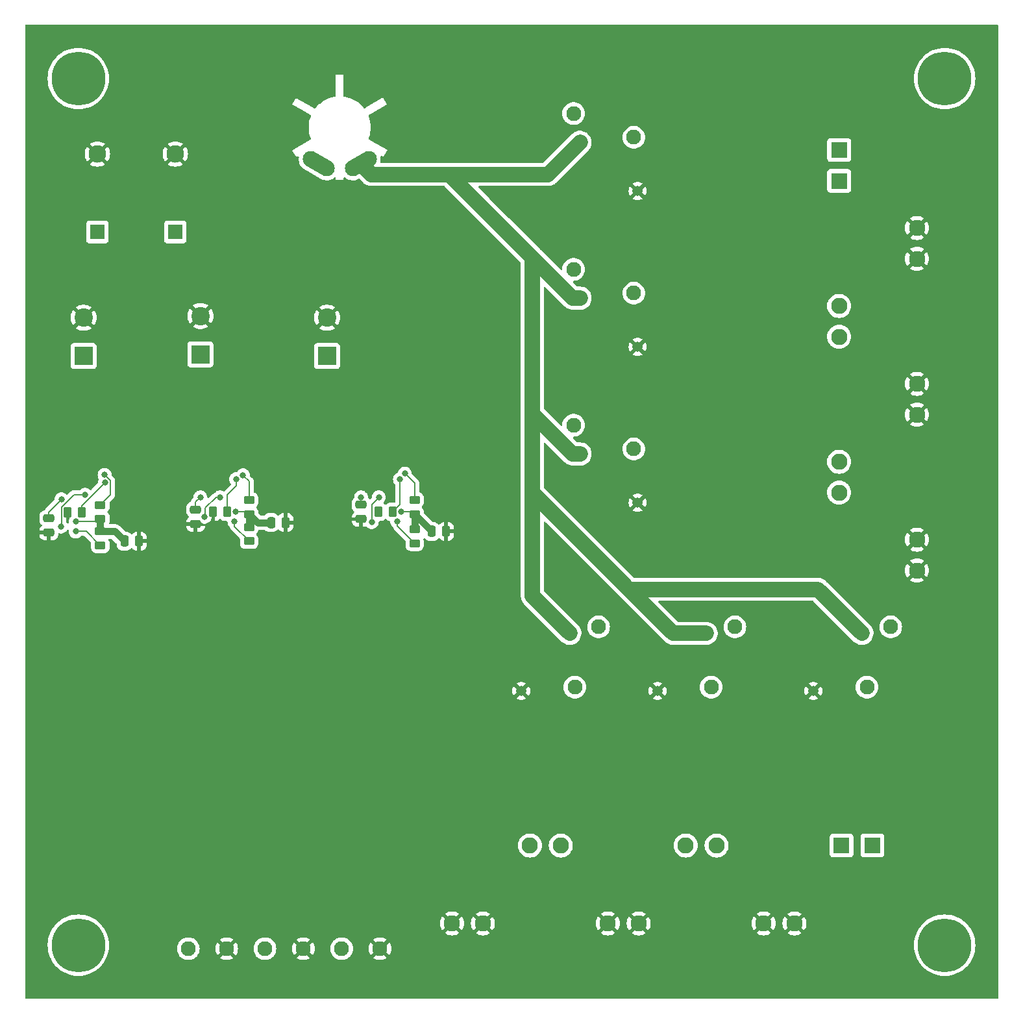
<source format=gbl>
G04 #@! TF.GenerationSoftware,KiCad,Pcbnew,(7.0.0-0)*
G04 #@! TF.CreationDate,2023-12-24T21:08:26+08:00*
G04 #@! TF.ProjectId,Power Distribution Board Ver.2,506f7765-7220-4446-9973-747269627574,rev?*
G04 #@! TF.SameCoordinates,Original*
G04 #@! TF.FileFunction,Copper,L4,Bot*
G04 #@! TF.FilePolarity,Positive*
%FSLAX46Y46*%
G04 Gerber Fmt 4.6, Leading zero omitted, Abs format (unit mm)*
G04 Created by KiCad (PCBNEW (7.0.0-0)) date 2023-12-24 21:08:26*
%MOMM*%
%LPD*%
G01*
G04 APERTURE LIST*
G04 Aperture macros list*
%AMRoundRect*
0 Rectangle with rounded corners*
0 $1 Rounding radius*
0 $2 $3 $4 $5 $6 $7 $8 $9 X,Y pos of 4 corners*
0 Add a 4 corners polygon primitive as box body*
4,1,4,$2,$3,$4,$5,$6,$7,$8,$9,$2,$3,0*
0 Add four circle primitives for the rounded corners*
1,1,$1+$1,$2,$3*
1,1,$1+$1,$4,$5*
1,1,$1+$1,$6,$7*
1,1,$1+$1,$8,$9*
0 Add four rect primitives between the rounded corners*
20,1,$1+$1,$2,$3,$4,$5,0*
20,1,$1+$1,$4,$5,$6,$7,0*
20,1,$1+$1,$6,$7,$8,$9,0*
20,1,$1+$1,$8,$9,$2,$3,0*%
%AMHorizOval*
0 Thick line with rounded ends*
0 $1 width*
0 $2 $3 position (X,Y) of the first rounded end (center of the circle)*
0 $4 $5 position (X,Y) of the second rounded end (center of the circle)*
0 Add line between two ends*
20,1,$1,$2,$3,$4,$5,0*
0 Add two circle primitives to create the rounded ends*
1,1,$1,$2,$3*
1,1,$1,$4,$5*%
G04 Aperture macros list end*
G04 #@! TA.AperFunction,ComponentPad*
%ADD10C,0.800000*%
G04 #@! TD*
G04 #@! TA.AperFunction,ComponentPad*
%ADD11C,7.000000*%
G04 #@! TD*
G04 #@! TA.AperFunction,ComponentPad*
%ADD12C,1.950000*%
G04 #@! TD*
G04 #@! TA.AperFunction,ComponentPad*
%ADD13C,1.350000*%
G04 #@! TD*
G04 #@! TA.AperFunction,ComponentPad*
%ADD14HorizOval,2.100000X1.039230X-0.600000X-1.039230X0.600000X0*%
G04 #@! TD*
G04 #@! TA.AperFunction,ComponentPad*
%ADD15HorizOval,2.100000X1.039230X0.600000X-1.039230X-0.600000X0*%
G04 #@! TD*
G04 #@! TA.AperFunction,SMDPad,CuDef*
%ADD16RoundRect,0.250000X-0.262500X-0.450000X0.262500X-0.450000X0.262500X0.450000X-0.262500X0.450000X0*%
G04 #@! TD*
G04 #@! TA.AperFunction,SMDPad,CuDef*
%ADD17RoundRect,0.250000X-0.250000X-0.475000X0.250000X-0.475000X0.250000X0.475000X-0.250000X0.475000X0*%
G04 #@! TD*
G04 #@! TA.AperFunction,SMDPad,CuDef*
%ADD18RoundRect,0.250000X-0.450000X0.262500X-0.450000X-0.262500X0.450000X-0.262500X0.450000X0.262500X0*%
G04 #@! TD*
G04 #@! TA.AperFunction,SMDPad,CuDef*
%ADD19RoundRect,0.250000X0.450000X-0.262500X0.450000X0.262500X-0.450000X0.262500X-0.450000X-0.262500X0*%
G04 #@! TD*
G04 #@! TA.AperFunction,ComponentPad*
%ADD20R,2.400000X2.400000*%
G04 #@! TD*
G04 #@! TA.AperFunction,ComponentPad*
%ADD21C,2.400000*%
G04 #@! TD*
G04 #@! TA.AperFunction,ComponentPad*
%ADD22R,2.124000X2.124000*%
G04 #@! TD*
G04 #@! TA.AperFunction,ComponentPad*
%ADD23C,2.124000*%
G04 #@! TD*
G04 #@! TA.AperFunction,SMDPad,CuDef*
%ADD24RoundRect,0.250000X-0.475000X0.250000X-0.475000X-0.250000X0.475000X-0.250000X0.475000X0.250000X0*%
G04 #@! TD*
G04 #@! TA.AperFunction,ComponentPad*
%ADD25R,1.950000X1.950000*%
G04 #@! TD*
G04 #@! TA.AperFunction,ComponentPad*
%ADD26C,2.300000*%
G04 #@! TD*
G04 #@! TA.AperFunction,ViaPad*
%ADD27C,0.800000*%
G04 #@! TD*
G04 #@! TA.AperFunction,Conductor*
%ADD28C,0.250000*%
G04 #@! TD*
G04 #@! TA.AperFunction,Conductor*
%ADD29C,0.200000*%
G04 #@! TD*
G04 #@! TA.AperFunction,Conductor*
%ADD30C,0.900000*%
G04 #@! TD*
G04 #@! TA.AperFunction,Conductor*
%ADD31C,2.000000*%
G04 #@! TD*
G04 APERTURE END LIST*
D10*
X137375000Y-27000000D03*
X138143845Y-25143845D03*
X138143845Y-28856155D03*
X140000000Y-24375000D03*
D11*
X140000000Y-27000000D03*
D10*
X140000000Y-29625000D03*
X141856155Y-25143845D03*
X141856155Y-28856155D03*
X142625000Y-27000000D03*
D12*
X94863845Y-98500000D03*
D13*
X91113845Y-99350000D03*
X84763845Y-106850000D03*
D12*
X91763845Y-106350000D03*
D14*
X58349999Y-38122999D03*
D15*
X63849999Y-38122999D03*
D12*
X91603845Y-31560000D03*
D13*
X92453845Y-35310000D03*
X99953845Y-41660000D03*
D12*
X99453845Y-34660000D03*
D10*
X24375000Y-27000000D03*
X25143845Y-25143845D03*
X25143845Y-28856155D03*
X27000000Y-24375000D03*
D11*
X27000000Y-27000000D03*
D10*
X27000000Y-29625000D03*
X28856155Y-25143845D03*
X28856155Y-28856155D03*
X29625000Y-27000000D03*
D12*
X91603845Y-72200000D03*
D13*
X92453845Y-75950000D03*
X99953845Y-82300000D03*
D12*
X99453845Y-75300000D03*
X91603845Y-51880000D03*
D13*
X92453845Y-55630000D03*
X99953845Y-61980000D03*
D12*
X99453845Y-54980000D03*
D10*
X24375000Y-140000000D03*
X25143845Y-138143845D03*
X25143845Y-141856155D03*
X27000000Y-137375000D03*
D11*
X27000000Y-140000000D03*
D10*
X27000000Y-142625000D03*
X28856155Y-138143845D03*
X28856155Y-141856155D03*
X29625000Y-140000000D03*
D12*
X132963845Y-98500000D03*
D13*
X129213845Y-99350000D03*
X122863845Y-106850000D03*
D12*
X129863845Y-106350000D03*
X112643845Y-98500000D03*
D13*
X108893845Y-99350000D03*
X102543845Y-106850000D03*
D12*
X109543845Y-106350000D03*
D10*
X137375000Y-140000000D03*
X138143845Y-138143845D03*
X138143845Y-141856155D03*
X140000000Y-137375000D03*
D11*
X140000000Y-140000000D03*
D10*
X140000000Y-142625000D03*
X141856155Y-138143845D03*
X141856155Y-141856155D03*
X142625000Y-140000000D03*
D16*
X44551345Y-83500000D03*
X46376345Y-83500000D03*
D17*
X52133845Y-84897000D03*
X54033845Y-84897000D03*
D18*
X49273845Y-85497500D03*
X49273845Y-87322500D03*
D16*
X25601345Y-83550000D03*
X27426345Y-83550000D03*
D19*
X29863845Y-84422500D03*
X29863845Y-82597500D03*
D18*
X29863845Y-86050000D03*
X29863845Y-87875000D03*
X70863845Y-85762500D03*
X70863845Y-87587500D03*
D20*
X59433844Y-63179999D03*
D21*
X59433845Y-58180000D03*
D22*
X126237999Y-36321999D03*
X126237999Y-40341999D03*
D23*
X136398000Y-46482000D03*
X136398000Y-50502000D03*
X126238000Y-56642000D03*
X126238000Y-60662000D03*
X136398000Y-66802000D03*
X136398000Y-70822000D03*
X126238000Y-76962000D03*
X126238000Y-80982000D03*
X136398000Y-87122000D03*
X136398000Y-91142000D03*
D19*
X49273845Y-83812500D03*
X49273845Y-81987500D03*
D24*
X23143845Y-84300000D03*
X23143845Y-86200000D03*
D17*
X73088845Y-86040000D03*
X74988845Y-86040000D03*
D24*
X63878845Y-82550000D03*
X63878845Y-84450000D03*
X42288845Y-83185000D03*
X42288845Y-85085000D03*
D20*
X42923844Y-62963958D03*
D21*
X42923845Y-57963959D03*
D20*
X27683844Y-63179999D03*
D21*
X27683845Y-58180000D03*
D25*
X29489999Y-46999999D03*
X39649999Y-46999999D03*
D26*
X29490000Y-36840000D03*
X39650000Y-36840000D03*
D17*
X33003845Y-87320000D03*
X34903845Y-87320000D03*
D22*
X130573844Y-126999999D03*
X126553844Y-126999999D03*
D23*
X120413845Y-137160000D03*
X116393845Y-137160000D03*
X110253845Y-127000000D03*
X106233845Y-127000000D03*
X100093845Y-137160000D03*
X96073845Y-137160000D03*
X89933845Y-127000000D03*
X85913845Y-127000000D03*
X79773845Y-137160000D03*
X75753845Y-137160000D03*
D16*
X66141345Y-83500000D03*
X67966345Y-83500000D03*
D12*
X41348000Y-140462000D03*
X46348000Y-140462000D03*
X51348000Y-140462000D03*
X56348000Y-140462000D03*
X61348000Y-140462000D03*
X66348000Y-140462000D03*
D19*
X70863845Y-83777500D03*
X70863845Y-81952500D03*
D27*
X52832000Y-104267000D03*
X90170000Y-90170000D03*
X72644000Y-104013000D03*
X59563000Y-134112000D03*
X76200000Y-89535000D03*
X118110000Y-108712000D03*
X106680000Y-27813000D03*
X117602000Y-96901000D03*
X53086000Y-68580000D03*
X90551000Y-28829000D03*
X138430000Y-110236000D03*
X36068000Y-143383000D03*
X130937000Y-49403000D03*
X135255000Y-81280000D03*
X84074000Y-93726000D03*
X53975000Y-91440000D03*
X57658000Y-81026000D03*
X73406000Y-127762000D03*
X94996000Y-59182000D03*
X31369000Y-128143000D03*
X105918000Y-48387000D03*
X60452000Y-90170000D03*
X33655000Y-137414000D03*
X70485000Y-92329000D03*
X126746000Y-29083000D03*
X81407000Y-112395000D03*
X34163000Y-68707000D03*
X74930000Y-125095000D03*
X139573000Y-121031000D03*
X78613000Y-75946000D03*
X62357000Y-69850000D03*
X38481000Y-83947000D03*
X37719000Y-89281000D03*
X95504000Y-38227000D03*
X106807000Y-68707000D03*
X66802000Y-46990000D03*
X45339000Y-91186000D03*
X34798000Y-91567000D03*
X115062000Y-91186000D03*
X70485000Y-136271000D03*
X95504000Y-77851000D03*
X33147000Y-103759000D03*
X128778000Y-69596000D03*
X136017000Y-58801000D03*
X26162000Y-110109000D03*
X67691000Y-112903000D03*
X98171000Y-129032000D03*
X135255000Y-38227000D03*
X69469000Y-67691000D03*
X37592000Y-73279000D03*
X38735000Y-78486000D03*
X84074000Y-82169000D03*
X78359000Y-83312000D03*
X101473000Y-91059000D03*
X55753000Y-87376000D03*
X66929000Y-65659000D03*
X118491000Y-128651000D03*
X138557000Y-132715000D03*
X56769000Y-73279000D03*
X83312000Y-64643000D03*
X69215000Y-31623000D03*
X64008000Y-109093000D03*
X97663000Y-107442000D03*
X61722000Y-75057000D03*
X84074000Y-72898000D03*
X30861000Y-118491000D03*
X74168000Y-70612000D03*
X124587000Y-91694000D03*
X64770000Y-42164000D03*
X42291000Y-69850000D03*
X87630000Y-47371000D03*
X69078345Y-83448221D03*
X47488345Y-83500000D03*
X26653845Y-84780000D03*
X63878845Y-81595000D03*
X42923845Y-81595000D03*
X24792816Y-81878969D03*
X69593845Y-78512000D03*
X48481059Y-78745500D03*
X30429497Y-78676409D03*
X68582179Y-84722532D03*
X47368845Y-84770000D03*
X26653845Y-86050000D03*
X68940722Y-79268000D03*
X47577120Y-79244032D03*
X30463845Y-79700000D03*
X65278000Y-84836000D03*
X66190845Y-81595000D03*
X43465376Y-84158687D03*
X45463845Y-81595000D03*
X27881845Y-81258733D03*
X24748845Y-85415000D03*
D28*
X40013000Y-47000000D02*
X39650000Y-47000000D01*
D29*
X69078345Y-83448221D02*
X70534566Y-83448221D01*
D30*
X70863845Y-83815000D02*
X73088845Y-86040000D01*
D29*
X70534566Y-83448221D02*
X70863845Y-83777500D01*
D30*
X70863845Y-83777500D02*
X70863845Y-85762500D01*
X70863845Y-83777500D02*
X70863845Y-83815000D01*
X52133845Y-84897000D02*
X50358345Y-84897000D01*
D29*
X48961345Y-83500000D02*
X49273845Y-83812500D01*
D30*
X49273845Y-85497500D02*
X49273845Y-83812500D01*
X50358345Y-84897000D02*
X49273845Y-83812500D01*
D29*
X47488345Y-83500000D02*
X48961345Y-83500000D01*
D30*
X29863845Y-86050000D02*
X31733845Y-86050000D01*
D29*
X29506345Y-84780000D02*
X29863845Y-84422500D01*
X26653845Y-84780000D02*
X29506345Y-84780000D01*
D30*
X29863845Y-84422500D02*
X29863845Y-86050000D01*
X31733845Y-86050000D02*
X33003845Y-87320000D01*
D29*
X63878845Y-81595000D02*
X63878845Y-82550000D01*
X42923845Y-81595000D02*
X42288845Y-82230000D01*
X42288845Y-82230000D02*
X42288845Y-83185000D01*
X24792816Y-81878969D02*
X23143845Y-83527940D01*
X23143845Y-83527940D02*
X23143845Y-84300000D01*
D31*
X86226548Y-70677297D02*
X91499251Y-75950000D01*
X92453845Y-55630000D02*
X91499251Y-55630000D01*
X86226548Y-94462703D02*
X91113845Y-99350000D01*
X91499251Y-75950000D02*
X92453845Y-75950000D01*
X75366251Y-39497000D02*
X88266845Y-39497000D01*
X104616548Y-99350000D02*
X108893845Y-99350000D01*
X123462493Y-93598648D02*
X129213845Y-99350000D01*
X86226548Y-80960000D02*
X98865197Y-93598648D01*
X65224000Y-39497000D02*
X63850000Y-38123000D01*
X98865197Y-93598648D02*
X104616548Y-99350000D01*
X98865197Y-93598648D02*
X123462493Y-93598648D01*
X88266845Y-39497000D02*
X92453845Y-35310000D01*
X86226548Y-50357297D02*
X86226548Y-70677297D01*
X86226548Y-50357297D02*
X75366251Y-39497000D01*
X91499251Y-55630000D02*
X86226548Y-50357297D01*
X86226548Y-80960000D02*
X86226548Y-94462703D01*
X75366251Y-39497000D02*
X65224000Y-39497000D01*
X86226548Y-70677297D02*
X86226548Y-80960000D01*
D29*
X70863845Y-79782000D02*
X70863845Y-81952500D01*
X69593845Y-78512000D02*
X70863845Y-79782000D01*
X49273845Y-79538286D02*
X48481059Y-78745500D01*
X49273845Y-81987500D02*
X49273845Y-79538286D01*
X31163845Y-81297500D02*
X29863845Y-82597500D01*
X31163845Y-79410757D02*
X31163845Y-81297500D01*
X30429497Y-78676409D02*
X31163845Y-79410757D01*
X68582179Y-84722532D02*
X68582179Y-85305834D01*
X68582179Y-85305834D02*
X70863845Y-87587500D01*
X47368845Y-84770000D02*
X47368845Y-85417500D01*
X47368845Y-85417500D02*
X49273845Y-87322500D01*
X26653845Y-86050000D02*
X28038845Y-86050000D01*
X28038845Y-86050000D02*
X29863845Y-87875000D01*
X68940722Y-82525623D02*
X67966345Y-83500000D01*
X68940722Y-79268000D02*
X68940722Y-82525623D01*
X47577120Y-80116725D02*
X47577120Y-79244032D01*
X46376345Y-83500000D02*
X46376345Y-81317500D01*
X46376345Y-81317500D02*
X47577120Y-80116725D01*
X30463845Y-79700000D02*
X27426345Y-82737500D01*
X27426345Y-82737500D02*
X27426345Y-83550000D01*
X65278000Y-82507845D02*
X66190845Y-81595000D01*
X65278000Y-84836000D02*
X65278000Y-82507845D01*
X43489063Y-84135000D02*
X43465376Y-84158687D01*
X44966028Y-81595000D02*
X43558845Y-83002183D01*
X43558845Y-84135000D02*
X43489063Y-84135000D01*
X43558845Y-83002183D02*
X43558845Y-84135000D01*
X45463845Y-81595000D02*
X44966028Y-81595000D01*
X24788845Y-82872183D02*
X24788845Y-85375000D01*
X26402295Y-81258733D02*
X24788845Y-82872183D01*
X24748845Y-85415000D02*
X24788845Y-85455000D01*
X27881845Y-81258733D02*
X26402295Y-81258733D01*
X24788845Y-85375000D02*
X24748845Y-85415000D01*
G04 #@! TA.AperFunction,Conductor*
G36*
X25789345Y-83316613D02*
G01*
X25834732Y-83362000D01*
X25851345Y-83424000D01*
X25851345Y-84335745D01*
X25834733Y-84397743D01*
X25826666Y-84411716D01*
X25824660Y-84417888D01*
X25824658Y-84417894D01*
X25770178Y-84585564D01*
X25770176Y-84585573D01*
X25768171Y-84591744D01*
X25767493Y-84598194D01*
X25767491Y-84598204D01*
X25752481Y-84741028D01*
X25748385Y-84780000D01*
X25749064Y-84786460D01*
X25749064Y-84786461D01*
X25760038Y-84890879D01*
X25748915Y-84956637D01*
X25705337Y-85007123D01*
X25641909Y-85027731D01*
X25576979Y-85012502D01*
X25529330Y-84965840D01*
X25524951Y-84958256D01*
X25481378Y-84882784D01*
X25421195Y-84815944D01*
X25397581Y-84777410D01*
X25389345Y-84732972D01*
X25389345Y-83424000D01*
X25405958Y-83362000D01*
X25451345Y-83316613D01*
X25513345Y-83300000D01*
X25727345Y-83300000D01*
X25789345Y-83316613D01*
G37*
G04 #@! TD.AperFunction*
G04 #@! TA.AperFunction,Conductor*
G36*
X146937500Y-20017113D02*
G01*
X146982887Y-20062500D01*
X146999500Y-20124500D01*
X146999500Y-146875500D01*
X146982887Y-146937500D01*
X146937500Y-146982887D01*
X146875500Y-146999500D01*
X20187845Y-146999500D01*
X20125845Y-146982887D01*
X20080458Y-146937500D01*
X20063845Y-146875500D01*
X20063845Y-140000000D01*
X22994675Y-140000000D01*
X22994824Y-140003033D01*
X23013812Y-140389548D01*
X23013813Y-140389558D01*
X23013962Y-140392591D01*
X23014408Y-140395599D01*
X23014409Y-140395607D01*
X23071188Y-140778386D01*
X23071191Y-140778404D01*
X23071636Y-140781400D01*
X23072372Y-140784339D01*
X23072375Y-140784353D01*
X23166404Y-141159736D01*
X23166407Y-141159746D01*
X23167143Y-141162684D01*
X23168159Y-141165525D01*
X23168165Y-141165543D01*
X23298538Y-141529912D01*
X23298542Y-141529924D01*
X23299562Y-141532772D01*
X23300857Y-141535511D01*
X23300860Y-141535517D01*
X23434396Y-141817855D01*
X23467619Y-141888097D01*
X23669694Y-142225239D01*
X23903842Y-142540951D01*
X24167808Y-142832192D01*
X24459049Y-143096158D01*
X24774761Y-143330306D01*
X25111903Y-143532381D01*
X25467228Y-143700438D01*
X25470086Y-143701460D01*
X25470087Y-143701461D01*
X25834456Y-143831834D01*
X25834461Y-143831835D01*
X25837316Y-143832857D01*
X26218600Y-143928364D01*
X26607409Y-143986038D01*
X27000000Y-144005325D01*
X27392591Y-143986038D01*
X27781400Y-143928364D01*
X28162684Y-143832857D01*
X28532772Y-143700438D01*
X28888097Y-143532381D01*
X29225239Y-143330306D01*
X29540951Y-143096158D01*
X29832192Y-142832192D01*
X30096158Y-142540951D01*
X30330306Y-142225239D01*
X30532381Y-141888097D01*
X30700438Y-141532772D01*
X30832857Y-141162684D01*
X30928364Y-140781400D01*
X30975742Y-140462000D01*
X39867443Y-140462000D01*
X39867867Y-140467117D01*
X39887211Y-140700572D01*
X39887212Y-140700580D01*
X39887636Y-140705692D01*
X39888893Y-140710659D01*
X39888895Y-140710666D01*
X39946364Y-140937602D01*
X39947664Y-140942736D01*
X39949724Y-140947432D01*
X40043828Y-141161970D01*
X40043831Y-141161976D01*
X40045889Y-141166667D01*
X40048689Y-141170953D01*
X40048693Y-141170960D01*
X40134461Y-141302237D01*
X40179632Y-141371377D01*
X40345246Y-141551281D01*
X40538212Y-141701473D01*
X40542719Y-141703912D01*
X40542722Y-141703914D01*
X40597638Y-141733632D01*
X40753267Y-141817855D01*
X40984545Y-141897252D01*
X41225737Y-141937500D01*
X41465130Y-141937500D01*
X41470263Y-141937500D01*
X41711455Y-141897252D01*
X41942733Y-141817855D01*
X42157788Y-141701473D01*
X42201522Y-141667433D01*
X45501565Y-141667433D01*
X45509671Y-141678623D01*
X45534441Y-141697903D01*
X45542993Y-141703490D01*
X45748964Y-141814957D01*
X45758317Y-141819059D01*
X45979814Y-141895099D01*
X45989726Y-141897610D01*
X46220715Y-141936155D01*
X46230911Y-141937000D01*
X46465089Y-141937000D01*
X46475284Y-141936155D01*
X46706273Y-141897610D01*
X46716185Y-141895099D01*
X46937682Y-141819059D01*
X46947035Y-141814957D01*
X47153003Y-141703492D01*
X47161562Y-141697900D01*
X47186327Y-141678623D01*
X47194433Y-141667433D01*
X47187773Y-141655326D01*
X46359542Y-140827095D01*
X46348000Y-140820431D01*
X46336457Y-140827095D01*
X45508225Y-141655326D01*
X45501565Y-141667433D01*
X42201522Y-141667433D01*
X42350754Y-141551281D01*
X42516368Y-141371377D01*
X42650111Y-141166667D01*
X42748336Y-140942736D01*
X42808364Y-140705692D01*
X42828133Y-140467117D01*
X44868369Y-140467117D01*
X44887706Y-140700489D01*
X44889390Y-140710583D01*
X44946879Y-140937602D01*
X44950198Y-140947269D01*
X45044270Y-141161733D01*
X45049132Y-141170716D01*
X45135061Y-141302242D01*
X45143025Y-141309962D01*
X45152407Y-141304038D01*
X45982904Y-140473542D01*
X45989568Y-140462000D01*
X46706431Y-140462000D01*
X46713095Y-140473542D01*
X47543591Y-141304038D01*
X47552972Y-141309962D01*
X47560940Y-141302237D01*
X47646862Y-141170724D01*
X47651731Y-141161729D01*
X47745801Y-140947269D01*
X47749120Y-140937602D01*
X47806609Y-140710583D01*
X47808293Y-140700489D01*
X47827631Y-140467117D01*
X47827631Y-140462000D01*
X49867443Y-140462000D01*
X49867867Y-140467117D01*
X49887211Y-140700572D01*
X49887212Y-140700580D01*
X49887636Y-140705692D01*
X49888893Y-140710659D01*
X49888895Y-140710666D01*
X49946364Y-140937602D01*
X49947664Y-140942736D01*
X49949724Y-140947432D01*
X50043828Y-141161970D01*
X50043831Y-141161976D01*
X50045889Y-141166667D01*
X50048689Y-141170953D01*
X50048693Y-141170960D01*
X50134461Y-141302237D01*
X50179632Y-141371377D01*
X50345246Y-141551281D01*
X50538212Y-141701473D01*
X50542719Y-141703912D01*
X50542722Y-141703914D01*
X50597638Y-141733632D01*
X50753267Y-141817855D01*
X50984545Y-141897252D01*
X51225737Y-141937500D01*
X51465130Y-141937500D01*
X51470263Y-141937500D01*
X51711455Y-141897252D01*
X51942733Y-141817855D01*
X52157788Y-141701473D01*
X52201522Y-141667433D01*
X55501565Y-141667433D01*
X55509671Y-141678623D01*
X55534441Y-141697903D01*
X55542993Y-141703490D01*
X55748964Y-141814957D01*
X55758317Y-141819059D01*
X55979814Y-141895099D01*
X55989726Y-141897610D01*
X56220715Y-141936155D01*
X56230911Y-141937000D01*
X56465089Y-141937000D01*
X56475284Y-141936155D01*
X56706273Y-141897610D01*
X56716185Y-141895099D01*
X56937682Y-141819059D01*
X56947035Y-141814957D01*
X57153003Y-141703492D01*
X57161562Y-141697900D01*
X57186327Y-141678623D01*
X57194433Y-141667433D01*
X57187773Y-141655326D01*
X56359542Y-140827095D01*
X56348000Y-140820431D01*
X56336457Y-140827095D01*
X55508225Y-141655326D01*
X55501565Y-141667433D01*
X52201522Y-141667433D01*
X52350754Y-141551281D01*
X52516368Y-141371377D01*
X52650111Y-141166667D01*
X52748336Y-140942736D01*
X52808364Y-140705692D01*
X52828133Y-140467117D01*
X54868369Y-140467117D01*
X54887706Y-140700489D01*
X54889390Y-140710583D01*
X54946879Y-140937602D01*
X54950198Y-140947269D01*
X55044270Y-141161733D01*
X55049132Y-141170716D01*
X55135061Y-141302242D01*
X55143025Y-141309962D01*
X55152407Y-141304038D01*
X55982904Y-140473542D01*
X55989568Y-140462000D01*
X56706431Y-140462000D01*
X56713095Y-140473542D01*
X57543591Y-141304038D01*
X57552972Y-141309962D01*
X57560940Y-141302237D01*
X57646862Y-141170724D01*
X57651731Y-141161729D01*
X57745801Y-140947269D01*
X57749120Y-140937602D01*
X57806609Y-140710583D01*
X57808293Y-140700489D01*
X57827631Y-140467117D01*
X57827631Y-140462000D01*
X59867443Y-140462000D01*
X59867867Y-140467117D01*
X59887211Y-140700572D01*
X59887212Y-140700580D01*
X59887636Y-140705692D01*
X59888893Y-140710659D01*
X59888895Y-140710666D01*
X59946364Y-140937602D01*
X59947664Y-140942736D01*
X59949724Y-140947432D01*
X60043828Y-141161970D01*
X60043831Y-141161976D01*
X60045889Y-141166667D01*
X60048689Y-141170953D01*
X60048693Y-141170960D01*
X60134461Y-141302237D01*
X60179632Y-141371377D01*
X60345246Y-141551281D01*
X60538212Y-141701473D01*
X60542719Y-141703912D01*
X60542722Y-141703914D01*
X60597638Y-141733632D01*
X60753267Y-141817855D01*
X60984545Y-141897252D01*
X61225737Y-141937500D01*
X61465130Y-141937500D01*
X61470263Y-141937500D01*
X61711455Y-141897252D01*
X61942733Y-141817855D01*
X62157788Y-141701473D01*
X62201522Y-141667433D01*
X65501565Y-141667433D01*
X65509671Y-141678623D01*
X65534441Y-141697903D01*
X65542993Y-141703490D01*
X65748964Y-141814957D01*
X65758317Y-141819059D01*
X65979814Y-141895099D01*
X65989726Y-141897610D01*
X66220715Y-141936155D01*
X66230911Y-141937000D01*
X66465089Y-141937000D01*
X66475284Y-141936155D01*
X66706273Y-141897610D01*
X66716185Y-141895099D01*
X66937682Y-141819059D01*
X66947035Y-141814957D01*
X67153003Y-141703492D01*
X67161562Y-141697900D01*
X67186327Y-141678623D01*
X67194433Y-141667433D01*
X67187773Y-141655326D01*
X66359542Y-140827095D01*
X66348000Y-140820431D01*
X66336457Y-140827095D01*
X65508225Y-141655326D01*
X65501565Y-141667433D01*
X62201522Y-141667433D01*
X62350754Y-141551281D01*
X62516368Y-141371377D01*
X62650111Y-141166667D01*
X62748336Y-140942736D01*
X62808364Y-140705692D01*
X62828133Y-140467117D01*
X64868369Y-140467117D01*
X64887706Y-140700489D01*
X64889390Y-140710583D01*
X64946879Y-140937602D01*
X64950198Y-140947269D01*
X65044270Y-141161733D01*
X65049132Y-141170716D01*
X65135061Y-141302242D01*
X65143025Y-141309962D01*
X65152407Y-141304038D01*
X65982904Y-140473542D01*
X65989568Y-140462000D01*
X66706431Y-140462000D01*
X66713095Y-140473542D01*
X67543591Y-141304038D01*
X67552972Y-141309962D01*
X67560940Y-141302237D01*
X67646862Y-141170724D01*
X67651731Y-141161729D01*
X67745801Y-140947269D01*
X67749120Y-140937602D01*
X67806609Y-140710583D01*
X67808293Y-140700489D01*
X67827631Y-140467117D01*
X67827631Y-140456883D01*
X67808293Y-140223510D01*
X67806609Y-140213416D01*
X67752565Y-140000000D01*
X135994675Y-140000000D01*
X135994824Y-140003033D01*
X136013812Y-140389548D01*
X136013813Y-140389558D01*
X136013962Y-140392591D01*
X136014408Y-140395599D01*
X136014409Y-140395607D01*
X136071188Y-140778386D01*
X136071191Y-140778404D01*
X136071636Y-140781400D01*
X136072372Y-140784339D01*
X136072375Y-140784353D01*
X136166404Y-141159736D01*
X136166407Y-141159746D01*
X136167143Y-141162684D01*
X136168159Y-141165525D01*
X136168165Y-141165543D01*
X136298538Y-141529912D01*
X136298542Y-141529924D01*
X136299562Y-141532772D01*
X136300857Y-141535511D01*
X136300860Y-141535517D01*
X136434396Y-141817855D01*
X136467619Y-141888097D01*
X136669694Y-142225239D01*
X136903842Y-142540951D01*
X137167808Y-142832192D01*
X137459049Y-143096158D01*
X137774761Y-143330306D01*
X138111903Y-143532381D01*
X138467228Y-143700438D01*
X138470086Y-143701460D01*
X138470087Y-143701461D01*
X138834456Y-143831834D01*
X138834461Y-143831835D01*
X138837316Y-143832857D01*
X139218600Y-143928364D01*
X139607409Y-143986038D01*
X140000000Y-144005325D01*
X140392591Y-143986038D01*
X140781400Y-143928364D01*
X141162684Y-143832857D01*
X141532772Y-143700438D01*
X141888097Y-143532381D01*
X142225239Y-143330306D01*
X142540951Y-143096158D01*
X142832192Y-142832192D01*
X143096158Y-142540951D01*
X143330306Y-142225239D01*
X143532381Y-141888097D01*
X143700438Y-141532772D01*
X143832857Y-141162684D01*
X143928364Y-140781400D01*
X143986038Y-140392591D01*
X144005325Y-140000000D01*
X143986038Y-139607409D01*
X143928364Y-139218600D01*
X143832857Y-138837316D01*
X143700438Y-138467228D01*
X143532381Y-138111903D01*
X143330306Y-137774761D01*
X143096158Y-137459049D01*
X142832192Y-137167808D01*
X142540951Y-136903842D01*
X142225239Y-136669694D01*
X141888097Y-136467619D01*
X141885350Y-136466319D01*
X141885343Y-136466316D01*
X141535517Y-136300860D01*
X141535511Y-136300857D01*
X141532772Y-136299562D01*
X141529924Y-136298542D01*
X141529912Y-136298538D01*
X141165543Y-136168165D01*
X141165525Y-136168159D01*
X141162684Y-136167143D01*
X141159746Y-136166407D01*
X141159736Y-136166404D01*
X140784353Y-136072375D01*
X140784339Y-136072372D01*
X140781400Y-136071636D01*
X140778404Y-136071191D01*
X140778386Y-136071188D01*
X140395607Y-136014409D01*
X140395599Y-136014408D01*
X140392591Y-136013962D01*
X140389558Y-136013813D01*
X140389548Y-136013812D01*
X140003033Y-135994824D01*
X140000000Y-135994675D01*
X139996967Y-135994824D01*
X139610451Y-136013812D01*
X139610439Y-136013813D01*
X139607409Y-136013962D01*
X139604402Y-136014407D01*
X139604392Y-136014409D01*
X139221613Y-136071188D01*
X139221591Y-136071192D01*
X139218600Y-136071636D01*
X139215664Y-136072371D01*
X139215646Y-136072375D01*
X138840263Y-136166404D01*
X138840247Y-136166408D01*
X138837316Y-136167143D01*
X138834480Y-136168157D01*
X138834456Y-136168165D01*
X138470087Y-136298538D01*
X138470068Y-136298545D01*
X138467228Y-136299562D01*
X138464495Y-136300854D01*
X138464482Y-136300860D01*
X138114656Y-136466316D01*
X138114641Y-136466323D01*
X138111903Y-136467619D01*
X138109294Y-136469182D01*
X138109286Y-136469187D01*
X137777366Y-136668132D01*
X137777356Y-136668138D01*
X137774761Y-136669694D01*
X137772333Y-136671493D01*
X137772325Y-136671500D01*
X137461492Y-136902030D01*
X137459049Y-136903842D01*
X137456797Y-136905882D01*
X137456791Y-136905888D01*
X137170061Y-137165765D01*
X137170050Y-137165775D01*
X137167808Y-137167808D01*
X137165775Y-137170050D01*
X137165765Y-137170061D01*
X136905888Y-137456791D01*
X136905882Y-137456797D01*
X136903842Y-137459049D01*
X136902031Y-137461490D01*
X136902030Y-137461492D01*
X136671500Y-137772325D01*
X136671493Y-137772333D01*
X136669694Y-137774761D01*
X136668138Y-137777356D01*
X136668132Y-137777366D01*
X136469187Y-138109286D01*
X136469182Y-138109294D01*
X136467619Y-138111903D01*
X136466323Y-138114641D01*
X136466316Y-138114656D01*
X136300860Y-138464482D01*
X136300854Y-138464495D01*
X136299562Y-138467228D01*
X136298545Y-138470068D01*
X136298538Y-138470087D01*
X136168165Y-138834456D01*
X136168157Y-138834480D01*
X136167143Y-138837316D01*
X136166408Y-138840247D01*
X136166404Y-138840263D01*
X136072375Y-139215646D01*
X136072371Y-139215664D01*
X136071636Y-139218600D01*
X136071192Y-139221591D01*
X136071188Y-139221613D01*
X136014409Y-139604392D01*
X136014407Y-139604402D01*
X136013962Y-139607409D01*
X136013813Y-139610439D01*
X136013812Y-139610451D01*
X136006366Y-139762029D01*
X135994675Y-140000000D01*
X67752565Y-140000000D01*
X67749120Y-139986397D01*
X67745801Y-139976730D01*
X67651729Y-139762266D01*
X67646867Y-139753283D01*
X67560937Y-139621756D01*
X67552973Y-139614036D01*
X67543591Y-139619960D01*
X66713095Y-140450457D01*
X66706431Y-140462000D01*
X65989568Y-140462000D01*
X65982904Y-140450457D01*
X65152406Y-139619959D01*
X65143026Y-139614036D01*
X65135059Y-139621761D01*
X65049135Y-139753278D01*
X65044269Y-139762268D01*
X64950198Y-139976730D01*
X64946879Y-139986397D01*
X64889390Y-140213416D01*
X64887706Y-140223510D01*
X64868369Y-140456883D01*
X64868369Y-140467117D01*
X62828133Y-140467117D01*
X62828557Y-140462000D01*
X62808364Y-140218308D01*
X62748336Y-139981264D01*
X62650111Y-139757333D01*
X62516368Y-139552623D01*
X62350754Y-139372719D01*
X62201521Y-139256566D01*
X65501565Y-139256566D01*
X65508224Y-139268671D01*
X66336457Y-140096904D01*
X66348000Y-140103568D01*
X66359542Y-140096904D01*
X67187773Y-139268672D01*
X67194433Y-139256565D01*
X67186327Y-139245375D01*
X67161558Y-139226096D01*
X67153006Y-139220509D01*
X66947035Y-139109042D01*
X66937682Y-139104940D01*
X66716185Y-139028900D01*
X66706273Y-139026389D01*
X66475284Y-138987844D01*
X66465089Y-138987000D01*
X66230911Y-138987000D01*
X66220715Y-138987844D01*
X65989726Y-139026389D01*
X65979814Y-139028900D01*
X65758317Y-139104940D01*
X65748964Y-139109042D01*
X65542995Y-139220508D01*
X65534440Y-139226097D01*
X65509671Y-139245375D01*
X65501565Y-139256566D01*
X62201521Y-139256566D01*
X62157788Y-139222527D01*
X62153283Y-139220089D01*
X62153277Y-139220085D01*
X62016795Y-139146225D01*
X61942733Y-139106145D01*
X61931413Y-139102259D01*
X61716304Y-139028412D01*
X61716296Y-139028410D01*
X61711455Y-139026748D01*
X61706408Y-139025905D01*
X61706401Y-139025904D01*
X61475325Y-138987344D01*
X61475316Y-138987343D01*
X61470263Y-138986500D01*
X61225737Y-138986500D01*
X61220684Y-138987343D01*
X61220674Y-138987344D01*
X60989598Y-139025904D01*
X60989588Y-139025906D01*
X60984545Y-139026748D01*
X60979705Y-139028409D01*
X60979695Y-139028412D01*
X60758119Y-139104479D01*
X60758115Y-139104480D01*
X60753267Y-139106145D01*
X60748759Y-139108584D01*
X60748758Y-139108585D01*
X60542722Y-139220085D01*
X60542710Y-139220092D01*
X60538212Y-139222527D01*
X60534169Y-139225673D01*
X60534164Y-139225677D01*
X60349287Y-139369573D01*
X60349281Y-139369577D01*
X60345246Y-139372719D01*
X60341784Y-139376478D01*
X60341777Y-139376486D01*
X60183107Y-139548847D01*
X60183101Y-139548854D01*
X60179632Y-139552623D01*
X60176828Y-139556914D01*
X60176824Y-139556920D01*
X60048693Y-139753039D01*
X60048686Y-139753051D01*
X60045889Y-139757333D01*
X60043834Y-139762017D01*
X60043828Y-139762029D01*
X59949724Y-139976567D01*
X59947664Y-139981264D01*
X59946406Y-139986229D01*
X59946405Y-139986234D01*
X59888895Y-140213333D01*
X59888893Y-140213342D01*
X59887636Y-140218308D01*
X59887212Y-140223417D01*
X59887211Y-140223427D01*
X59868399Y-140450457D01*
X59867443Y-140462000D01*
X57827631Y-140462000D01*
X57827631Y-140456883D01*
X57808293Y-140223510D01*
X57806609Y-140213416D01*
X57749120Y-139986397D01*
X57745801Y-139976730D01*
X57651729Y-139762266D01*
X57646867Y-139753283D01*
X57560937Y-139621756D01*
X57552973Y-139614036D01*
X57543591Y-139619960D01*
X56713095Y-140450457D01*
X56706431Y-140462000D01*
X55989568Y-140462000D01*
X55982904Y-140450457D01*
X55152406Y-139619959D01*
X55143026Y-139614036D01*
X55135059Y-139621761D01*
X55049135Y-139753278D01*
X55044269Y-139762268D01*
X54950198Y-139976730D01*
X54946879Y-139986397D01*
X54889390Y-140213416D01*
X54887706Y-140223510D01*
X54868369Y-140456883D01*
X54868369Y-140467117D01*
X52828133Y-140467117D01*
X52828557Y-140462000D01*
X52808364Y-140218308D01*
X52748336Y-139981264D01*
X52650111Y-139757333D01*
X52516368Y-139552623D01*
X52350754Y-139372719D01*
X52201521Y-139256566D01*
X55501565Y-139256566D01*
X55508224Y-139268671D01*
X56336457Y-140096904D01*
X56348000Y-140103568D01*
X56359542Y-140096904D01*
X57187773Y-139268672D01*
X57194433Y-139256565D01*
X57186327Y-139245375D01*
X57161558Y-139226096D01*
X57153006Y-139220509D01*
X56947035Y-139109042D01*
X56937682Y-139104940D01*
X56716185Y-139028900D01*
X56706273Y-139026389D01*
X56475284Y-138987844D01*
X56465089Y-138987000D01*
X56230911Y-138987000D01*
X56220715Y-138987844D01*
X55989726Y-139026389D01*
X55979814Y-139028900D01*
X55758317Y-139104940D01*
X55748964Y-139109042D01*
X55542995Y-139220508D01*
X55534440Y-139226097D01*
X55509671Y-139245375D01*
X55501565Y-139256566D01*
X52201521Y-139256566D01*
X52157788Y-139222527D01*
X52153283Y-139220089D01*
X52153277Y-139220085D01*
X52016795Y-139146225D01*
X51942733Y-139106145D01*
X51931413Y-139102259D01*
X51716304Y-139028412D01*
X51716296Y-139028410D01*
X51711455Y-139026748D01*
X51706408Y-139025905D01*
X51706401Y-139025904D01*
X51475325Y-138987344D01*
X51475316Y-138987343D01*
X51470263Y-138986500D01*
X51225737Y-138986500D01*
X51220684Y-138987343D01*
X51220674Y-138987344D01*
X50989598Y-139025904D01*
X50989588Y-139025906D01*
X50984545Y-139026748D01*
X50979705Y-139028409D01*
X50979695Y-139028412D01*
X50758119Y-139104479D01*
X50758115Y-139104480D01*
X50753267Y-139106145D01*
X50748759Y-139108584D01*
X50748758Y-139108585D01*
X50542722Y-139220085D01*
X50542710Y-139220092D01*
X50538212Y-139222527D01*
X50534169Y-139225673D01*
X50534164Y-139225677D01*
X50349287Y-139369573D01*
X50349281Y-139369577D01*
X50345246Y-139372719D01*
X50341784Y-139376478D01*
X50341777Y-139376486D01*
X50183107Y-139548847D01*
X50183101Y-139548854D01*
X50179632Y-139552623D01*
X50176828Y-139556914D01*
X50176824Y-139556920D01*
X50048693Y-139753039D01*
X50048686Y-139753051D01*
X50045889Y-139757333D01*
X50043834Y-139762017D01*
X50043828Y-139762029D01*
X49949724Y-139976567D01*
X49947664Y-139981264D01*
X49946406Y-139986229D01*
X49946405Y-139986234D01*
X49888895Y-140213333D01*
X49888893Y-140213342D01*
X49887636Y-140218308D01*
X49887212Y-140223417D01*
X49887211Y-140223427D01*
X49868399Y-140450457D01*
X49867443Y-140462000D01*
X47827631Y-140462000D01*
X47827631Y-140456883D01*
X47808293Y-140223510D01*
X47806609Y-140213416D01*
X47749120Y-139986397D01*
X47745801Y-139976730D01*
X47651729Y-139762266D01*
X47646867Y-139753283D01*
X47560937Y-139621756D01*
X47552973Y-139614036D01*
X47543591Y-139619960D01*
X46713095Y-140450457D01*
X46706431Y-140462000D01*
X45989568Y-140462000D01*
X45982904Y-140450457D01*
X45152406Y-139619959D01*
X45143026Y-139614036D01*
X45135059Y-139621761D01*
X45049135Y-139753278D01*
X45044269Y-139762268D01*
X44950198Y-139976730D01*
X44946879Y-139986397D01*
X44889390Y-140213416D01*
X44887706Y-140223510D01*
X44868369Y-140456883D01*
X44868369Y-140467117D01*
X42828133Y-140467117D01*
X42828557Y-140462000D01*
X42808364Y-140218308D01*
X42748336Y-139981264D01*
X42650111Y-139757333D01*
X42516368Y-139552623D01*
X42350754Y-139372719D01*
X42201521Y-139256566D01*
X45501565Y-139256566D01*
X45508224Y-139268671D01*
X46336457Y-140096904D01*
X46348000Y-140103568D01*
X46359542Y-140096904D01*
X47187773Y-139268672D01*
X47194433Y-139256565D01*
X47186327Y-139245375D01*
X47161558Y-139226096D01*
X47153006Y-139220509D01*
X46947035Y-139109042D01*
X46937682Y-139104940D01*
X46716185Y-139028900D01*
X46706273Y-139026389D01*
X46475284Y-138987844D01*
X46465089Y-138987000D01*
X46230911Y-138987000D01*
X46220715Y-138987844D01*
X45989726Y-139026389D01*
X45979814Y-139028900D01*
X45758317Y-139104940D01*
X45748964Y-139109042D01*
X45542995Y-139220508D01*
X45534440Y-139226097D01*
X45509671Y-139245375D01*
X45501565Y-139256566D01*
X42201521Y-139256566D01*
X42157788Y-139222527D01*
X42153283Y-139220089D01*
X42153277Y-139220085D01*
X42016795Y-139146225D01*
X41942733Y-139106145D01*
X41931413Y-139102259D01*
X41716304Y-139028412D01*
X41716296Y-139028410D01*
X41711455Y-139026748D01*
X41706408Y-139025905D01*
X41706401Y-139025904D01*
X41475325Y-138987344D01*
X41475316Y-138987343D01*
X41470263Y-138986500D01*
X41225737Y-138986500D01*
X41220684Y-138987343D01*
X41220674Y-138987344D01*
X40989598Y-139025904D01*
X40989588Y-139025906D01*
X40984545Y-139026748D01*
X40979705Y-139028409D01*
X40979695Y-139028412D01*
X40758119Y-139104479D01*
X40758115Y-139104480D01*
X40753267Y-139106145D01*
X40748759Y-139108584D01*
X40748758Y-139108585D01*
X40542722Y-139220085D01*
X40542710Y-139220092D01*
X40538212Y-139222527D01*
X40534169Y-139225673D01*
X40534164Y-139225677D01*
X40349287Y-139369573D01*
X40349281Y-139369577D01*
X40345246Y-139372719D01*
X40341784Y-139376478D01*
X40341777Y-139376486D01*
X40183107Y-139548847D01*
X40183101Y-139548854D01*
X40179632Y-139552623D01*
X40176828Y-139556914D01*
X40176824Y-139556920D01*
X40048693Y-139753039D01*
X40048686Y-139753051D01*
X40045889Y-139757333D01*
X40043834Y-139762017D01*
X40043828Y-139762029D01*
X39949724Y-139976567D01*
X39947664Y-139981264D01*
X39946406Y-139986229D01*
X39946405Y-139986234D01*
X39888895Y-140213333D01*
X39888893Y-140213342D01*
X39887636Y-140218308D01*
X39887212Y-140223417D01*
X39887211Y-140223427D01*
X39868399Y-140450457D01*
X39867443Y-140462000D01*
X30975742Y-140462000D01*
X30986038Y-140392591D01*
X31005325Y-140000000D01*
X30986038Y-139607409D01*
X30928364Y-139218600D01*
X30832857Y-138837316D01*
X30700438Y-138467228D01*
X30682711Y-138429747D01*
X74841187Y-138429747D01*
X74849164Y-138437568D01*
X75038360Y-138553507D01*
X75047023Y-138557921D01*
X75265167Y-138648279D01*
X75274404Y-138651281D01*
X75504005Y-138706403D01*
X75513590Y-138707921D01*
X75748991Y-138726448D01*
X75758699Y-138726448D01*
X75994099Y-138707921D01*
X76003684Y-138706403D01*
X76233285Y-138651281D01*
X76242522Y-138648279D01*
X76460666Y-138557921D01*
X76469329Y-138553507D01*
X76658524Y-138437568D01*
X76666501Y-138429747D01*
X78861187Y-138429747D01*
X78869164Y-138437568D01*
X79058360Y-138553507D01*
X79067023Y-138557921D01*
X79285167Y-138648279D01*
X79294404Y-138651281D01*
X79524005Y-138706403D01*
X79533590Y-138707921D01*
X79768991Y-138726448D01*
X79778699Y-138726448D01*
X80014099Y-138707921D01*
X80023684Y-138706403D01*
X80253285Y-138651281D01*
X80262522Y-138648279D01*
X80480666Y-138557921D01*
X80489329Y-138553507D01*
X80678524Y-138437568D01*
X80686501Y-138429747D01*
X95161187Y-138429747D01*
X95169164Y-138437568D01*
X95358360Y-138553507D01*
X95367023Y-138557921D01*
X95585167Y-138648279D01*
X95594404Y-138651281D01*
X95824005Y-138706403D01*
X95833590Y-138707921D01*
X96068991Y-138726448D01*
X96078699Y-138726448D01*
X96314099Y-138707921D01*
X96323684Y-138706403D01*
X96553285Y-138651281D01*
X96562522Y-138648279D01*
X96780666Y-138557921D01*
X96789329Y-138553507D01*
X96978524Y-138437568D01*
X96986501Y-138429747D01*
X99181187Y-138429747D01*
X99189164Y-138437568D01*
X99378360Y-138553507D01*
X99387023Y-138557921D01*
X99605167Y-138648279D01*
X99614404Y-138651281D01*
X99844005Y-138706403D01*
X99853590Y-138707921D01*
X100088991Y-138726448D01*
X100098699Y-138726448D01*
X100334099Y-138707921D01*
X100343684Y-138706403D01*
X100573285Y-138651281D01*
X100582522Y-138648279D01*
X100800666Y-138557921D01*
X100809329Y-138553507D01*
X100998524Y-138437568D01*
X101006501Y-138429747D01*
X115481187Y-138429747D01*
X115489164Y-138437568D01*
X115678360Y-138553507D01*
X115687023Y-138557921D01*
X115905167Y-138648279D01*
X115914404Y-138651281D01*
X116144005Y-138706403D01*
X116153590Y-138707921D01*
X116388991Y-138726448D01*
X116398699Y-138726448D01*
X116634099Y-138707921D01*
X116643684Y-138706403D01*
X116873285Y-138651281D01*
X116882522Y-138648279D01*
X117100666Y-138557921D01*
X117109329Y-138553507D01*
X117298524Y-138437568D01*
X117306501Y-138429747D01*
X119501187Y-138429747D01*
X119509164Y-138437568D01*
X119698360Y-138553507D01*
X119707023Y-138557921D01*
X119925167Y-138648279D01*
X119934404Y-138651281D01*
X120164005Y-138706403D01*
X120173590Y-138707921D01*
X120408991Y-138726448D01*
X120418699Y-138726448D01*
X120654099Y-138707921D01*
X120663684Y-138706403D01*
X120893285Y-138651281D01*
X120902522Y-138648279D01*
X121120666Y-138557921D01*
X121129329Y-138553507D01*
X121318524Y-138437568D01*
X121326501Y-138429747D01*
X121320570Y-138420279D01*
X120425387Y-137525095D01*
X120413845Y-137518431D01*
X120402302Y-137525095D01*
X119507118Y-138420279D01*
X119501187Y-138429747D01*
X117306501Y-138429747D01*
X117300570Y-138420279D01*
X116405387Y-137525095D01*
X116393845Y-137518431D01*
X116382302Y-137525095D01*
X115487118Y-138420279D01*
X115481187Y-138429747D01*
X101006501Y-138429747D01*
X101000570Y-138420279D01*
X100105387Y-137525095D01*
X100093845Y-137518431D01*
X100082302Y-137525095D01*
X99187118Y-138420279D01*
X99181187Y-138429747D01*
X96986501Y-138429747D01*
X96980570Y-138420279D01*
X96085387Y-137525095D01*
X96073845Y-137518431D01*
X96062302Y-137525095D01*
X95167118Y-138420279D01*
X95161187Y-138429747D01*
X80686501Y-138429747D01*
X80680570Y-138420279D01*
X79785387Y-137525095D01*
X79773845Y-137518431D01*
X79762302Y-137525095D01*
X78867118Y-138420279D01*
X78861187Y-138429747D01*
X76666501Y-138429747D01*
X76660570Y-138420279D01*
X75765387Y-137525095D01*
X75753845Y-137518431D01*
X75742302Y-137525095D01*
X74847118Y-138420279D01*
X74841187Y-138429747D01*
X30682711Y-138429747D01*
X30532381Y-138111903D01*
X30330306Y-137774761D01*
X30096158Y-137459049D01*
X29832192Y-137167808D01*
X29828933Y-137164854D01*
X74187397Y-137164854D01*
X74205923Y-137400254D01*
X74207441Y-137409839D01*
X74262563Y-137639440D01*
X74265565Y-137648677D01*
X74355926Y-137866829D01*
X74360329Y-137875472D01*
X74476277Y-138064682D01*
X74484096Y-138072656D01*
X74493564Y-138066725D01*
X75388748Y-137171541D01*
X75395412Y-137159999D01*
X76112276Y-137159999D01*
X76118940Y-137171541D01*
X77014124Y-138066725D01*
X77023592Y-138072656D01*
X77031413Y-138064679D01*
X77147352Y-137875484D01*
X77151766Y-137866821D01*
X77242124Y-137648677D01*
X77245126Y-137639440D01*
X77300248Y-137409839D01*
X77301766Y-137400254D01*
X77320293Y-137164854D01*
X78207397Y-137164854D01*
X78225923Y-137400254D01*
X78227441Y-137409839D01*
X78282563Y-137639440D01*
X78285565Y-137648677D01*
X78375926Y-137866829D01*
X78380329Y-137875472D01*
X78496277Y-138064682D01*
X78504096Y-138072656D01*
X78513564Y-138066725D01*
X79408748Y-137171541D01*
X79415412Y-137159999D01*
X80132276Y-137159999D01*
X80138940Y-137171541D01*
X81034124Y-138066725D01*
X81043592Y-138072656D01*
X81051413Y-138064679D01*
X81167352Y-137875484D01*
X81171766Y-137866821D01*
X81262124Y-137648677D01*
X81265126Y-137639440D01*
X81320248Y-137409839D01*
X81321766Y-137400254D01*
X81340293Y-137164854D01*
X94507397Y-137164854D01*
X94525923Y-137400254D01*
X94527441Y-137409839D01*
X94582563Y-137639440D01*
X94585565Y-137648677D01*
X94675926Y-137866829D01*
X94680329Y-137875472D01*
X94796277Y-138064682D01*
X94804096Y-138072656D01*
X94813564Y-138066725D01*
X95708748Y-137171541D01*
X95715412Y-137159999D01*
X96432276Y-137159999D01*
X96438940Y-137171541D01*
X97334124Y-138066725D01*
X97343592Y-138072656D01*
X97351413Y-138064679D01*
X97467352Y-137875484D01*
X97471766Y-137866821D01*
X97562124Y-137648677D01*
X97565126Y-137639440D01*
X97620248Y-137409839D01*
X97621766Y-137400254D01*
X97640293Y-137164854D01*
X98527397Y-137164854D01*
X98545923Y-137400254D01*
X98547441Y-137409839D01*
X98602563Y-137639440D01*
X98605565Y-137648677D01*
X98695926Y-137866829D01*
X98700329Y-137875472D01*
X98816277Y-138064682D01*
X98824096Y-138072656D01*
X98833564Y-138066725D01*
X99728748Y-137171541D01*
X99735412Y-137159999D01*
X100452276Y-137159999D01*
X100458940Y-137171541D01*
X101354124Y-138066725D01*
X101363592Y-138072656D01*
X101371413Y-138064679D01*
X101487352Y-137875484D01*
X101491766Y-137866821D01*
X101582124Y-137648677D01*
X101585126Y-137639440D01*
X101640248Y-137409839D01*
X101641766Y-137400254D01*
X101660293Y-137164854D01*
X114827397Y-137164854D01*
X114845923Y-137400254D01*
X114847441Y-137409839D01*
X114902563Y-137639440D01*
X114905565Y-137648677D01*
X114995926Y-137866829D01*
X115000329Y-137875472D01*
X115116277Y-138064682D01*
X115124096Y-138072656D01*
X115133564Y-138066725D01*
X116028748Y-137171541D01*
X116035412Y-137159999D01*
X116752276Y-137159999D01*
X116758940Y-137171541D01*
X117654124Y-138066725D01*
X117663592Y-138072656D01*
X117671413Y-138064679D01*
X117787352Y-137875484D01*
X117791766Y-137866821D01*
X117882124Y-137648677D01*
X117885126Y-137639440D01*
X117940248Y-137409839D01*
X117941766Y-137400254D01*
X117960293Y-137164854D01*
X118847397Y-137164854D01*
X118865923Y-137400254D01*
X118867441Y-137409839D01*
X118922563Y-137639440D01*
X118925565Y-137648677D01*
X119015926Y-137866829D01*
X119020329Y-137875472D01*
X119136277Y-138064682D01*
X119144096Y-138072656D01*
X119153564Y-138066725D01*
X120048748Y-137171541D01*
X120055412Y-137159999D01*
X120772276Y-137159999D01*
X120778940Y-137171541D01*
X121674124Y-138066725D01*
X121683592Y-138072656D01*
X121691413Y-138064679D01*
X121807352Y-137875484D01*
X121811766Y-137866821D01*
X121902124Y-137648677D01*
X121905126Y-137639440D01*
X121960248Y-137409839D01*
X121961766Y-137400254D01*
X121980293Y-137164854D01*
X121980293Y-137155146D01*
X121961766Y-136919745D01*
X121960248Y-136910160D01*
X121905126Y-136680559D01*
X121902124Y-136671322D01*
X121811766Y-136453178D01*
X121807352Y-136444515D01*
X121691413Y-136255319D01*
X121683592Y-136247342D01*
X121674124Y-136253273D01*
X120778940Y-137148456D01*
X120772276Y-137159999D01*
X120055412Y-137159999D01*
X120048748Y-137148456D01*
X119153564Y-136253273D01*
X119144096Y-136247342D01*
X119136276Y-136255318D01*
X119020332Y-136444523D01*
X119015926Y-136453171D01*
X118925565Y-136671322D01*
X118922563Y-136680559D01*
X118867441Y-136910160D01*
X118865923Y-136919745D01*
X118847397Y-137155146D01*
X118847397Y-137164854D01*
X117960293Y-137164854D01*
X117960293Y-137155146D01*
X117941766Y-136919745D01*
X117940248Y-136910160D01*
X117885126Y-136680559D01*
X117882124Y-136671322D01*
X117791766Y-136453178D01*
X117787352Y-136444515D01*
X117671413Y-136255319D01*
X117663592Y-136247342D01*
X117654124Y-136253273D01*
X116758940Y-137148456D01*
X116752276Y-137159999D01*
X116035412Y-137159999D01*
X116028748Y-137148456D01*
X115133564Y-136253273D01*
X115124096Y-136247342D01*
X115116276Y-136255318D01*
X115000332Y-136444523D01*
X114995926Y-136453171D01*
X114905565Y-136671322D01*
X114902563Y-136680559D01*
X114847441Y-136910160D01*
X114845923Y-136919745D01*
X114827397Y-137155146D01*
X114827397Y-137164854D01*
X101660293Y-137164854D01*
X101660293Y-137155146D01*
X101641766Y-136919745D01*
X101640248Y-136910160D01*
X101585126Y-136680559D01*
X101582124Y-136671322D01*
X101491766Y-136453178D01*
X101487352Y-136444515D01*
X101371413Y-136255319D01*
X101363592Y-136247342D01*
X101354124Y-136253273D01*
X100458940Y-137148456D01*
X100452276Y-137159999D01*
X99735412Y-137159999D01*
X99728748Y-137148456D01*
X98833564Y-136253273D01*
X98824096Y-136247342D01*
X98816276Y-136255318D01*
X98700332Y-136444523D01*
X98695926Y-136453171D01*
X98605565Y-136671322D01*
X98602563Y-136680559D01*
X98547441Y-136910160D01*
X98545923Y-136919745D01*
X98527397Y-137155146D01*
X98527397Y-137164854D01*
X97640293Y-137164854D01*
X97640293Y-137155146D01*
X97621766Y-136919745D01*
X97620248Y-136910160D01*
X97565126Y-136680559D01*
X97562124Y-136671322D01*
X97471766Y-136453178D01*
X97467352Y-136444515D01*
X97351413Y-136255319D01*
X97343592Y-136247342D01*
X97334124Y-136253273D01*
X96438940Y-137148456D01*
X96432276Y-137159999D01*
X95715412Y-137159999D01*
X95708748Y-137148456D01*
X94813564Y-136253273D01*
X94804096Y-136247342D01*
X94796276Y-136255318D01*
X94680332Y-136444523D01*
X94675926Y-136453171D01*
X94585565Y-136671322D01*
X94582563Y-136680559D01*
X94527441Y-136910160D01*
X94525923Y-136919745D01*
X94507397Y-137155146D01*
X94507397Y-137164854D01*
X81340293Y-137164854D01*
X81340293Y-137155146D01*
X81321766Y-136919745D01*
X81320248Y-136910160D01*
X81265126Y-136680559D01*
X81262124Y-136671322D01*
X81171766Y-136453178D01*
X81167352Y-136444515D01*
X81051413Y-136255319D01*
X81043592Y-136247342D01*
X81034124Y-136253273D01*
X80138940Y-137148456D01*
X80132276Y-137159999D01*
X79415412Y-137159999D01*
X79408748Y-137148456D01*
X78513564Y-136253273D01*
X78504096Y-136247342D01*
X78496276Y-136255318D01*
X78380332Y-136444523D01*
X78375926Y-136453171D01*
X78285565Y-136671322D01*
X78282563Y-136680559D01*
X78227441Y-136910160D01*
X78225923Y-136919745D01*
X78207397Y-137155146D01*
X78207397Y-137164854D01*
X77320293Y-137164854D01*
X77320293Y-137155146D01*
X77301766Y-136919745D01*
X77300248Y-136910160D01*
X77245126Y-136680559D01*
X77242124Y-136671322D01*
X77151766Y-136453178D01*
X77147352Y-136444515D01*
X77031413Y-136255319D01*
X77023592Y-136247342D01*
X77014124Y-136253273D01*
X76118940Y-137148456D01*
X76112276Y-137159999D01*
X75395412Y-137159999D01*
X75388748Y-137148456D01*
X74493564Y-136253273D01*
X74484096Y-136247342D01*
X74476276Y-136255318D01*
X74360332Y-136444523D01*
X74355926Y-136453171D01*
X74265565Y-136671322D01*
X74262563Y-136680559D01*
X74207441Y-136910160D01*
X74205923Y-136919745D01*
X74187397Y-137155146D01*
X74187397Y-137164854D01*
X29828933Y-137164854D01*
X29540951Y-136903842D01*
X29225239Y-136669694D01*
X28888097Y-136467619D01*
X28885350Y-136466319D01*
X28885343Y-136466316D01*
X28535517Y-136300860D01*
X28535511Y-136300857D01*
X28532772Y-136299562D01*
X28529924Y-136298542D01*
X28529912Y-136298538D01*
X28165543Y-136168165D01*
X28165525Y-136168159D01*
X28162684Y-136167143D01*
X28159746Y-136166407D01*
X28159736Y-136166404D01*
X27784353Y-136072375D01*
X27784339Y-136072372D01*
X27781400Y-136071636D01*
X27778404Y-136071191D01*
X27778386Y-136071188D01*
X27395607Y-136014409D01*
X27395599Y-136014408D01*
X27392591Y-136013962D01*
X27389558Y-136013813D01*
X27389548Y-136013812D01*
X27003033Y-135994824D01*
X27000000Y-135994675D01*
X26996967Y-135994824D01*
X26610451Y-136013812D01*
X26610439Y-136013813D01*
X26607409Y-136013962D01*
X26604402Y-136014407D01*
X26604392Y-136014409D01*
X26221613Y-136071188D01*
X26221591Y-136071192D01*
X26218600Y-136071636D01*
X26215664Y-136072371D01*
X26215646Y-136072375D01*
X25840263Y-136166404D01*
X25840247Y-136166408D01*
X25837316Y-136167143D01*
X25834480Y-136168157D01*
X25834456Y-136168165D01*
X25470087Y-136298538D01*
X25470068Y-136298545D01*
X25467228Y-136299562D01*
X25464495Y-136300854D01*
X25464482Y-136300860D01*
X25114656Y-136466316D01*
X25114641Y-136466323D01*
X25111903Y-136467619D01*
X25109294Y-136469182D01*
X25109286Y-136469187D01*
X24777366Y-136668132D01*
X24777356Y-136668138D01*
X24774761Y-136669694D01*
X24772333Y-136671493D01*
X24772325Y-136671500D01*
X24461492Y-136902030D01*
X24459049Y-136903842D01*
X24456797Y-136905882D01*
X24456791Y-136905888D01*
X24170061Y-137165765D01*
X24170050Y-137165775D01*
X24167808Y-137167808D01*
X24165775Y-137170050D01*
X24165765Y-137170061D01*
X23905888Y-137456791D01*
X23905882Y-137456797D01*
X23903842Y-137459049D01*
X23902031Y-137461490D01*
X23902030Y-137461492D01*
X23671500Y-137772325D01*
X23671493Y-137772333D01*
X23669694Y-137774761D01*
X23668138Y-137777356D01*
X23668132Y-137777366D01*
X23469187Y-138109286D01*
X23469182Y-138109294D01*
X23467619Y-138111903D01*
X23466323Y-138114641D01*
X23466316Y-138114656D01*
X23300860Y-138464482D01*
X23300854Y-138464495D01*
X23299562Y-138467228D01*
X23298545Y-138470068D01*
X23298538Y-138470087D01*
X23168165Y-138834456D01*
X23168157Y-138834480D01*
X23167143Y-138837316D01*
X23166408Y-138840247D01*
X23166404Y-138840263D01*
X23072375Y-139215646D01*
X23072371Y-139215664D01*
X23071636Y-139218600D01*
X23071192Y-139221591D01*
X23071188Y-139221613D01*
X23014409Y-139604392D01*
X23014407Y-139604402D01*
X23013962Y-139607409D01*
X23013813Y-139610439D01*
X23013812Y-139610451D01*
X23006366Y-139762029D01*
X22994675Y-140000000D01*
X20063845Y-140000000D01*
X20063845Y-135890251D01*
X74841187Y-135890251D01*
X74847118Y-135899719D01*
X75742302Y-136794903D01*
X75753845Y-136801567D01*
X75765387Y-136794903D01*
X76660570Y-135899719D01*
X76666501Y-135890251D01*
X78861187Y-135890251D01*
X78867118Y-135899719D01*
X79762302Y-136794903D01*
X79773845Y-136801567D01*
X79785387Y-136794903D01*
X80680570Y-135899719D01*
X80686501Y-135890251D01*
X95161187Y-135890251D01*
X95167118Y-135899719D01*
X96062302Y-136794903D01*
X96073845Y-136801567D01*
X96085387Y-136794903D01*
X96980570Y-135899719D01*
X96986501Y-135890251D01*
X99181187Y-135890251D01*
X99187118Y-135899719D01*
X100082302Y-136794903D01*
X100093845Y-136801567D01*
X100105387Y-136794903D01*
X101000570Y-135899719D01*
X101006501Y-135890251D01*
X115481187Y-135890251D01*
X115487118Y-135899719D01*
X116382302Y-136794903D01*
X116393845Y-136801567D01*
X116405387Y-136794903D01*
X117300570Y-135899719D01*
X117306501Y-135890251D01*
X119501187Y-135890251D01*
X119507118Y-135899719D01*
X120402302Y-136794903D01*
X120413845Y-136801567D01*
X120425387Y-136794903D01*
X121320570Y-135899719D01*
X121326501Y-135890251D01*
X121318527Y-135882432D01*
X121129317Y-135766484D01*
X121120674Y-135762081D01*
X120902522Y-135671720D01*
X120893285Y-135668718D01*
X120663684Y-135613596D01*
X120654099Y-135612078D01*
X120418699Y-135593552D01*
X120408991Y-135593552D01*
X120173590Y-135612078D01*
X120164005Y-135613596D01*
X119934404Y-135668718D01*
X119925167Y-135671720D01*
X119707016Y-135762081D01*
X119698368Y-135766487D01*
X119509163Y-135882431D01*
X119501187Y-135890251D01*
X117306501Y-135890251D01*
X117298527Y-135882432D01*
X117109317Y-135766484D01*
X117100674Y-135762081D01*
X116882522Y-135671720D01*
X116873285Y-135668718D01*
X116643684Y-135613596D01*
X116634099Y-135612078D01*
X116398699Y-135593552D01*
X116388991Y-135593552D01*
X116153590Y-135612078D01*
X116144005Y-135613596D01*
X115914404Y-135668718D01*
X115905167Y-135671720D01*
X115687016Y-135762081D01*
X115678368Y-135766487D01*
X115489163Y-135882431D01*
X115481187Y-135890251D01*
X101006501Y-135890251D01*
X100998527Y-135882432D01*
X100809317Y-135766484D01*
X100800674Y-135762081D01*
X100582522Y-135671720D01*
X100573285Y-135668718D01*
X100343684Y-135613596D01*
X100334099Y-135612078D01*
X100098699Y-135593552D01*
X100088991Y-135593552D01*
X99853590Y-135612078D01*
X99844005Y-135613596D01*
X99614404Y-135668718D01*
X99605167Y-135671720D01*
X99387016Y-135762081D01*
X99378368Y-135766487D01*
X99189163Y-135882431D01*
X99181187Y-135890251D01*
X96986501Y-135890251D01*
X96978527Y-135882432D01*
X96789317Y-135766484D01*
X96780674Y-135762081D01*
X96562522Y-135671720D01*
X96553285Y-135668718D01*
X96323684Y-135613596D01*
X96314099Y-135612078D01*
X96078699Y-135593552D01*
X96068991Y-135593552D01*
X95833590Y-135612078D01*
X95824005Y-135613596D01*
X95594404Y-135668718D01*
X95585167Y-135671720D01*
X95367016Y-135762081D01*
X95358368Y-135766487D01*
X95169163Y-135882431D01*
X95161187Y-135890251D01*
X80686501Y-135890251D01*
X80678527Y-135882432D01*
X80489317Y-135766484D01*
X80480674Y-135762081D01*
X80262522Y-135671720D01*
X80253285Y-135668718D01*
X80023684Y-135613596D01*
X80014099Y-135612078D01*
X79778699Y-135593552D01*
X79768991Y-135593552D01*
X79533590Y-135612078D01*
X79524005Y-135613596D01*
X79294404Y-135668718D01*
X79285167Y-135671720D01*
X79067016Y-135762081D01*
X79058368Y-135766487D01*
X78869163Y-135882431D01*
X78861187Y-135890251D01*
X76666501Y-135890251D01*
X76658527Y-135882432D01*
X76469317Y-135766484D01*
X76460674Y-135762081D01*
X76242522Y-135671720D01*
X76233285Y-135668718D01*
X76003684Y-135613596D01*
X75994099Y-135612078D01*
X75758699Y-135593552D01*
X75748991Y-135593552D01*
X75513590Y-135612078D01*
X75504005Y-135613596D01*
X75274404Y-135668718D01*
X75265167Y-135671720D01*
X75047016Y-135762081D01*
X75038368Y-135766487D01*
X74849163Y-135882431D01*
X74841187Y-135890251D01*
X20063845Y-135890251D01*
X20063845Y-127000000D01*
X84346513Y-127000000D01*
X84365809Y-127245185D01*
X84423224Y-127484332D01*
X84517342Y-127711554D01*
X84519889Y-127715711D01*
X84519890Y-127715712D01*
X84643300Y-127917100D01*
X84643305Y-127917107D01*
X84645847Y-127921255D01*
X84649007Y-127924954D01*
X84649010Y-127924959D01*
X84802413Y-128104570D01*
X84805574Y-128108271D01*
X84992590Y-128267998D01*
X84996740Y-128270541D01*
X84996744Y-128270544D01*
X85038316Y-128296019D01*
X85202291Y-128396503D01*
X85429513Y-128490621D01*
X85668660Y-128548036D01*
X85913845Y-128567332D01*
X86159030Y-128548036D01*
X86398177Y-128490621D01*
X86625399Y-128396503D01*
X86835100Y-128267998D01*
X87022116Y-128108271D01*
X87181843Y-127921255D01*
X87310348Y-127711554D01*
X87404466Y-127484332D01*
X87461881Y-127245185D01*
X87481177Y-127000000D01*
X88366513Y-127000000D01*
X88385809Y-127245185D01*
X88443224Y-127484332D01*
X88537342Y-127711554D01*
X88539889Y-127715711D01*
X88539890Y-127715712D01*
X88663300Y-127917100D01*
X88663305Y-127917107D01*
X88665847Y-127921255D01*
X88669007Y-127924954D01*
X88669010Y-127924959D01*
X88822413Y-128104570D01*
X88825574Y-128108271D01*
X89012590Y-128267998D01*
X89016740Y-128270541D01*
X89016744Y-128270544D01*
X89058316Y-128296019D01*
X89222291Y-128396503D01*
X89449513Y-128490621D01*
X89688660Y-128548036D01*
X89933845Y-128567332D01*
X90179030Y-128548036D01*
X90418177Y-128490621D01*
X90645399Y-128396503D01*
X90855100Y-128267998D01*
X91042116Y-128108271D01*
X91201843Y-127921255D01*
X91330348Y-127711554D01*
X91424466Y-127484332D01*
X91481881Y-127245185D01*
X91501177Y-127000000D01*
X104666513Y-127000000D01*
X104685809Y-127245185D01*
X104743224Y-127484332D01*
X104837342Y-127711554D01*
X104839889Y-127715711D01*
X104839890Y-127715712D01*
X104963300Y-127917100D01*
X104963305Y-127917107D01*
X104965847Y-127921255D01*
X104969007Y-127924954D01*
X104969010Y-127924959D01*
X105122413Y-128104570D01*
X105125574Y-128108271D01*
X105312590Y-128267998D01*
X105316740Y-128270541D01*
X105316744Y-128270544D01*
X105358316Y-128296019D01*
X105522291Y-128396503D01*
X105749513Y-128490621D01*
X105988660Y-128548036D01*
X106233845Y-128567332D01*
X106479030Y-128548036D01*
X106718177Y-128490621D01*
X106945399Y-128396503D01*
X107155100Y-128267998D01*
X107342116Y-128108271D01*
X107501843Y-127921255D01*
X107630348Y-127711554D01*
X107724466Y-127484332D01*
X107781881Y-127245185D01*
X107801177Y-127000000D01*
X108686513Y-127000000D01*
X108705809Y-127245185D01*
X108763224Y-127484332D01*
X108857342Y-127711554D01*
X108859889Y-127715711D01*
X108859890Y-127715712D01*
X108983300Y-127917100D01*
X108983305Y-127917107D01*
X108985847Y-127921255D01*
X108989007Y-127924954D01*
X108989010Y-127924959D01*
X109142413Y-128104570D01*
X109145574Y-128108271D01*
X109332590Y-128267998D01*
X109336740Y-128270541D01*
X109336744Y-128270544D01*
X109378316Y-128296019D01*
X109542291Y-128396503D01*
X109769513Y-128490621D01*
X110008660Y-128548036D01*
X110253845Y-128567332D01*
X110499030Y-128548036D01*
X110738177Y-128490621D01*
X110965399Y-128396503D01*
X111175100Y-128267998D01*
X111362116Y-128108271D01*
X111363562Y-128106578D01*
X124991345Y-128106578D01*
X124991346Y-128109872D01*
X124991698Y-128113150D01*
X124991699Y-128113161D01*
X124996924Y-128161768D01*
X124996925Y-128161773D01*
X124997754Y-128169483D01*
X125000464Y-128176749D01*
X125000465Y-128176753D01*
X125033318Y-128264834D01*
X125048049Y-128304331D01*
X125134299Y-128419546D01*
X125249514Y-128505796D01*
X125384362Y-128556091D01*
X125443972Y-128562500D01*
X127663717Y-128562499D01*
X127723328Y-128556091D01*
X127858176Y-128505796D01*
X127973391Y-128419546D01*
X128059641Y-128304331D01*
X128109936Y-128169483D01*
X128116345Y-128109873D01*
X128116345Y-128106578D01*
X129011345Y-128106578D01*
X129011346Y-128109872D01*
X129011698Y-128113150D01*
X129011699Y-128113161D01*
X129016924Y-128161768D01*
X129016925Y-128161773D01*
X129017754Y-128169483D01*
X129020464Y-128176749D01*
X129020465Y-128176753D01*
X129053318Y-128264834D01*
X129068049Y-128304331D01*
X129154299Y-128419546D01*
X129269514Y-128505796D01*
X129404362Y-128556091D01*
X129463972Y-128562500D01*
X131683717Y-128562499D01*
X131743328Y-128556091D01*
X131878176Y-128505796D01*
X131993391Y-128419546D01*
X132079641Y-128304331D01*
X132129936Y-128169483D01*
X132136345Y-128109873D01*
X132136344Y-125890128D01*
X132129936Y-125830517D01*
X132079641Y-125695669D01*
X131993391Y-125580454D01*
X131900934Y-125511241D01*
X131885276Y-125499519D01*
X131885275Y-125499518D01*
X131878176Y-125494204D01*
X131764925Y-125451964D01*
X131750597Y-125446620D01*
X131750595Y-125446619D01*
X131743328Y-125443909D01*
X131735615Y-125443079D01*
X131735612Y-125443079D01*
X131687025Y-125437855D01*
X131687014Y-125437854D01*
X131683718Y-125437500D01*
X131680395Y-125437500D01*
X129467284Y-125437500D01*
X129467265Y-125437500D01*
X129463973Y-125437501D01*
X129460695Y-125437853D01*
X129460683Y-125437854D01*
X129412076Y-125443079D01*
X129412070Y-125443080D01*
X129404362Y-125443909D01*
X129397097Y-125446618D01*
X129397091Y-125446620D01*
X129277825Y-125491104D01*
X129277823Y-125491104D01*
X129269514Y-125494204D01*
X129262417Y-125499516D01*
X129262413Y-125499519D01*
X129161395Y-125575141D01*
X129161391Y-125575144D01*
X129154299Y-125580454D01*
X129148989Y-125587546D01*
X129148986Y-125587550D01*
X129073364Y-125688568D01*
X129073361Y-125688572D01*
X129068049Y-125695669D01*
X129064949Y-125703978D01*
X129064949Y-125703980D01*
X129020465Y-125823247D01*
X129020464Y-125823250D01*
X129017754Y-125830517D01*
X129016924Y-125838227D01*
X129016924Y-125838232D01*
X129011700Y-125886819D01*
X129011699Y-125886831D01*
X129011345Y-125890127D01*
X129011345Y-125893448D01*
X129011345Y-125893449D01*
X129011345Y-128106560D01*
X129011345Y-128106578D01*
X128116345Y-128106578D01*
X128116344Y-125890128D01*
X128109936Y-125830517D01*
X128059641Y-125695669D01*
X127973391Y-125580454D01*
X127880934Y-125511241D01*
X127865276Y-125499519D01*
X127865275Y-125499518D01*
X127858176Y-125494204D01*
X127744925Y-125451964D01*
X127730597Y-125446620D01*
X127730595Y-125446619D01*
X127723328Y-125443909D01*
X127715615Y-125443079D01*
X127715612Y-125443079D01*
X127667025Y-125437855D01*
X127667014Y-125437854D01*
X127663718Y-125437500D01*
X127660395Y-125437500D01*
X125447284Y-125437500D01*
X125447265Y-125437500D01*
X125443973Y-125437501D01*
X125440695Y-125437853D01*
X125440683Y-125437854D01*
X125392076Y-125443079D01*
X125392070Y-125443080D01*
X125384362Y-125443909D01*
X125377097Y-125446618D01*
X125377091Y-125446620D01*
X125257825Y-125491104D01*
X125257823Y-125491104D01*
X125249514Y-125494204D01*
X125242417Y-125499516D01*
X125242413Y-125499519D01*
X125141395Y-125575141D01*
X125141391Y-125575144D01*
X125134299Y-125580454D01*
X125128989Y-125587546D01*
X125128986Y-125587550D01*
X125053364Y-125688568D01*
X125053361Y-125688572D01*
X125048049Y-125695669D01*
X125044949Y-125703978D01*
X125044949Y-125703980D01*
X125000465Y-125823247D01*
X125000464Y-125823250D01*
X124997754Y-125830517D01*
X124996924Y-125838227D01*
X124996924Y-125838232D01*
X124991700Y-125886819D01*
X124991699Y-125886831D01*
X124991345Y-125890127D01*
X124991345Y-125893448D01*
X124991345Y-125893449D01*
X124991345Y-128106560D01*
X124991345Y-128106578D01*
X111363562Y-128106578D01*
X111521843Y-127921255D01*
X111650348Y-127711554D01*
X111744466Y-127484332D01*
X111801881Y-127245185D01*
X111821177Y-127000000D01*
X111801881Y-126754815D01*
X111744466Y-126515668D01*
X111650348Y-126288446D01*
X111521843Y-126078745D01*
X111362116Y-125891729D01*
X111281933Y-125823246D01*
X111178804Y-125735165D01*
X111178799Y-125735162D01*
X111175100Y-125732002D01*
X111170952Y-125729460D01*
X111170945Y-125729455D01*
X110969557Y-125606045D01*
X110969556Y-125606044D01*
X110965399Y-125603497D01*
X110738177Y-125509379D01*
X110733451Y-125508244D01*
X110733447Y-125508243D01*
X110503759Y-125453099D01*
X110503754Y-125453098D01*
X110499030Y-125451964D01*
X110494183Y-125451582D01*
X110494180Y-125451582D01*
X110258699Y-125433050D01*
X110253845Y-125432668D01*
X110248991Y-125433050D01*
X110013509Y-125451582D01*
X110013504Y-125451582D01*
X110008660Y-125451964D01*
X110003937Y-125453097D01*
X110003930Y-125453099D01*
X109774242Y-125508243D01*
X109774234Y-125508245D01*
X109769513Y-125509379D01*
X109765020Y-125511239D01*
X109765017Y-125511241D01*
X109546795Y-125601631D01*
X109546790Y-125601633D01*
X109542291Y-125603497D01*
X109538138Y-125606041D01*
X109538132Y-125606045D01*
X109336744Y-125729455D01*
X109336731Y-125729464D01*
X109332590Y-125732002D01*
X109328895Y-125735157D01*
X109328885Y-125735165D01*
X109149274Y-125888568D01*
X109149267Y-125888574D01*
X109145574Y-125891729D01*
X109142419Y-125895422D01*
X109142413Y-125895429D01*
X108989010Y-126075040D01*
X108989002Y-126075050D01*
X108985847Y-126078745D01*
X108983309Y-126082886D01*
X108983300Y-126082899D01*
X108859890Y-126284287D01*
X108859886Y-126284293D01*
X108857342Y-126288446D01*
X108763224Y-126515668D01*
X108762090Y-126520389D01*
X108762088Y-126520397D01*
X108706944Y-126750085D01*
X108706942Y-126750092D01*
X108705809Y-126754815D01*
X108686513Y-127000000D01*
X107801177Y-127000000D01*
X107781881Y-126754815D01*
X107724466Y-126515668D01*
X107630348Y-126288446D01*
X107501843Y-126078745D01*
X107342116Y-125891729D01*
X107261933Y-125823246D01*
X107158804Y-125735165D01*
X107158799Y-125735162D01*
X107155100Y-125732002D01*
X107150952Y-125729460D01*
X107150945Y-125729455D01*
X106949557Y-125606045D01*
X106949556Y-125606044D01*
X106945399Y-125603497D01*
X106718177Y-125509379D01*
X106713451Y-125508244D01*
X106713447Y-125508243D01*
X106483759Y-125453099D01*
X106483754Y-125453098D01*
X106479030Y-125451964D01*
X106474183Y-125451582D01*
X106474180Y-125451582D01*
X106238699Y-125433050D01*
X106233845Y-125432668D01*
X106228991Y-125433050D01*
X105993509Y-125451582D01*
X105993504Y-125451582D01*
X105988660Y-125451964D01*
X105983937Y-125453097D01*
X105983930Y-125453099D01*
X105754242Y-125508243D01*
X105754234Y-125508245D01*
X105749513Y-125509379D01*
X105745020Y-125511239D01*
X105745017Y-125511241D01*
X105526795Y-125601631D01*
X105526790Y-125601633D01*
X105522291Y-125603497D01*
X105518138Y-125606041D01*
X105518132Y-125606045D01*
X105316744Y-125729455D01*
X105316731Y-125729464D01*
X105312590Y-125732002D01*
X105308895Y-125735157D01*
X105308885Y-125735165D01*
X105129274Y-125888568D01*
X105129267Y-125888574D01*
X105125574Y-125891729D01*
X105122419Y-125895422D01*
X105122413Y-125895429D01*
X104969010Y-126075040D01*
X104969002Y-126075050D01*
X104965847Y-126078745D01*
X104963309Y-126082886D01*
X104963300Y-126082899D01*
X104839890Y-126284287D01*
X104839886Y-126284293D01*
X104837342Y-126288446D01*
X104743224Y-126515668D01*
X104742090Y-126520389D01*
X104742088Y-126520397D01*
X104686944Y-126750085D01*
X104686942Y-126750092D01*
X104685809Y-126754815D01*
X104666513Y-127000000D01*
X91501177Y-127000000D01*
X91481881Y-126754815D01*
X91424466Y-126515668D01*
X91330348Y-126288446D01*
X91201843Y-126078745D01*
X91042116Y-125891729D01*
X90961933Y-125823246D01*
X90858804Y-125735165D01*
X90858799Y-125735162D01*
X90855100Y-125732002D01*
X90850952Y-125729460D01*
X90850945Y-125729455D01*
X90649557Y-125606045D01*
X90649556Y-125606044D01*
X90645399Y-125603497D01*
X90418177Y-125509379D01*
X90413451Y-125508244D01*
X90413447Y-125508243D01*
X90183759Y-125453099D01*
X90183754Y-125453098D01*
X90179030Y-125451964D01*
X90174183Y-125451582D01*
X90174180Y-125451582D01*
X89938699Y-125433050D01*
X89933845Y-125432668D01*
X89928991Y-125433050D01*
X89693509Y-125451582D01*
X89693504Y-125451582D01*
X89688660Y-125451964D01*
X89683937Y-125453097D01*
X89683930Y-125453099D01*
X89454242Y-125508243D01*
X89454234Y-125508245D01*
X89449513Y-125509379D01*
X89445020Y-125511239D01*
X89445017Y-125511241D01*
X89226795Y-125601631D01*
X89226790Y-125601633D01*
X89222291Y-125603497D01*
X89218138Y-125606041D01*
X89218132Y-125606045D01*
X89016744Y-125729455D01*
X89016731Y-125729464D01*
X89012590Y-125732002D01*
X89008895Y-125735157D01*
X89008885Y-125735165D01*
X88829274Y-125888568D01*
X88829267Y-125888574D01*
X88825574Y-125891729D01*
X88822419Y-125895422D01*
X88822413Y-125895429D01*
X88669010Y-126075040D01*
X88669002Y-126075050D01*
X88665847Y-126078745D01*
X88663309Y-126082886D01*
X88663300Y-126082899D01*
X88539890Y-126284287D01*
X88539886Y-126284293D01*
X88537342Y-126288446D01*
X88443224Y-126515668D01*
X88442090Y-126520389D01*
X88442088Y-126520397D01*
X88386944Y-126750085D01*
X88386942Y-126750092D01*
X88385809Y-126754815D01*
X88366513Y-127000000D01*
X87481177Y-127000000D01*
X87461881Y-126754815D01*
X87404466Y-126515668D01*
X87310348Y-126288446D01*
X87181843Y-126078745D01*
X87022116Y-125891729D01*
X86941933Y-125823246D01*
X86838804Y-125735165D01*
X86838799Y-125735162D01*
X86835100Y-125732002D01*
X86830952Y-125729460D01*
X86830945Y-125729455D01*
X86629557Y-125606045D01*
X86629556Y-125606044D01*
X86625399Y-125603497D01*
X86398177Y-125509379D01*
X86393451Y-125508244D01*
X86393447Y-125508243D01*
X86163759Y-125453099D01*
X86163754Y-125453098D01*
X86159030Y-125451964D01*
X86154183Y-125451582D01*
X86154180Y-125451582D01*
X85918699Y-125433050D01*
X85913845Y-125432668D01*
X85908991Y-125433050D01*
X85673509Y-125451582D01*
X85673504Y-125451582D01*
X85668660Y-125451964D01*
X85663937Y-125453097D01*
X85663930Y-125453099D01*
X85434242Y-125508243D01*
X85434234Y-125508245D01*
X85429513Y-125509379D01*
X85425020Y-125511239D01*
X85425017Y-125511241D01*
X85206795Y-125601631D01*
X85206790Y-125601633D01*
X85202291Y-125603497D01*
X85198138Y-125606041D01*
X85198132Y-125606045D01*
X84996744Y-125729455D01*
X84996731Y-125729464D01*
X84992590Y-125732002D01*
X84988895Y-125735157D01*
X84988885Y-125735165D01*
X84809274Y-125888568D01*
X84809267Y-125888574D01*
X84805574Y-125891729D01*
X84802419Y-125895422D01*
X84802413Y-125895429D01*
X84649010Y-126075040D01*
X84649002Y-126075050D01*
X84645847Y-126078745D01*
X84643309Y-126082886D01*
X84643300Y-126082899D01*
X84519890Y-126284287D01*
X84519886Y-126284293D01*
X84517342Y-126288446D01*
X84423224Y-126515668D01*
X84422090Y-126520389D01*
X84422088Y-126520397D01*
X84366944Y-126750085D01*
X84366942Y-126750092D01*
X84365809Y-126754815D01*
X84346513Y-127000000D01*
X20063845Y-127000000D01*
X20063845Y-107838257D01*
X84132663Y-107838257D01*
X84140600Y-107846102D01*
X84232985Y-107903305D01*
X84243207Y-107908395D01*
X84435564Y-107982914D01*
X84446546Y-107986040D01*
X84649335Y-108023947D01*
X84660694Y-108025000D01*
X84866996Y-108025000D01*
X84878354Y-108023947D01*
X85081143Y-107986040D01*
X85092125Y-107982914D01*
X85284480Y-107908395D01*
X85294710Y-107903301D01*
X85387086Y-107846104D01*
X85395023Y-107838257D01*
X101912663Y-107838257D01*
X101920600Y-107846102D01*
X102012985Y-107903305D01*
X102023207Y-107908395D01*
X102215564Y-107982914D01*
X102226546Y-107986040D01*
X102429335Y-108023947D01*
X102440694Y-108025000D01*
X102646996Y-108025000D01*
X102658354Y-108023947D01*
X102861143Y-107986040D01*
X102872125Y-107982914D01*
X103064480Y-107908395D01*
X103074710Y-107903301D01*
X103167086Y-107846104D01*
X103175023Y-107838257D01*
X122232663Y-107838257D01*
X122240600Y-107846102D01*
X122332985Y-107903305D01*
X122343207Y-107908395D01*
X122535564Y-107982914D01*
X122546546Y-107986040D01*
X122749335Y-108023947D01*
X122760694Y-108025000D01*
X122966996Y-108025000D01*
X122978354Y-108023947D01*
X123181143Y-107986040D01*
X123192125Y-107982914D01*
X123384480Y-107908395D01*
X123394710Y-107903301D01*
X123487086Y-107846104D01*
X123495024Y-107838256D01*
X123489095Y-107828803D01*
X122875387Y-107215095D01*
X122863845Y-107208431D01*
X122852301Y-107215096D01*
X122238593Y-107828803D01*
X122232663Y-107838257D01*
X103175023Y-107838257D01*
X103175024Y-107838256D01*
X103169095Y-107828803D01*
X102555387Y-107215095D01*
X102543845Y-107208431D01*
X102532301Y-107215096D01*
X101918593Y-107828803D01*
X101912663Y-107838257D01*
X85395023Y-107838257D01*
X85395024Y-107838256D01*
X85389095Y-107828803D01*
X84775387Y-107215095D01*
X84763845Y-107208431D01*
X84752301Y-107215096D01*
X84138593Y-107828803D01*
X84132663Y-107838257D01*
X20063845Y-107838257D01*
X20063845Y-106855709D01*
X83584340Y-106855709D01*
X83603374Y-107061123D01*
X83605472Y-107072345D01*
X83661926Y-107270762D01*
X83666050Y-107281407D01*
X83758004Y-107466076D01*
X83762747Y-107473736D01*
X83773242Y-107481536D01*
X83785409Y-107474881D01*
X84398749Y-106861542D01*
X84405413Y-106850000D01*
X85122276Y-106850000D01*
X85128940Y-106861542D01*
X85742281Y-107474883D01*
X85754446Y-107481537D01*
X85764939Y-107473740D01*
X85769686Y-107466073D01*
X85861639Y-107281407D01*
X85865763Y-107270762D01*
X85922217Y-107072345D01*
X85924315Y-107061123D01*
X85943350Y-106855709D01*
X85943350Y-106844291D01*
X85924315Y-106638876D01*
X85922217Y-106627654D01*
X85865763Y-106429237D01*
X85861639Y-106418592D01*
X85827484Y-106350000D01*
X90283288Y-106350000D01*
X90283712Y-106355117D01*
X90303056Y-106588572D01*
X90303057Y-106588580D01*
X90303481Y-106593692D01*
X90304738Y-106598659D01*
X90304740Y-106598666D01*
X90312081Y-106627654D01*
X90363509Y-106830736D01*
X90365569Y-106835432D01*
X90459673Y-107049970D01*
X90459676Y-107049976D01*
X90461734Y-107054667D01*
X90464534Y-107058953D01*
X90464538Y-107058960D01*
X90562192Y-107208431D01*
X90595477Y-107259377D01*
X90761091Y-107439281D01*
X90954057Y-107589473D01*
X90958564Y-107591912D01*
X90958567Y-107591914D01*
X91013483Y-107621632D01*
X91169112Y-107705855D01*
X91400390Y-107785252D01*
X91641582Y-107825500D01*
X91880975Y-107825500D01*
X91886108Y-107825500D01*
X92127300Y-107785252D01*
X92358578Y-107705855D01*
X92573633Y-107589473D01*
X92766599Y-107439281D01*
X92932213Y-107259377D01*
X93065956Y-107054667D01*
X93153227Y-106855709D01*
X101364340Y-106855709D01*
X101383374Y-107061123D01*
X101385472Y-107072345D01*
X101441926Y-107270762D01*
X101446050Y-107281407D01*
X101538004Y-107466076D01*
X101542747Y-107473736D01*
X101553242Y-107481536D01*
X101565409Y-107474881D01*
X102178749Y-106861542D01*
X102185413Y-106850000D01*
X102902276Y-106850000D01*
X102908940Y-106861542D01*
X103522281Y-107474883D01*
X103534446Y-107481537D01*
X103544939Y-107473740D01*
X103549686Y-107466073D01*
X103641639Y-107281407D01*
X103645763Y-107270762D01*
X103702217Y-107072345D01*
X103704315Y-107061123D01*
X103723350Y-106855709D01*
X103723350Y-106844291D01*
X103704315Y-106638876D01*
X103702217Y-106627654D01*
X103645763Y-106429237D01*
X103641639Y-106418592D01*
X103607484Y-106350000D01*
X108063288Y-106350000D01*
X108063712Y-106355117D01*
X108083056Y-106588572D01*
X108083057Y-106588580D01*
X108083481Y-106593692D01*
X108084738Y-106598659D01*
X108084740Y-106598666D01*
X108092081Y-106627654D01*
X108143509Y-106830736D01*
X108145569Y-106835432D01*
X108239673Y-107049970D01*
X108239676Y-107049976D01*
X108241734Y-107054667D01*
X108244534Y-107058953D01*
X108244538Y-107058960D01*
X108342192Y-107208431D01*
X108375477Y-107259377D01*
X108541091Y-107439281D01*
X108734057Y-107589473D01*
X108738564Y-107591912D01*
X108738567Y-107591914D01*
X108793483Y-107621632D01*
X108949112Y-107705855D01*
X109180390Y-107785252D01*
X109421582Y-107825500D01*
X109660975Y-107825500D01*
X109666108Y-107825500D01*
X109907300Y-107785252D01*
X110138578Y-107705855D01*
X110353633Y-107589473D01*
X110546599Y-107439281D01*
X110712213Y-107259377D01*
X110845956Y-107054667D01*
X110933227Y-106855709D01*
X121684340Y-106855709D01*
X121703374Y-107061123D01*
X121705472Y-107072345D01*
X121761926Y-107270762D01*
X121766050Y-107281407D01*
X121858004Y-107466076D01*
X121862747Y-107473736D01*
X121873242Y-107481536D01*
X121885409Y-107474881D01*
X122498749Y-106861542D01*
X122505413Y-106850000D01*
X123222276Y-106850000D01*
X123228940Y-106861542D01*
X123842281Y-107474883D01*
X123854446Y-107481537D01*
X123864939Y-107473740D01*
X123869686Y-107466073D01*
X123961639Y-107281407D01*
X123965763Y-107270762D01*
X124022217Y-107072345D01*
X124024315Y-107061123D01*
X124043350Y-106855709D01*
X124043350Y-106844291D01*
X124024315Y-106638876D01*
X124022217Y-106627654D01*
X123965763Y-106429237D01*
X123961639Y-106418592D01*
X123927484Y-106350000D01*
X128383288Y-106350000D01*
X128383712Y-106355117D01*
X128403056Y-106588572D01*
X128403057Y-106588580D01*
X128403481Y-106593692D01*
X128404738Y-106598659D01*
X128404740Y-106598666D01*
X128412081Y-106627654D01*
X128463509Y-106830736D01*
X128465569Y-106835432D01*
X128559673Y-107049970D01*
X128559676Y-107049976D01*
X128561734Y-107054667D01*
X128564534Y-107058953D01*
X128564538Y-107058960D01*
X128662192Y-107208431D01*
X128695477Y-107259377D01*
X128861091Y-107439281D01*
X129054057Y-107589473D01*
X129058564Y-107591912D01*
X129058567Y-107591914D01*
X129113483Y-107621632D01*
X129269112Y-107705855D01*
X129500390Y-107785252D01*
X129741582Y-107825500D01*
X129980975Y-107825500D01*
X129986108Y-107825500D01*
X130227300Y-107785252D01*
X130458578Y-107705855D01*
X130673633Y-107589473D01*
X130866599Y-107439281D01*
X131032213Y-107259377D01*
X131165956Y-107054667D01*
X131264181Y-106830736D01*
X131324209Y-106593692D01*
X131344402Y-106350000D01*
X131324209Y-106106308D01*
X131264181Y-105869264D01*
X131165956Y-105645333D01*
X131032213Y-105440623D01*
X130866599Y-105260719D01*
X130673633Y-105110527D01*
X130669128Y-105108089D01*
X130669122Y-105108085D01*
X130532640Y-105034225D01*
X130458578Y-104994145D01*
X130447258Y-104990259D01*
X130232149Y-104916412D01*
X130232141Y-104916410D01*
X130227300Y-104914748D01*
X130222253Y-104913905D01*
X130222246Y-104913904D01*
X129991170Y-104875344D01*
X129991161Y-104875343D01*
X129986108Y-104874500D01*
X129741582Y-104874500D01*
X129736529Y-104875343D01*
X129736519Y-104875344D01*
X129505443Y-104913904D01*
X129505433Y-104913906D01*
X129500390Y-104914748D01*
X129495550Y-104916409D01*
X129495540Y-104916412D01*
X129273964Y-104992479D01*
X129273960Y-104992480D01*
X129269112Y-104994145D01*
X129264604Y-104996584D01*
X129264603Y-104996585D01*
X129058567Y-105108085D01*
X129058555Y-105108092D01*
X129054057Y-105110527D01*
X129050014Y-105113673D01*
X129050009Y-105113677D01*
X128865132Y-105257573D01*
X128865126Y-105257577D01*
X128861091Y-105260719D01*
X128857629Y-105264478D01*
X128857622Y-105264486D01*
X128698952Y-105436847D01*
X128698946Y-105436854D01*
X128695477Y-105440623D01*
X128692673Y-105444914D01*
X128692669Y-105444920D01*
X128564538Y-105641039D01*
X128564531Y-105641051D01*
X128561734Y-105645333D01*
X128559679Y-105650017D01*
X128559673Y-105650029D01*
X128495341Y-105796694D01*
X128463509Y-105869264D01*
X128462251Y-105874229D01*
X128462250Y-105874234D01*
X128404740Y-106101333D01*
X128404738Y-106101342D01*
X128403481Y-106106308D01*
X128403057Y-106111417D01*
X128403056Y-106111427D01*
X128383712Y-106344883D01*
X128383288Y-106350000D01*
X123927484Y-106350000D01*
X123869684Y-106233921D01*
X123864942Y-106226262D01*
X123854445Y-106218462D01*
X123842281Y-106225115D01*
X123228941Y-106838456D01*
X123222276Y-106850000D01*
X122505413Y-106850000D01*
X122498749Y-106838457D01*
X121885406Y-106225114D01*
X121873243Y-106218461D01*
X121862747Y-106226262D01*
X121858007Y-106233918D01*
X121766050Y-106418592D01*
X121761926Y-106429237D01*
X121705472Y-106627654D01*
X121703374Y-106638876D01*
X121684340Y-106844291D01*
X121684340Y-106855709D01*
X110933227Y-106855709D01*
X110944181Y-106830736D01*
X111004209Y-106593692D01*
X111024402Y-106350000D01*
X111004209Y-106106308D01*
X110944181Y-105869264D01*
X110940881Y-105861741D01*
X122232664Y-105861741D01*
X122238594Y-105871196D01*
X122852302Y-106484904D01*
X122863845Y-106491568D01*
X122875387Y-106484904D01*
X123489094Y-105871196D01*
X123495024Y-105861741D01*
X123487089Y-105853896D01*
X123394704Y-105796694D01*
X123384482Y-105791604D01*
X123192125Y-105717085D01*
X123181143Y-105713959D01*
X122978354Y-105676052D01*
X122966996Y-105675000D01*
X122760694Y-105675000D01*
X122749335Y-105676052D01*
X122546546Y-105713959D01*
X122535564Y-105717085D01*
X122343208Y-105791604D01*
X122332982Y-105796696D01*
X122240601Y-105853895D01*
X122232664Y-105861741D01*
X110940881Y-105861741D01*
X110845956Y-105645333D01*
X110712213Y-105440623D01*
X110546599Y-105260719D01*
X110353633Y-105110527D01*
X110349128Y-105108089D01*
X110349122Y-105108085D01*
X110212640Y-105034225D01*
X110138578Y-104994145D01*
X110127258Y-104990259D01*
X109912149Y-104916412D01*
X109912141Y-104916410D01*
X109907300Y-104914748D01*
X109902253Y-104913905D01*
X109902246Y-104913904D01*
X109671170Y-104875344D01*
X109671161Y-104875343D01*
X109666108Y-104874500D01*
X109421582Y-104874500D01*
X109416529Y-104875343D01*
X109416519Y-104875344D01*
X109185443Y-104913904D01*
X109185433Y-104913906D01*
X109180390Y-104914748D01*
X109175550Y-104916409D01*
X109175540Y-104916412D01*
X108953964Y-104992479D01*
X108953960Y-104992480D01*
X108949112Y-104994145D01*
X108944604Y-104996584D01*
X108944603Y-104996585D01*
X108738567Y-105108085D01*
X108738555Y-105108092D01*
X108734057Y-105110527D01*
X108730014Y-105113673D01*
X108730009Y-105113677D01*
X108545132Y-105257573D01*
X108545126Y-105257577D01*
X108541091Y-105260719D01*
X108537629Y-105264478D01*
X108537622Y-105264486D01*
X108378952Y-105436847D01*
X108378946Y-105436854D01*
X108375477Y-105440623D01*
X108372673Y-105444914D01*
X108372669Y-105444920D01*
X108244538Y-105641039D01*
X108244531Y-105641051D01*
X108241734Y-105645333D01*
X108239679Y-105650017D01*
X108239673Y-105650029D01*
X108175341Y-105796694D01*
X108143509Y-105869264D01*
X108142251Y-105874229D01*
X108142250Y-105874234D01*
X108084740Y-106101333D01*
X108084738Y-106101342D01*
X108083481Y-106106308D01*
X108083057Y-106111417D01*
X108083056Y-106111427D01*
X108063712Y-106344883D01*
X108063288Y-106350000D01*
X103607484Y-106350000D01*
X103549684Y-106233921D01*
X103544942Y-106226262D01*
X103534445Y-106218462D01*
X103522281Y-106225115D01*
X102908941Y-106838456D01*
X102902276Y-106850000D01*
X102185413Y-106850000D01*
X102178749Y-106838457D01*
X101565406Y-106225114D01*
X101553243Y-106218461D01*
X101542747Y-106226262D01*
X101538007Y-106233918D01*
X101446050Y-106418592D01*
X101441926Y-106429237D01*
X101385472Y-106627654D01*
X101383374Y-106638876D01*
X101364340Y-106844291D01*
X101364340Y-106855709D01*
X93153227Y-106855709D01*
X93164181Y-106830736D01*
X93224209Y-106593692D01*
X93244402Y-106350000D01*
X93224209Y-106106308D01*
X93164181Y-105869264D01*
X93160881Y-105861741D01*
X101912664Y-105861741D01*
X101918594Y-105871196D01*
X102532302Y-106484904D01*
X102543845Y-106491568D01*
X102555387Y-106484904D01*
X103169094Y-105871196D01*
X103175024Y-105861741D01*
X103167089Y-105853896D01*
X103074704Y-105796694D01*
X103064482Y-105791604D01*
X102872125Y-105717085D01*
X102861143Y-105713959D01*
X102658354Y-105676052D01*
X102646996Y-105675000D01*
X102440694Y-105675000D01*
X102429335Y-105676052D01*
X102226546Y-105713959D01*
X102215564Y-105717085D01*
X102023208Y-105791604D01*
X102012982Y-105796696D01*
X101920601Y-105853895D01*
X101912664Y-105861741D01*
X93160881Y-105861741D01*
X93065956Y-105645333D01*
X92932213Y-105440623D01*
X92766599Y-105260719D01*
X92573633Y-105110527D01*
X92569128Y-105108089D01*
X92569122Y-105108085D01*
X92432640Y-105034225D01*
X92358578Y-104994145D01*
X92347258Y-104990259D01*
X92132149Y-104916412D01*
X92132141Y-104916410D01*
X92127300Y-104914748D01*
X92122253Y-104913905D01*
X92122246Y-104913904D01*
X91891170Y-104875344D01*
X91891161Y-104875343D01*
X91886108Y-104874500D01*
X91641582Y-104874500D01*
X91636529Y-104875343D01*
X91636519Y-104875344D01*
X91405443Y-104913904D01*
X91405433Y-104913906D01*
X91400390Y-104914748D01*
X91395550Y-104916409D01*
X91395540Y-104916412D01*
X91173964Y-104992479D01*
X91173960Y-104992480D01*
X91169112Y-104994145D01*
X91164604Y-104996584D01*
X91164603Y-104996585D01*
X90958567Y-105108085D01*
X90958555Y-105108092D01*
X90954057Y-105110527D01*
X90950014Y-105113673D01*
X90950009Y-105113677D01*
X90765132Y-105257573D01*
X90765126Y-105257577D01*
X90761091Y-105260719D01*
X90757629Y-105264478D01*
X90757622Y-105264486D01*
X90598952Y-105436847D01*
X90598946Y-105436854D01*
X90595477Y-105440623D01*
X90592673Y-105444914D01*
X90592669Y-105444920D01*
X90464538Y-105641039D01*
X90464531Y-105641051D01*
X90461734Y-105645333D01*
X90459679Y-105650017D01*
X90459673Y-105650029D01*
X90395341Y-105796694D01*
X90363509Y-105869264D01*
X90362251Y-105874229D01*
X90362250Y-105874234D01*
X90304740Y-106101333D01*
X90304738Y-106101342D01*
X90303481Y-106106308D01*
X90303057Y-106111417D01*
X90303056Y-106111427D01*
X90283712Y-106344883D01*
X90283288Y-106350000D01*
X85827484Y-106350000D01*
X85769684Y-106233921D01*
X85764942Y-106226262D01*
X85754445Y-106218462D01*
X85742281Y-106225115D01*
X85128941Y-106838456D01*
X85122276Y-106850000D01*
X84405413Y-106850000D01*
X84398749Y-106838457D01*
X83785406Y-106225114D01*
X83773243Y-106218461D01*
X83762747Y-106226262D01*
X83758007Y-106233918D01*
X83666050Y-106418592D01*
X83661926Y-106429237D01*
X83605472Y-106627654D01*
X83603374Y-106638876D01*
X83584340Y-106844291D01*
X83584340Y-106855709D01*
X20063845Y-106855709D01*
X20063845Y-105861741D01*
X84132664Y-105861741D01*
X84138594Y-105871196D01*
X84752302Y-106484904D01*
X84763845Y-106491568D01*
X84775387Y-106484904D01*
X85389094Y-105871196D01*
X85395024Y-105861741D01*
X85387089Y-105853896D01*
X85294704Y-105796694D01*
X85284482Y-105791604D01*
X85092125Y-105717085D01*
X85081143Y-105713959D01*
X84878354Y-105676052D01*
X84866996Y-105675000D01*
X84660694Y-105675000D01*
X84649335Y-105676052D01*
X84446546Y-105713959D01*
X84435564Y-105717085D01*
X84243208Y-105791604D01*
X84232982Y-105796696D01*
X84140601Y-105853895D01*
X84132664Y-105861741D01*
X20063845Y-105861741D01*
X20063845Y-86496829D01*
X21918846Y-86496829D01*
X21919166Y-86503111D01*
X21928650Y-86595959D01*
X21931468Y-86609122D01*
X21982215Y-86762267D01*
X21988277Y-86775266D01*
X22072735Y-86912194D01*
X22081639Y-86923455D01*
X22195389Y-87037205D01*
X22206650Y-87046109D01*
X22343578Y-87130567D01*
X22356577Y-87136629D01*
X22509719Y-87187375D01*
X22522886Y-87190194D01*
X22615735Y-87199680D01*
X22622013Y-87200000D01*
X22877519Y-87200000D01*
X22890394Y-87196549D01*
X22893845Y-87183674D01*
X22893845Y-86466326D01*
X22890394Y-86453450D01*
X22877519Y-86450000D01*
X21935172Y-86450000D01*
X21922296Y-86453450D01*
X21918846Y-86466326D01*
X21918846Y-86496829D01*
X20063845Y-86496829D01*
X20063845Y-84596877D01*
X21918345Y-84596877D01*
X21918346Y-84600008D01*
X21918665Y-84603140D01*
X21918666Y-84603141D01*
X21928157Y-84696061D01*
X21928158Y-84696069D01*
X21928846Y-84702797D01*
X21930974Y-84709219D01*
X21930975Y-84709223D01*
X21974665Y-84841069D01*
X21984031Y-84869334D01*
X21995402Y-84887770D01*
X22072342Y-85012511D01*
X22072345Y-85012515D01*
X22076133Y-85018656D01*
X22200189Y-85142712D01*
X22206333Y-85146502D01*
X22212002Y-85150984D01*
X22210853Y-85152436D01*
X22246677Y-85189853D01*
X22262404Y-85250281D01*
X22246689Y-85310712D01*
X22211111Y-85347886D01*
X22212316Y-85349410D01*
X22195389Y-85362794D01*
X22081639Y-85476544D01*
X22072735Y-85487805D01*
X21988277Y-85624733D01*
X21982215Y-85637732D01*
X21931469Y-85790874D01*
X21928650Y-85804041D01*
X21919164Y-85896890D01*
X21918845Y-85903168D01*
X21918845Y-85933674D01*
X21922295Y-85946549D01*
X21935171Y-85950000D01*
X23269845Y-85950000D01*
X23331845Y-85966613D01*
X23377232Y-86012000D01*
X23393845Y-86074000D01*
X23393845Y-87183673D01*
X23397295Y-87196548D01*
X23410171Y-87199999D01*
X23665674Y-87199999D01*
X23671956Y-87199678D01*
X23764804Y-87190194D01*
X23777967Y-87187376D01*
X23931112Y-87136629D01*
X23944111Y-87130567D01*
X24081039Y-87046109D01*
X24092300Y-87037205D01*
X24206050Y-86923455D01*
X24214954Y-86912194D01*
X24299412Y-86775266D01*
X24305474Y-86762267D01*
X24356220Y-86609125D01*
X24359039Y-86595958D01*
X24368525Y-86503109D01*
X24368844Y-86496832D01*
X24368844Y-86407974D01*
X24380923Y-86354591D01*
X24414808Y-86311607D01*
X24463896Y-86287399D01*
X24518625Y-86286683D01*
X24654199Y-86315500D01*
X24836988Y-86315500D01*
X24843491Y-86315500D01*
X25028648Y-86276144D01*
X25201575Y-86199151D01*
X25354716Y-86087888D01*
X25481378Y-85947216D01*
X25529332Y-85864157D01*
X25576979Y-85817497D01*
X25641908Y-85802268D01*
X25705337Y-85822876D01*
X25748915Y-85873361D01*
X25760038Y-85939119D01*
X25752379Y-86012000D01*
X25748385Y-86050000D01*
X25749064Y-86056460D01*
X25767491Y-86231795D01*
X25767492Y-86231803D01*
X25768171Y-86238256D01*
X25770176Y-86244428D01*
X25770178Y-86244435D01*
X25823316Y-86407974D01*
X25826666Y-86418284D01*
X25829913Y-86423908D01*
X25829914Y-86423910D01*
X25911377Y-86565009D01*
X25921312Y-86582216D01*
X25925656Y-86587041D01*
X25925658Y-86587043D01*
X25992448Y-86661220D01*
X26047974Y-86722888D01*
X26053232Y-86726708D01*
X26053233Y-86726709D01*
X26094792Y-86756903D01*
X26201115Y-86834151D01*
X26374042Y-86911144D01*
X26559199Y-86950500D01*
X26741988Y-86950500D01*
X26748491Y-86950500D01*
X26933648Y-86911144D01*
X27106575Y-86834151D01*
X27259716Y-86722888D01*
X27264068Y-86718055D01*
X27287955Y-86691527D01*
X27329669Y-86661220D01*
X27380104Y-86650500D01*
X27738748Y-86650500D01*
X27786201Y-86659939D01*
X27826429Y-86686819D01*
X28627026Y-87487416D01*
X28653906Y-87527644D01*
X28663345Y-87575097D01*
X28663345Y-88184358D01*
X28663345Y-88184377D01*
X28663346Y-88187508D01*
X28663665Y-88190640D01*
X28663666Y-88190641D01*
X28673157Y-88283561D01*
X28673158Y-88283569D01*
X28673846Y-88290297D01*
X28675974Y-88296719D01*
X28675975Y-88296723D01*
X28688824Y-88335499D01*
X28729031Y-88456834D01*
X28732822Y-88462980D01*
X28817342Y-88600011D01*
X28817345Y-88600015D01*
X28821133Y-88606156D01*
X28945189Y-88730212D01*
X28951330Y-88734000D01*
X28951333Y-88734002D01*
X29008403Y-88769202D01*
X29094511Y-88822314D01*
X29261048Y-88877499D01*
X29363836Y-88888000D01*
X30363853Y-88887999D01*
X30466642Y-88877499D01*
X30633179Y-88822314D01*
X30782501Y-88730212D01*
X30906557Y-88606156D01*
X30998659Y-88456834D01*
X31053844Y-88290297D01*
X31064345Y-88187509D01*
X31064344Y-87562492D01*
X31053844Y-87459703D01*
X30998659Y-87293166D01*
X30941194Y-87200000D01*
X30934777Y-87189596D01*
X30916345Y-87127204D01*
X30932039Y-87064068D01*
X30977537Y-87017566D01*
X31040316Y-87000500D01*
X31288773Y-87000500D01*
X31336226Y-87009939D01*
X31376454Y-87036819D01*
X31967026Y-87627391D01*
X31993906Y-87667619D01*
X32003345Y-87715071D01*
X32003345Y-87841858D01*
X32003345Y-87841877D01*
X32003346Y-87845008D01*
X32003665Y-87848139D01*
X32003666Y-87848142D01*
X32013157Y-87941061D01*
X32013158Y-87941069D01*
X32013846Y-87947797D01*
X32015974Y-87954219D01*
X32015975Y-87954223D01*
X32034201Y-88009225D01*
X32069031Y-88114334D01*
X32072822Y-88120480D01*
X32157342Y-88257511D01*
X32157345Y-88257515D01*
X32161133Y-88263656D01*
X32285189Y-88387712D01*
X32291330Y-88391500D01*
X32291333Y-88391502D01*
X32348403Y-88426702D01*
X32434511Y-88479814D01*
X32601048Y-88534999D01*
X32703836Y-88545500D01*
X33303853Y-88545499D01*
X33406642Y-88534999D01*
X33573179Y-88479814D01*
X33722501Y-88387712D01*
X33846557Y-88263656D01*
X33850348Y-88257509D01*
X33854829Y-88251843D01*
X33856283Y-88252992D01*
X33893691Y-88217171D01*
X33954127Y-88201440D01*
X34014565Y-88217160D01*
X34051728Y-88252735D01*
X34053255Y-88251529D01*
X34066639Y-88268455D01*
X34180389Y-88382205D01*
X34191650Y-88391109D01*
X34328578Y-88475567D01*
X34341577Y-88481629D01*
X34494719Y-88532375D01*
X34507886Y-88535194D01*
X34600735Y-88544680D01*
X34607013Y-88545000D01*
X34637519Y-88545000D01*
X34650394Y-88541549D01*
X34653845Y-88528674D01*
X34653845Y-88528673D01*
X35153845Y-88528673D01*
X35157295Y-88541548D01*
X35170171Y-88544999D01*
X35200674Y-88544999D01*
X35206956Y-88544678D01*
X35299804Y-88535194D01*
X35312967Y-88532376D01*
X35466112Y-88481629D01*
X35479111Y-88475567D01*
X35616039Y-88391109D01*
X35627300Y-88382205D01*
X35741050Y-88268455D01*
X35749954Y-88257194D01*
X35834412Y-88120266D01*
X35840474Y-88107267D01*
X35891220Y-87954125D01*
X35894039Y-87940958D01*
X35903525Y-87848109D01*
X35903845Y-87841824D01*
X35903845Y-87586326D01*
X35900394Y-87573450D01*
X35887519Y-87570000D01*
X35170171Y-87570000D01*
X35157295Y-87573450D01*
X35153845Y-87586326D01*
X35153845Y-88528673D01*
X34653845Y-88528673D01*
X34653845Y-87053674D01*
X35153845Y-87053674D01*
X35157295Y-87066549D01*
X35170171Y-87070000D01*
X35887518Y-87070000D01*
X35900393Y-87066549D01*
X35903844Y-87053674D01*
X35903844Y-86798171D01*
X35903523Y-86791888D01*
X35894039Y-86699040D01*
X35891221Y-86685877D01*
X35840474Y-86532732D01*
X35834412Y-86519733D01*
X35749954Y-86382805D01*
X35741050Y-86371544D01*
X35627300Y-86257794D01*
X35616039Y-86248890D01*
X35479111Y-86164432D01*
X35466112Y-86158370D01*
X35312970Y-86107624D01*
X35299803Y-86104805D01*
X35206954Y-86095319D01*
X35200677Y-86095000D01*
X35170171Y-86095000D01*
X35157295Y-86098450D01*
X35153845Y-86111326D01*
X35153845Y-87053674D01*
X34653845Y-87053674D01*
X34653845Y-86111327D01*
X34650394Y-86098451D01*
X34637519Y-86095001D01*
X34607016Y-86095001D01*
X34600733Y-86095321D01*
X34507885Y-86104805D01*
X34494722Y-86107623D01*
X34341577Y-86158370D01*
X34328578Y-86164432D01*
X34191650Y-86248890D01*
X34180389Y-86257794D01*
X34066639Y-86371544D01*
X34053255Y-86388471D01*
X34051731Y-86387266D01*
X34014557Y-86422844D01*
X33954126Y-86438559D01*
X33893698Y-86422832D01*
X33856281Y-86387008D01*
X33854829Y-86388157D01*
X33850347Y-86382488D01*
X33846557Y-86376344D01*
X33722501Y-86252288D01*
X33716360Y-86248500D01*
X33716356Y-86248497D01*
X33579325Y-86163977D01*
X33573179Y-86160186D01*
X33459450Y-86122500D01*
X33413070Y-86107131D01*
X33413069Y-86107130D01*
X33406642Y-86105001D01*
X33399909Y-86104313D01*
X33399904Y-86104312D01*
X33306985Y-86094819D01*
X33306968Y-86094818D01*
X33303854Y-86094500D01*
X33300705Y-86094500D01*
X33173917Y-86094500D01*
X33126464Y-86085061D01*
X33086236Y-86058181D01*
X32415588Y-85387533D01*
X32413395Y-85385284D01*
X32410111Y-85381829D01*
X41063846Y-85381829D01*
X41064166Y-85388111D01*
X41073650Y-85480959D01*
X41076468Y-85494122D01*
X41127215Y-85647267D01*
X41133277Y-85660266D01*
X41217735Y-85797194D01*
X41226639Y-85808455D01*
X41340389Y-85922205D01*
X41351650Y-85931109D01*
X41488578Y-86015567D01*
X41501577Y-86021629D01*
X41654719Y-86072375D01*
X41667886Y-86075194D01*
X41760735Y-86084680D01*
X41767013Y-86085000D01*
X42022519Y-86085000D01*
X42035394Y-86081549D01*
X42038845Y-86068674D01*
X42038845Y-86068673D01*
X42538845Y-86068673D01*
X42542295Y-86081548D01*
X42555171Y-86084999D01*
X42810674Y-86084999D01*
X42816956Y-86084678D01*
X42909804Y-86075194D01*
X42922967Y-86072376D01*
X43076112Y-86021629D01*
X43089111Y-86015567D01*
X43226039Y-85931109D01*
X43237300Y-85922205D01*
X43351050Y-85808455D01*
X43359954Y-85797194D01*
X43444412Y-85660266D01*
X43450474Y-85647267D01*
X43501220Y-85494125D01*
X43504039Y-85480958D01*
X43513525Y-85388109D01*
X43513845Y-85381832D01*
X43513845Y-85351326D01*
X43510394Y-85338450D01*
X43497519Y-85335000D01*
X42555171Y-85335000D01*
X42542295Y-85338450D01*
X42538845Y-85351326D01*
X42538845Y-86068673D01*
X42038845Y-86068673D01*
X42038845Y-85351326D01*
X42035394Y-85338450D01*
X42022519Y-85335000D01*
X41080172Y-85335000D01*
X41067296Y-85338450D01*
X41063846Y-85351326D01*
X41063846Y-85381829D01*
X32410111Y-85381829D01*
X32385625Y-85356070D01*
X32356168Y-85325081D01*
X32351004Y-85321487D01*
X32351001Y-85321484D01*
X32310363Y-85293199D01*
X32302854Y-85287538D01*
X32259596Y-85252266D01*
X32246961Y-85245666D01*
X32234323Y-85239064D01*
X32220900Y-85230931D01*
X32202668Y-85218241D01*
X32202660Y-85218237D01*
X32197503Y-85214647D01*
X32191730Y-85212169D01*
X32191720Y-85212164D01*
X32146219Y-85192638D01*
X32137710Y-85188597D01*
X32093832Y-85165677D01*
X32093821Y-85165672D01*
X32088251Y-85162763D01*
X32060841Y-85154919D01*
X32046060Y-85149657D01*
X32025632Y-85140891D01*
X32025630Y-85140890D01*
X32019857Y-85138413D01*
X32013710Y-85137149D01*
X32013695Y-85137145D01*
X31965190Y-85127177D01*
X31956043Y-85124932D01*
X31908443Y-85111312D01*
X31908434Y-85111310D01*
X31902397Y-85109583D01*
X31896135Y-85109106D01*
X31896129Y-85109105D01*
X31873968Y-85107418D01*
X31858425Y-85105238D01*
X31836661Y-85100765D01*
X31836652Y-85100764D01*
X31830501Y-85099500D01*
X31824213Y-85099500D01*
X31774699Y-85099500D01*
X31765284Y-85099142D01*
X31715912Y-85095382D01*
X31715907Y-85095382D01*
X31709642Y-85094905D01*
X31703409Y-85095698D01*
X31703402Y-85095699D01*
X31681368Y-85098506D01*
X31665702Y-85099500D01*
X31138844Y-85099500D01*
X31082388Y-85085903D01*
X31038314Y-85048093D01*
X31016287Y-84994363D01*
X31021138Y-84936496D01*
X31021560Y-84935223D01*
X31053844Y-84837797D01*
X31064345Y-84735009D01*
X31064344Y-84109992D01*
X31053844Y-84007203D01*
X30998659Y-83840666D01*
X30935039Y-83737521D01*
X30910347Y-83697488D01*
X30910345Y-83697485D01*
X30906557Y-83691344D01*
X30812894Y-83597681D01*
X30780800Y-83542094D01*
X30780800Y-83481877D01*
X41063345Y-83481877D01*
X41063346Y-83485008D01*
X41063665Y-83488140D01*
X41063666Y-83488141D01*
X41073157Y-83581061D01*
X41073158Y-83581069D01*
X41073846Y-83587797D01*
X41075974Y-83594219D01*
X41075975Y-83594223D01*
X41119151Y-83724519D01*
X41129031Y-83754334D01*
X41132822Y-83760480D01*
X41217342Y-83897511D01*
X41217345Y-83897515D01*
X41221133Y-83903656D01*
X41345189Y-84027712D01*
X41351333Y-84031502D01*
X41357002Y-84035984D01*
X41355853Y-84037436D01*
X41391677Y-84074853D01*
X41407404Y-84135281D01*
X41391689Y-84195712D01*
X41356111Y-84232886D01*
X41357316Y-84234410D01*
X41340389Y-84247794D01*
X41226639Y-84361544D01*
X41217735Y-84372805D01*
X41133277Y-84509733D01*
X41127215Y-84522732D01*
X41076469Y-84675874D01*
X41073650Y-84689041D01*
X41064164Y-84781890D01*
X41063845Y-84788168D01*
X41063845Y-84818674D01*
X41067295Y-84831549D01*
X41080171Y-84835000D01*
X42823930Y-84835000D01*
X42862248Y-84841069D01*
X42896814Y-84858681D01*
X43012646Y-84942838D01*
X43185573Y-85019831D01*
X43370730Y-85059187D01*
X43553519Y-85059187D01*
X43560022Y-85059187D01*
X43745179Y-85019831D01*
X43918106Y-84942838D01*
X44071247Y-84831575D01*
X44152778Y-84741025D01*
X44194489Y-84710720D01*
X44244925Y-84700000D01*
X44285019Y-84700000D01*
X44297894Y-84696549D01*
X44301345Y-84683674D01*
X44301345Y-84519558D01*
X44307414Y-84481240D01*
X44311808Y-84467716D01*
X44351050Y-84346943D01*
X44370836Y-84158687D01*
X44353828Y-83996859D01*
X44351729Y-83976891D01*
X44351728Y-83976890D01*
X44351050Y-83970431D01*
X44307414Y-83836134D01*
X44301345Y-83797816D01*
X44301345Y-83374000D01*
X44317958Y-83312000D01*
X44363345Y-83266613D01*
X44425345Y-83250000D01*
X44677345Y-83250000D01*
X44739345Y-83266613D01*
X44784732Y-83312000D01*
X44801345Y-83374000D01*
X44801345Y-84683673D01*
X44804795Y-84696548D01*
X44817671Y-84699999D01*
X44860674Y-84699999D01*
X44866956Y-84699678D01*
X44959804Y-84690194D01*
X44972967Y-84687376D01*
X45126112Y-84636629D01*
X45139111Y-84630567D01*
X45276039Y-84546109D01*
X45287295Y-84537209D01*
X45375809Y-84448695D01*
X45431397Y-84416601D01*
X45495584Y-84416601D01*
X45551171Y-84448694D01*
X45645189Y-84542712D01*
X45651330Y-84546500D01*
X45651333Y-84546502D01*
X45708403Y-84581702D01*
X45794511Y-84634814D01*
X45961048Y-84689999D01*
X46063836Y-84700500D01*
X46344430Y-84700499D01*
X46402643Y-84715013D01*
X46447229Y-84755159D01*
X46467750Y-84811537D01*
X46477503Y-84904327D01*
X46483171Y-84958256D01*
X46485176Y-84964428D01*
X46485178Y-84964435D01*
X46538057Y-85127177D01*
X46541666Y-85138284D01*
X46544913Y-85143908D01*
X46544914Y-85143910D01*
X46629258Y-85289999D01*
X46636312Y-85302216D01*
X46741350Y-85418872D01*
X46761805Y-85449924D01*
X46772134Y-85485651D01*
X46780042Y-85545706D01*
X46783801Y-85574262D01*
X46786913Y-85581775D01*
X46808836Y-85634703D01*
X46844309Y-85720341D01*
X46940563Y-85845782D01*
X46947009Y-85850728D01*
X46965614Y-85865004D01*
X46977809Y-85875699D01*
X48037026Y-86934916D01*
X48063906Y-86975144D01*
X48073345Y-87022597D01*
X48073345Y-87631858D01*
X48073345Y-87631877D01*
X48073346Y-87635008D01*
X48073665Y-87638140D01*
X48073666Y-87638141D01*
X48083157Y-87731061D01*
X48083158Y-87731069D01*
X48083846Y-87737797D01*
X48085974Y-87744219D01*
X48085975Y-87744223D01*
X48120400Y-87848109D01*
X48139031Y-87904334D01*
X48142822Y-87910480D01*
X48227342Y-88047511D01*
X48227345Y-88047515D01*
X48231133Y-88053656D01*
X48355189Y-88177712D01*
X48361330Y-88181500D01*
X48361333Y-88181502D01*
X48376150Y-88190641D01*
X48504511Y-88269814D01*
X48671048Y-88324999D01*
X48773836Y-88335500D01*
X49773853Y-88335499D01*
X49876642Y-88324999D01*
X50043179Y-88269814D01*
X50192501Y-88177712D01*
X50316557Y-88053656D01*
X50408659Y-87904334D01*
X50463844Y-87737797D01*
X50474345Y-87635009D01*
X50474344Y-87009992D01*
X50463844Y-86907203D01*
X50408659Y-86740666D01*
X50355547Y-86654558D01*
X50320347Y-86597488D01*
X50320345Y-86597485D01*
X50316557Y-86591344D01*
X50222894Y-86497681D01*
X50190800Y-86442094D01*
X50190800Y-86377906D01*
X50222894Y-86322319D01*
X50258530Y-86286683D01*
X50316557Y-86228656D01*
X50408659Y-86079334D01*
X50457316Y-85932494D01*
X50483195Y-85888171D01*
X50524806Y-85858123D01*
X50575022Y-85847500D01*
X51246615Y-85847500D01*
X51294068Y-85856939D01*
X51334295Y-85883818D01*
X51415189Y-85964712D01*
X51421330Y-85968500D01*
X51421333Y-85968502D01*
X51478403Y-86003702D01*
X51564511Y-86056814D01*
X51731048Y-86111999D01*
X51833836Y-86122500D01*
X52433853Y-86122499D01*
X52536642Y-86111999D01*
X52703179Y-86056814D01*
X52852501Y-85964712D01*
X52976557Y-85840656D01*
X52980348Y-85834509D01*
X52984829Y-85828843D01*
X52986283Y-85829992D01*
X53023691Y-85794171D01*
X53084127Y-85778440D01*
X53144565Y-85794160D01*
X53181728Y-85829735D01*
X53183255Y-85828529D01*
X53196639Y-85845455D01*
X53310389Y-85959205D01*
X53321650Y-85968109D01*
X53458578Y-86052567D01*
X53471577Y-86058629D01*
X53624719Y-86109375D01*
X53637886Y-86112194D01*
X53730735Y-86121680D01*
X53737013Y-86122000D01*
X53767519Y-86122000D01*
X53780394Y-86118549D01*
X53783845Y-86105674D01*
X53783845Y-86105673D01*
X54283845Y-86105673D01*
X54287295Y-86118548D01*
X54300171Y-86121999D01*
X54330674Y-86121999D01*
X54336956Y-86121678D01*
X54429804Y-86112194D01*
X54442967Y-86109376D01*
X54596112Y-86058629D01*
X54609111Y-86052567D01*
X54746039Y-85968109D01*
X54757300Y-85959205D01*
X54871050Y-85845455D01*
X54879954Y-85834194D01*
X54964412Y-85697266D01*
X54970474Y-85684267D01*
X55021220Y-85531125D01*
X55024039Y-85517958D01*
X55033525Y-85425109D01*
X55033845Y-85418832D01*
X55033845Y-85163326D01*
X55030394Y-85150450D01*
X55017519Y-85147000D01*
X54300171Y-85147000D01*
X54287295Y-85150450D01*
X54283845Y-85163326D01*
X54283845Y-86105673D01*
X53783845Y-86105673D01*
X53783845Y-84746829D01*
X62653846Y-84746829D01*
X62654166Y-84753111D01*
X62663650Y-84845959D01*
X62666468Y-84859122D01*
X62717215Y-85012267D01*
X62723277Y-85025266D01*
X62807735Y-85162194D01*
X62816639Y-85173455D01*
X62930389Y-85287205D01*
X62941650Y-85296109D01*
X63078578Y-85380567D01*
X63091577Y-85386629D01*
X63244719Y-85437375D01*
X63257886Y-85440194D01*
X63350735Y-85449680D01*
X63357013Y-85450000D01*
X63612519Y-85450000D01*
X63625394Y-85446549D01*
X63628845Y-85433674D01*
X63628845Y-84716326D01*
X63625394Y-84703450D01*
X63612519Y-84700000D01*
X62670172Y-84700000D01*
X62657296Y-84703450D01*
X62653846Y-84716326D01*
X62653846Y-84746829D01*
X53783845Y-84746829D01*
X53783845Y-84630674D01*
X54283845Y-84630674D01*
X54287295Y-84643549D01*
X54300171Y-84647000D01*
X55017518Y-84647000D01*
X55030393Y-84643549D01*
X55033844Y-84630674D01*
X55033844Y-84375171D01*
X55033523Y-84368888D01*
X55024039Y-84276040D01*
X55021221Y-84262877D01*
X54970474Y-84109732D01*
X54964412Y-84096733D01*
X54879954Y-83959805D01*
X54871050Y-83948544D01*
X54757300Y-83834794D01*
X54746039Y-83825890D01*
X54609111Y-83741432D01*
X54596112Y-83735370D01*
X54442970Y-83684624D01*
X54429803Y-83681805D01*
X54336954Y-83672319D01*
X54330677Y-83672000D01*
X54300171Y-83672000D01*
X54287295Y-83675450D01*
X54283845Y-83688326D01*
X54283845Y-84630674D01*
X53783845Y-84630674D01*
X53783845Y-83688327D01*
X53780394Y-83675451D01*
X53767519Y-83672001D01*
X53737016Y-83672001D01*
X53730733Y-83672321D01*
X53637885Y-83681805D01*
X53624722Y-83684623D01*
X53471577Y-83735370D01*
X53458578Y-83741432D01*
X53321650Y-83825890D01*
X53310389Y-83834794D01*
X53196639Y-83948544D01*
X53183255Y-83965471D01*
X53181731Y-83964266D01*
X53144557Y-83999844D01*
X53084126Y-84015559D01*
X53023698Y-83999832D01*
X52986281Y-83964008D01*
X52984829Y-83965157D01*
X52980347Y-83959488D01*
X52976557Y-83953344D01*
X52852501Y-83829288D01*
X52846360Y-83825500D01*
X52846356Y-83825497D01*
X52709325Y-83740977D01*
X52703179Y-83737186D01*
X52549428Y-83686238D01*
X52543070Y-83684131D01*
X52543069Y-83684130D01*
X52536642Y-83682001D01*
X52529909Y-83681313D01*
X52529904Y-83681312D01*
X52436985Y-83671819D01*
X52436968Y-83671818D01*
X52433854Y-83671500D01*
X52430705Y-83671500D01*
X51836986Y-83671500D01*
X51836966Y-83671500D01*
X51833837Y-83671501D01*
X51830705Y-83671820D01*
X51830703Y-83671821D01*
X51737783Y-83681312D01*
X51737773Y-83681313D01*
X51731048Y-83682001D01*
X51724626Y-83684128D01*
X51724621Y-83684130D01*
X51571366Y-83734914D01*
X51571362Y-83734915D01*
X51564511Y-83737186D01*
X51558367Y-83740975D01*
X51558364Y-83740977D01*
X51421333Y-83825497D01*
X51421325Y-83825503D01*
X51415189Y-83829288D01*
X51410087Y-83834389D01*
X51410083Y-83834393D01*
X51334296Y-83910181D01*
X51294068Y-83937061D01*
X51246615Y-83946500D01*
X50803417Y-83946500D01*
X50755964Y-83937061D01*
X50715736Y-83910181D01*
X50510663Y-83705108D01*
X50483783Y-83664880D01*
X50474344Y-83617427D01*
X50474344Y-83503141D01*
X50474344Y-83499992D01*
X50463844Y-83397203D01*
X50408659Y-83230666D01*
X50339989Y-83119334D01*
X50320347Y-83087488D01*
X50320345Y-83087485D01*
X50316557Y-83081344D01*
X50222894Y-82987681D01*
X50190800Y-82932094D01*
X50190800Y-82867906D01*
X50202941Y-82846877D01*
X62653345Y-82846877D01*
X62653346Y-82850008D01*
X62653665Y-82853140D01*
X62653666Y-82853141D01*
X62663157Y-82946061D01*
X62663158Y-82946069D01*
X62663846Y-82952797D01*
X62665974Y-82959219D01*
X62665975Y-82959223D01*
X62704502Y-83075488D01*
X62719031Y-83119334D01*
X62722822Y-83125480D01*
X62807342Y-83262511D01*
X62807345Y-83262515D01*
X62811133Y-83268656D01*
X62935189Y-83392712D01*
X62941333Y-83396502D01*
X62947002Y-83400984D01*
X62945853Y-83402436D01*
X62981677Y-83439853D01*
X62997404Y-83500281D01*
X62981689Y-83560712D01*
X62946111Y-83597886D01*
X62947316Y-83599410D01*
X62930389Y-83612794D01*
X62816639Y-83726544D01*
X62807735Y-83737805D01*
X62723277Y-83874733D01*
X62717215Y-83887732D01*
X62666469Y-84040874D01*
X62663650Y-84054041D01*
X62654164Y-84146890D01*
X62653845Y-84153168D01*
X62653845Y-84183674D01*
X62657295Y-84196549D01*
X62670171Y-84200000D01*
X64004845Y-84200000D01*
X64066845Y-84216613D01*
X64112232Y-84262000D01*
X64128845Y-84324000D01*
X64128845Y-85433673D01*
X64132295Y-85446548D01*
X64145171Y-85449999D01*
X64400674Y-85449999D01*
X64406956Y-85449678D01*
X64499804Y-85440194D01*
X64519586Y-85435959D01*
X64519872Y-85437297D01*
X64556190Y-85432653D01*
X64602171Y-85444826D01*
X64640187Y-85473413D01*
X64658833Y-85494122D01*
X64672129Y-85508888D01*
X64825270Y-85620151D01*
X64998197Y-85697144D01*
X65183354Y-85736500D01*
X65366143Y-85736500D01*
X65372646Y-85736500D01*
X65557803Y-85697144D01*
X65730730Y-85620151D01*
X65883871Y-85508888D01*
X66010533Y-85368216D01*
X66105179Y-85204284D01*
X66163674Y-85024256D01*
X66183460Y-84836000D01*
X66182781Y-84829540D01*
X66182781Y-84823999D01*
X66199394Y-84761999D01*
X66244781Y-84716612D01*
X66306781Y-84699999D01*
X66450674Y-84699999D01*
X66456956Y-84699678D01*
X66549804Y-84690194D01*
X66562967Y-84687376D01*
X66716112Y-84636629D01*
X66729111Y-84630567D01*
X66866039Y-84546109D01*
X66877295Y-84537209D01*
X66965809Y-84448695D01*
X67021397Y-84416601D01*
X67085584Y-84416601D01*
X67141171Y-84448694D01*
X67235189Y-84542712D01*
X67241330Y-84546500D01*
X67241333Y-84546502D01*
X67298403Y-84581702D01*
X67384511Y-84634814D01*
X67551048Y-84689999D01*
X67574434Y-84692388D01*
X67627337Y-84710460D01*
X67666926Y-84749933D01*
X67685153Y-84802784D01*
X67692148Y-84869334D01*
X67696505Y-84910788D01*
X67698510Y-84916960D01*
X67698512Y-84916967D01*
X67740671Y-85046716D01*
X67755000Y-85090816D01*
X67758247Y-85096440D01*
X67758248Y-85096442D01*
X67844402Y-85245666D01*
X67849646Y-85254748D01*
X67925012Y-85338450D01*
X67964579Y-85382394D01*
X67985037Y-85413449D01*
X67995367Y-85449174D01*
X67996072Y-85454531D01*
X67996074Y-85454539D01*
X67997135Y-85462596D01*
X68057643Y-85608675D01*
X68153897Y-85734116D01*
X68160343Y-85739062D01*
X68178948Y-85753338D01*
X68191143Y-85764033D01*
X69627026Y-87199916D01*
X69653906Y-87240144D01*
X69663345Y-87287597D01*
X69663345Y-87896858D01*
X69663345Y-87896877D01*
X69663346Y-87900008D01*
X69663665Y-87903140D01*
X69663666Y-87903141D01*
X69673157Y-87996061D01*
X69673158Y-87996069D01*
X69673846Y-88002797D01*
X69675974Y-88009219D01*
X69675975Y-88009223D01*
X69708464Y-88107267D01*
X69729031Y-88169334D01*
X69732822Y-88175480D01*
X69817342Y-88312511D01*
X69817345Y-88312515D01*
X69821133Y-88318656D01*
X69945189Y-88442712D01*
X69951330Y-88446500D01*
X69951333Y-88446502D01*
X69978049Y-88462980D01*
X70094511Y-88534814D01*
X70261048Y-88589999D01*
X70363836Y-88600500D01*
X71363853Y-88600499D01*
X71466642Y-88589999D01*
X71633179Y-88534814D01*
X71782501Y-88442712D01*
X71906557Y-88318656D01*
X71998659Y-88169334D01*
X72053844Y-88002797D01*
X72064345Y-87900009D01*
X72064344Y-87274992D01*
X72053844Y-87172203D01*
X72028004Y-87094225D01*
X72025221Y-87025928D01*
X72059055Y-86966530D01*
X72119223Y-86934086D01*
X72187441Y-86938457D01*
X72242726Y-86978133D01*
X72246133Y-86983656D01*
X72370189Y-87107712D01*
X72376330Y-87111500D01*
X72376333Y-87111502D01*
X72412066Y-87133542D01*
X72519511Y-87199814D01*
X72686048Y-87254999D01*
X72788836Y-87265500D01*
X73388853Y-87265499D01*
X73491642Y-87254999D01*
X73658179Y-87199814D01*
X73807501Y-87107712D01*
X73931557Y-86983656D01*
X73935348Y-86977509D01*
X73939829Y-86971843D01*
X73941283Y-86972992D01*
X73978691Y-86937171D01*
X74039127Y-86921440D01*
X74099565Y-86937160D01*
X74136728Y-86972735D01*
X74138255Y-86971529D01*
X74151639Y-86988455D01*
X74265389Y-87102205D01*
X74276650Y-87111109D01*
X74413578Y-87195567D01*
X74426577Y-87201629D01*
X74579719Y-87252375D01*
X74592886Y-87255194D01*
X74685735Y-87264680D01*
X74692013Y-87265000D01*
X74722519Y-87265000D01*
X74735394Y-87261549D01*
X74738845Y-87248674D01*
X74738845Y-87248673D01*
X75238845Y-87248673D01*
X75242295Y-87261548D01*
X75255171Y-87264999D01*
X75285674Y-87264999D01*
X75291956Y-87264678D01*
X75384804Y-87255194D01*
X75397967Y-87252376D01*
X75551112Y-87201629D01*
X75564111Y-87195567D01*
X75701039Y-87111109D01*
X75712300Y-87102205D01*
X75826050Y-86988455D01*
X75834954Y-86977194D01*
X75919412Y-86840266D01*
X75925474Y-86827267D01*
X75976220Y-86674125D01*
X75979039Y-86660958D01*
X75988525Y-86568109D01*
X75988845Y-86561832D01*
X75988845Y-86306326D01*
X75985394Y-86293450D01*
X75972519Y-86290000D01*
X75255171Y-86290000D01*
X75242295Y-86293450D01*
X75238845Y-86306326D01*
X75238845Y-87248673D01*
X74738845Y-87248673D01*
X74738845Y-85773674D01*
X75238845Y-85773674D01*
X75242295Y-85786549D01*
X75255171Y-85790000D01*
X75972518Y-85790000D01*
X75985393Y-85786549D01*
X75988844Y-85773674D01*
X75988844Y-85518171D01*
X75988523Y-85511888D01*
X75979039Y-85419040D01*
X75976221Y-85405877D01*
X75925474Y-85252732D01*
X75919412Y-85239733D01*
X75834954Y-85102805D01*
X75826050Y-85091544D01*
X75712300Y-84977794D01*
X75701039Y-84968890D01*
X75564111Y-84884432D01*
X75551112Y-84878370D01*
X75397970Y-84827624D01*
X75384803Y-84824805D01*
X75291954Y-84815319D01*
X75285677Y-84815000D01*
X75255171Y-84815000D01*
X75242295Y-84818450D01*
X75238845Y-84831326D01*
X75238845Y-85773674D01*
X74738845Y-85773674D01*
X74738845Y-84831327D01*
X74735394Y-84818451D01*
X74722519Y-84815001D01*
X74692016Y-84815001D01*
X74685733Y-84815321D01*
X74592885Y-84824805D01*
X74579722Y-84827623D01*
X74426577Y-84878370D01*
X74413578Y-84884432D01*
X74276650Y-84968890D01*
X74265389Y-84977794D01*
X74151639Y-85091544D01*
X74138255Y-85108471D01*
X74136731Y-85107266D01*
X74099557Y-85142844D01*
X74039126Y-85158559D01*
X73978698Y-85142832D01*
X73941281Y-85107008D01*
X73939829Y-85108157D01*
X73935347Y-85102488D01*
X73931557Y-85096344D01*
X73807501Y-84972288D01*
X73801360Y-84968500D01*
X73801356Y-84968497D01*
X73664325Y-84883977D01*
X73658179Y-84880186D01*
X73643977Y-84875480D01*
X73498070Y-84827131D01*
X73498069Y-84827130D01*
X73491642Y-84825001D01*
X73484909Y-84824313D01*
X73484904Y-84824312D01*
X73391985Y-84814819D01*
X73391968Y-84814818D01*
X73388854Y-84814500D01*
X73385705Y-84814500D01*
X73258917Y-84814500D01*
X73211464Y-84805061D01*
X73171236Y-84778181D01*
X72100663Y-83707608D01*
X72073783Y-83667380D01*
X72064344Y-83619927D01*
X72064344Y-83468141D01*
X72064344Y-83464992D01*
X72053844Y-83362203D01*
X71998659Y-83195666D01*
X71923332Y-83073541D01*
X71910347Y-83052488D01*
X71910345Y-83052485D01*
X71906557Y-83046344D01*
X71812894Y-82952681D01*
X71780800Y-82897094D01*
X71780800Y-82832906D01*
X71812894Y-82777319D01*
X71849979Y-82740234D01*
X71906557Y-82683656D01*
X71998659Y-82534334D01*
X72053844Y-82367797D01*
X72064345Y-82265009D01*
X72064344Y-81639992D01*
X72053844Y-81537203D01*
X71998659Y-81370666D01*
X71922193Y-81246694D01*
X71910347Y-81227488D01*
X71910345Y-81227485D01*
X71906557Y-81221344D01*
X71782501Y-81097288D01*
X71776360Y-81093500D01*
X71776356Y-81093497D01*
X71639325Y-81008977D01*
X71633179Y-81005186D01*
X71626327Y-81002915D01*
X71626324Y-81002914D01*
X71563208Y-80982000D01*
X71549340Y-80977404D01*
X71505016Y-80951526D01*
X71474968Y-80909915D01*
X71464345Y-80859699D01*
X71464345Y-79829487D01*
X71465406Y-79813302D01*
X71468466Y-79790059D01*
X71469527Y-79782000D01*
X71448889Y-79625238D01*
X71388381Y-79479159D01*
X71378222Y-79465919D01*
X71292127Y-79353718D01*
X71267067Y-79334489D01*
X71254879Y-79323799D01*
X70534945Y-78603865D01*
X70508065Y-78563637D01*
X70498782Y-78516970D01*
X70499305Y-78512000D01*
X70479519Y-78323744D01*
X70421024Y-78143716D01*
X70326378Y-77979784D01*
X70235721Y-77879100D01*
X70204065Y-77843942D01*
X70204064Y-77843941D01*
X70199716Y-77839112D01*
X70194458Y-77835292D01*
X70194456Y-77835290D01*
X70051833Y-77731669D01*
X70051832Y-77731668D01*
X70046575Y-77727849D01*
X70040637Y-77725205D01*
X69879590Y-77653501D01*
X69879585Y-77653499D01*
X69873648Y-77650856D01*
X69867289Y-77649504D01*
X69867285Y-77649503D01*
X69694853Y-77612852D01*
X69694850Y-77612851D01*
X69688491Y-77611500D01*
X69499199Y-77611500D01*
X69492840Y-77612851D01*
X69492836Y-77612852D01*
X69320404Y-77649503D01*
X69320397Y-77649505D01*
X69314042Y-77650856D01*
X69308107Y-77653498D01*
X69308099Y-77653501D01*
X69147052Y-77725205D01*
X69147047Y-77725207D01*
X69141115Y-77727849D01*
X69135861Y-77731665D01*
X69135856Y-77731669D01*
X68993233Y-77835290D01*
X68993226Y-77835295D01*
X68987974Y-77839112D01*
X68983629Y-77843937D01*
X68983624Y-77843942D01*
X68865658Y-77974956D01*
X68865653Y-77974962D01*
X68861312Y-77979784D01*
X68858067Y-77985404D01*
X68858063Y-77985410D01*
X68769914Y-78138089D01*
X68769911Y-78138094D01*
X68766666Y-78143716D01*
X68764660Y-78149888D01*
X68764658Y-78149894D01*
X68710179Y-78317563D01*
X68708171Y-78323744D01*
X68707494Y-78330180D01*
X68682573Y-78382423D01*
X68636645Y-78417663D01*
X68493930Y-78481205D01*
X68487992Y-78483849D01*
X68482738Y-78487665D01*
X68482733Y-78487669D01*
X68340110Y-78591290D01*
X68340103Y-78591295D01*
X68334851Y-78595112D01*
X68330506Y-78599937D01*
X68330501Y-78599942D01*
X68212535Y-78730956D01*
X68212530Y-78730962D01*
X68208189Y-78735784D01*
X68204944Y-78741404D01*
X68204940Y-78741410D01*
X68116791Y-78894089D01*
X68116788Y-78894094D01*
X68113543Y-78899716D01*
X68111537Y-78905888D01*
X68111535Y-78905894D01*
X68057055Y-79073564D01*
X68057053Y-79073573D01*
X68055048Y-79079744D01*
X68054370Y-79086194D01*
X68054368Y-79086204D01*
X68038460Y-79237572D01*
X68035262Y-79268000D01*
X68035941Y-79274460D01*
X68054368Y-79449795D01*
X68054369Y-79449803D01*
X68055048Y-79456256D01*
X68057053Y-79462428D01*
X68057055Y-79462435D01*
X68107583Y-79617942D01*
X68113543Y-79636284D01*
X68116790Y-79641908D01*
X68116791Y-79641910D01*
X68204938Y-79794586D01*
X68208189Y-79800216D01*
X68212533Y-79805041D01*
X68212535Y-79805043D01*
X68308372Y-79911480D01*
X68331986Y-79950014D01*
X68340222Y-79994452D01*
X68340222Y-82175500D01*
X68323609Y-82237500D01*
X68278222Y-82282887D01*
X68216222Y-82299500D01*
X67656986Y-82299500D01*
X67656966Y-82299500D01*
X67653837Y-82299501D01*
X67650705Y-82299820D01*
X67650703Y-82299821D01*
X67557783Y-82309312D01*
X67557773Y-82309313D01*
X67551048Y-82310001D01*
X67544626Y-82312128D01*
X67544621Y-82312130D01*
X67391366Y-82362914D01*
X67391362Y-82362915D01*
X67384511Y-82365186D01*
X67378367Y-82368975D01*
X67378364Y-82368977D01*
X67241333Y-82453497D01*
X67241325Y-82453503D01*
X67235189Y-82457288D01*
X67230087Y-82462389D01*
X67230088Y-82462389D01*
X67141172Y-82551305D01*
X67085584Y-82583398D01*
X67021397Y-82583398D01*
X66965810Y-82551304D01*
X66877300Y-82462794D01*
X66866037Y-82453888D01*
X66840313Y-82438021D01*
X66801711Y-82400471D01*
X66782668Y-82350097D01*
X66786777Y-82296400D01*
X66813259Y-82249514D01*
X66923378Y-82127216D01*
X67018024Y-81963284D01*
X67076519Y-81783256D01*
X67096305Y-81595000D01*
X67076519Y-81406744D01*
X67018024Y-81226716D01*
X66923378Y-81062784D01*
X66878016Y-81012405D01*
X66801065Y-80926942D01*
X66801064Y-80926941D01*
X66796716Y-80922112D01*
X66791457Y-80918291D01*
X66791456Y-80918290D01*
X66648833Y-80814669D01*
X66648832Y-80814668D01*
X66643575Y-80810849D01*
X66589916Y-80786958D01*
X66476590Y-80736501D01*
X66476585Y-80736499D01*
X66470648Y-80733856D01*
X66464289Y-80732504D01*
X66464285Y-80732503D01*
X66291853Y-80695852D01*
X66291850Y-80695851D01*
X66285491Y-80694500D01*
X66096199Y-80694500D01*
X66089840Y-80695851D01*
X66089836Y-80695852D01*
X65917404Y-80732503D01*
X65917397Y-80732505D01*
X65911042Y-80733856D01*
X65905107Y-80736498D01*
X65905099Y-80736501D01*
X65744052Y-80808205D01*
X65744047Y-80808207D01*
X65738115Y-80810849D01*
X65732861Y-80814665D01*
X65732856Y-80814669D01*
X65590233Y-80918290D01*
X65590226Y-80918295D01*
X65584974Y-80922112D01*
X65580629Y-80926937D01*
X65580624Y-80926942D01*
X65462658Y-81057956D01*
X65462653Y-81057962D01*
X65458312Y-81062784D01*
X65455067Y-81068404D01*
X65455063Y-81068410D01*
X65366914Y-81221089D01*
X65366911Y-81221094D01*
X65363666Y-81226716D01*
X65361660Y-81232888D01*
X65361658Y-81232894D01*
X65307178Y-81400564D01*
X65307176Y-81400573D01*
X65305171Y-81406744D01*
X65304493Y-81413194D01*
X65304491Y-81413204D01*
X65290306Y-81548181D01*
X65285385Y-81595000D01*
X65285907Y-81599970D01*
X65276625Y-81646636D01*
X65249745Y-81686864D01*
X65113592Y-81823017D01*
X65058005Y-81855111D01*
X64993817Y-81855111D01*
X64938230Y-81823017D01*
X64822501Y-81707288D01*
X64823687Y-81706101D01*
X64792407Y-81664960D01*
X64783974Y-81607962D01*
X64783626Y-81607962D01*
X64783626Y-81605607D01*
X64783371Y-81603883D01*
X64783626Y-81601457D01*
X64784305Y-81595000D01*
X64764519Y-81406744D01*
X64706024Y-81226716D01*
X64611378Y-81062784D01*
X64566016Y-81012405D01*
X64489065Y-80926942D01*
X64489064Y-80926941D01*
X64484716Y-80922112D01*
X64479457Y-80918291D01*
X64479456Y-80918290D01*
X64336833Y-80814669D01*
X64336832Y-80814668D01*
X64331575Y-80810849D01*
X64277916Y-80786958D01*
X64164590Y-80736501D01*
X64164585Y-80736499D01*
X64158648Y-80733856D01*
X64152289Y-80732504D01*
X64152285Y-80732503D01*
X63979853Y-80695852D01*
X63979850Y-80695851D01*
X63973491Y-80694500D01*
X63784199Y-80694500D01*
X63777840Y-80695851D01*
X63777836Y-80695852D01*
X63605404Y-80732503D01*
X63605397Y-80732505D01*
X63599042Y-80733856D01*
X63593107Y-80736498D01*
X63593099Y-80736501D01*
X63432052Y-80808205D01*
X63432047Y-80808207D01*
X63426115Y-80810849D01*
X63420861Y-80814665D01*
X63420856Y-80814669D01*
X63278233Y-80918290D01*
X63278226Y-80918295D01*
X63272974Y-80922112D01*
X63268629Y-80926937D01*
X63268624Y-80926942D01*
X63150658Y-81057956D01*
X63150653Y-81057962D01*
X63146312Y-81062784D01*
X63143067Y-81068404D01*
X63143063Y-81068410D01*
X63054914Y-81221089D01*
X63054911Y-81221094D01*
X63051666Y-81226716D01*
X63049660Y-81232888D01*
X63049658Y-81232894D01*
X62995178Y-81400564D01*
X62995176Y-81400573D01*
X62993171Y-81406744D01*
X62992493Y-81413194D01*
X62992491Y-81413204D01*
X62978306Y-81548181D01*
X62973385Y-81595000D01*
X62974064Y-81601457D01*
X62974064Y-81601471D01*
X62974319Y-81603900D01*
X62974064Y-81605623D01*
X62974064Y-81607960D01*
X62973718Y-81607960D01*
X62965283Y-81664960D01*
X62934005Y-81706104D01*
X62935189Y-81707288D01*
X62816238Y-81826238D01*
X62816234Y-81826242D01*
X62811133Y-81831344D01*
X62807348Y-81837480D01*
X62807342Y-81837488D01*
X62733563Y-81957105D01*
X62719031Y-81980666D01*
X62716760Y-81987517D01*
X62716759Y-81987521D01*
X62665976Y-82140774D01*
X62663846Y-82147203D01*
X62663158Y-82153933D01*
X62663157Y-82153940D01*
X62653664Y-82246859D01*
X62653663Y-82246877D01*
X62653345Y-82249991D01*
X62653345Y-82253138D01*
X62653345Y-82253139D01*
X62653345Y-82846858D01*
X62653345Y-82846877D01*
X50202941Y-82846877D01*
X50222894Y-82812319D01*
X50259880Y-82775333D01*
X50316557Y-82718656D01*
X50408659Y-82569334D01*
X50463844Y-82402797D01*
X50474345Y-82300009D01*
X50474344Y-81674992D01*
X50463844Y-81572203D01*
X50408659Y-81405666D01*
X50316557Y-81256344D01*
X50192501Y-81132288D01*
X50186360Y-81128500D01*
X50186356Y-81128497D01*
X50049325Y-81043977D01*
X50043179Y-81040186D01*
X50036327Y-81037915D01*
X50036324Y-81037914D01*
X49971615Y-81016472D01*
X49959340Y-81012404D01*
X49915016Y-80986526D01*
X49884968Y-80944915D01*
X49874345Y-80894699D01*
X49874345Y-79585773D01*
X49875406Y-79569588D01*
X49878466Y-79546345D01*
X49879527Y-79538286D01*
X49858889Y-79381524D01*
X49798381Y-79235445D01*
X49793159Y-79228639D01*
X49702127Y-79110004D01*
X49677067Y-79090775D01*
X49664879Y-79080085D01*
X49422159Y-78837365D01*
X49395279Y-78797137D01*
X49385996Y-78750470D01*
X49386519Y-78745500D01*
X49366733Y-78557244D01*
X49308238Y-78377216D01*
X49213592Y-78213284D01*
X49086930Y-78072612D01*
X49081672Y-78068792D01*
X49081670Y-78068790D01*
X48939047Y-77965169D01*
X48939046Y-77965168D01*
X48933789Y-77961349D01*
X48927851Y-77958705D01*
X48766804Y-77887001D01*
X48766799Y-77886999D01*
X48760862Y-77884356D01*
X48754503Y-77883004D01*
X48754499Y-77883003D01*
X48582067Y-77846352D01*
X48582064Y-77846351D01*
X48575705Y-77845000D01*
X48386413Y-77845000D01*
X48380054Y-77846351D01*
X48380050Y-77846352D01*
X48207618Y-77883003D01*
X48207611Y-77883005D01*
X48201256Y-77884356D01*
X48195321Y-77886998D01*
X48195313Y-77887001D01*
X48034266Y-77958705D01*
X48034261Y-77958707D01*
X48028329Y-77961349D01*
X48023075Y-77965165D01*
X48023070Y-77965169D01*
X47880447Y-78068790D01*
X47880440Y-78068795D01*
X47875188Y-78072612D01*
X47870843Y-78077437D01*
X47870838Y-78077442D01*
X47752874Y-78208454D01*
X47752873Y-78208456D01*
X47748526Y-78213284D01*
X47745280Y-78218905D01*
X47745275Y-78218913D01*
X47709122Y-78281532D01*
X47663735Y-78326919D01*
X47601735Y-78343532D01*
X47482474Y-78343532D01*
X47476115Y-78344883D01*
X47476111Y-78344884D01*
X47303679Y-78381535D01*
X47303672Y-78381537D01*
X47297317Y-78382888D01*
X47291382Y-78385530D01*
X47291374Y-78385533D01*
X47130327Y-78457237D01*
X47130322Y-78457239D01*
X47124390Y-78459881D01*
X47119136Y-78463697D01*
X47119131Y-78463701D01*
X46976508Y-78567322D01*
X46976501Y-78567327D01*
X46971249Y-78571144D01*
X46966904Y-78575969D01*
X46966899Y-78575974D01*
X46848933Y-78706988D01*
X46848928Y-78706994D01*
X46844587Y-78711816D01*
X46841342Y-78717436D01*
X46841338Y-78717442D01*
X46753189Y-78870121D01*
X46753186Y-78870126D01*
X46749941Y-78875748D01*
X46747935Y-78881920D01*
X46747933Y-78881926D01*
X46693453Y-79049596D01*
X46693451Y-79049605D01*
X46691446Y-79055776D01*
X46690768Y-79062226D01*
X46690766Y-79062236D01*
X46675381Y-79208625D01*
X46671660Y-79244032D01*
X46672339Y-79250492D01*
X46690766Y-79425827D01*
X46690767Y-79425835D01*
X46691446Y-79432288D01*
X46693451Y-79438460D01*
X46693453Y-79438467D01*
X46747933Y-79606137D01*
X46749941Y-79612316D01*
X46753188Y-79617940D01*
X46753189Y-79617942D01*
X46796835Y-79693540D01*
X46844587Y-79776248D01*
X46848933Y-79781075D01*
X46848934Y-79781076D01*
X46871873Y-79806553D01*
X46900544Y-79861631D01*
X46898918Y-79923704D01*
X46867403Y-79977205D01*
X46057650Y-80786958D01*
X46012387Y-80815796D01*
X45959178Y-80822807D01*
X45917147Y-80809562D01*
X45916575Y-80810849D01*
X45749590Y-80736501D01*
X45749585Y-80736499D01*
X45743648Y-80733856D01*
X45737289Y-80732504D01*
X45737285Y-80732503D01*
X45564853Y-80695852D01*
X45564850Y-80695851D01*
X45558491Y-80694500D01*
X45369199Y-80694500D01*
X45362840Y-80695851D01*
X45362836Y-80695852D01*
X45190404Y-80732503D01*
X45190397Y-80732505D01*
X45184042Y-80733856D01*
X45178107Y-80736498D01*
X45178099Y-80736501D01*
X45017052Y-80808205D01*
X45017047Y-80808207D01*
X45011115Y-80810849D01*
X45005861Y-80814665D01*
X45005856Y-80814669D01*
X44863233Y-80918291D01*
X44857974Y-80922112D01*
X44853629Y-80926937D01*
X44853624Y-80926942D01*
X44779578Y-81009178D01*
X44734883Y-81040766D01*
X44670692Y-81067355D01*
X44670690Y-81067355D01*
X44663187Y-81070464D01*
X44656742Y-81075408D01*
X44656739Y-81075411D01*
X44544191Y-81161772D01*
X44544188Y-81161774D01*
X44537746Y-81166718D01*
X44532801Y-81173161D01*
X44532798Y-81173165D01*
X44518518Y-81191774D01*
X44507826Y-81203965D01*
X44040307Y-81671485D01*
X43990944Y-81701735D01*
X43933228Y-81706277D01*
X43879741Y-81684122D01*
X43842141Y-81640099D01*
X43831264Y-81594794D01*
X43829305Y-81595000D01*
X43810198Y-81413204D01*
X43810197Y-81413203D01*
X43809519Y-81406744D01*
X43751024Y-81226716D01*
X43656378Y-81062784D01*
X43611016Y-81012405D01*
X43534065Y-80926942D01*
X43534064Y-80926941D01*
X43529716Y-80922112D01*
X43524457Y-80918291D01*
X43524456Y-80918290D01*
X43381833Y-80814669D01*
X43381832Y-80814668D01*
X43376575Y-80810849D01*
X43322916Y-80786958D01*
X43209590Y-80736501D01*
X43209585Y-80736499D01*
X43203648Y-80733856D01*
X43197289Y-80732504D01*
X43197285Y-80732503D01*
X43024853Y-80695852D01*
X43024850Y-80695851D01*
X43018491Y-80694500D01*
X42829199Y-80694500D01*
X42822840Y-80695851D01*
X42822836Y-80695852D01*
X42650404Y-80732503D01*
X42650397Y-80732505D01*
X42644042Y-80733856D01*
X42638107Y-80736498D01*
X42638099Y-80736501D01*
X42477052Y-80808205D01*
X42477047Y-80808207D01*
X42471115Y-80810849D01*
X42465861Y-80814665D01*
X42465856Y-80814669D01*
X42323233Y-80918290D01*
X42323226Y-80918295D01*
X42317974Y-80922112D01*
X42313629Y-80926937D01*
X42313624Y-80926942D01*
X42195658Y-81057956D01*
X42195653Y-81057962D01*
X42191312Y-81062784D01*
X42188067Y-81068404D01*
X42188063Y-81068410D01*
X42099914Y-81221089D01*
X42099911Y-81221094D01*
X42096666Y-81226716D01*
X42094660Y-81232888D01*
X42094658Y-81232894D01*
X42040178Y-81400564D01*
X42040176Y-81400573D01*
X42038171Y-81406744D01*
X42037493Y-81413194D01*
X42037491Y-81413204D01*
X42023306Y-81548181D01*
X42018385Y-81595000D01*
X42018907Y-81599970D01*
X42009625Y-81646636D01*
X41982747Y-81686861D01*
X41938882Y-81730727D01*
X41897810Y-81771799D01*
X41885619Y-81782490D01*
X41867010Y-81796770D01*
X41867006Y-81796773D01*
X41860563Y-81801718D01*
X41855619Y-81808160D01*
X41855617Y-81808163D01*
X41783489Y-81902163D01*
X41769256Y-81920711D01*
X41769253Y-81920714D01*
X41764309Y-81927159D01*
X41761200Y-81934662D01*
X41761199Y-81934666D01*
X41706912Y-82065727D01*
X41703801Y-82073238D01*
X41702739Y-82081297D01*
X41702740Y-82081297D01*
X41699135Y-82108675D01*
X41671762Y-82171501D01*
X41615200Y-82210193D01*
X41501366Y-82247914D01*
X41501362Y-82247915D01*
X41494511Y-82250186D01*
X41488367Y-82253975D01*
X41488364Y-82253977D01*
X41351333Y-82338497D01*
X41351325Y-82338503D01*
X41345189Y-82342288D01*
X41340087Y-82347389D01*
X41340083Y-82347393D01*
X41226238Y-82461238D01*
X41226234Y-82461242D01*
X41221133Y-82466344D01*
X41217348Y-82472480D01*
X41217342Y-82472488D01*
X41133547Y-82608344D01*
X41129031Y-82615666D01*
X41126760Y-82622517D01*
X41126759Y-82622521D01*
X41076122Y-82775333D01*
X41073846Y-82782203D01*
X41073158Y-82788933D01*
X41073157Y-82788940D01*
X41063664Y-82881859D01*
X41063663Y-82881877D01*
X41063345Y-82884991D01*
X41063345Y-82888138D01*
X41063345Y-82888139D01*
X41063345Y-83481858D01*
X41063345Y-83481877D01*
X30780800Y-83481877D01*
X30780800Y-83477906D01*
X30812894Y-83422319D01*
X30847607Y-83387606D01*
X30906557Y-83328656D01*
X30998659Y-83179334D01*
X31053844Y-83012797D01*
X31064345Y-82910009D01*
X31064344Y-82297595D01*
X31073783Y-82250143D01*
X31100660Y-82209918D01*
X31554889Y-81755689D01*
X31567067Y-81745010D01*
X31592127Y-81725782D01*
X31688381Y-81600341D01*
X31748889Y-81454262D01*
X31764345Y-81336861D01*
X31769527Y-81297500D01*
X31765406Y-81266198D01*
X31764345Y-81250013D01*
X31764345Y-79458244D01*
X31765406Y-79442059D01*
X31768466Y-79418816D01*
X31769527Y-79410757D01*
X31748889Y-79253995D01*
X31688381Y-79107916D01*
X31666764Y-79079744D01*
X31592127Y-78982475D01*
X31567067Y-78963246D01*
X31554879Y-78952556D01*
X31370597Y-78768274D01*
X31343717Y-78728046D01*
X31334434Y-78681379D01*
X31334957Y-78676409D01*
X31315171Y-78488153D01*
X31256676Y-78308125D01*
X31162030Y-78144193D01*
X31098315Y-78073431D01*
X31039717Y-78008351D01*
X31039716Y-78008350D01*
X31035368Y-78003521D01*
X31030110Y-77999701D01*
X31030108Y-77999699D01*
X30887485Y-77896078D01*
X30887484Y-77896077D01*
X30882227Y-77892258D01*
X30870420Y-77887001D01*
X30715242Y-77817910D01*
X30715237Y-77817908D01*
X30709300Y-77815265D01*
X30702941Y-77813913D01*
X30702937Y-77813912D01*
X30530505Y-77777261D01*
X30530502Y-77777260D01*
X30524143Y-77775909D01*
X30334851Y-77775909D01*
X30328492Y-77777260D01*
X30328488Y-77777261D01*
X30156056Y-77813912D01*
X30156049Y-77813914D01*
X30149694Y-77815265D01*
X30143759Y-77817907D01*
X30143751Y-77817910D01*
X29982704Y-77889614D01*
X29982699Y-77889616D01*
X29976767Y-77892258D01*
X29971513Y-77896074D01*
X29971508Y-77896078D01*
X29828885Y-77999699D01*
X29828878Y-77999704D01*
X29823626Y-78003521D01*
X29819281Y-78008346D01*
X29819276Y-78008351D01*
X29701310Y-78139365D01*
X29701305Y-78139371D01*
X29696964Y-78144193D01*
X29693719Y-78149813D01*
X29693715Y-78149819D01*
X29605566Y-78302498D01*
X29605563Y-78302503D01*
X29602318Y-78308125D01*
X29600312Y-78314297D01*
X29600310Y-78314303D01*
X29545830Y-78481973D01*
X29545828Y-78481982D01*
X29543823Y-78488153D01*
X29543145Y-78494603D01*
X29543143Y-78494613D01*
X29531661Y-78603865D01*
X29524037Y-78676409D01*
X29524716Y-78682869D01*
X29543143Y-78858204D01*
X29543144Y-78858212D01*
X29543823Y-78864665D01*
X29545828Y-78870837D01*
X29545830Y-78870844D01*
X29582102Y-78982475D01*
X29602318Y-79044693D01*
X29605565Y-79050317D01*
X29605566Y-79050319D01*
X29666552Y-79155950D01*
X29683165Y-79217949D01*
X29666553Y-79279948D01*
X29639915Y-79326087D01*
X29639912Y-79326093D01*
X29636666Y-79331716D01*
X29634660Y-79337888D01*
X29634658Y-79337894D01*
X29580178Y-79505564D01*
X29580176Y-79505573D01*
X29578171Y-79511744D01*
X29577493Y-79518194D01*
X29577491Y-79518204D01*
X29564060Y-79646000D01*
X29558385Y-79700000D01*
X29558907Y-79704970D01*
X29549625Y-79751636D01*
X29522745Y-79791864D01*
X28694320Y-80620288D01*
X28636638Y-80652924D01*
X28570385Y-80651189D01*
X28514490Y-80615580D01*
X28492066Y-80590676D01*
X28492065Y-80590675D01*
X28487716Y-80585845D01*
X28482457Y-80582024D01*
X28482456Y-80582023D01*
X28339833Y-80478402D01*
X28339832Y-80478401D01*
X28334575Y-80474582D01*
X28328637Y-80471938D01*
X28167590Y-80400234D01*
X28167585Y-80400232D01*
X28161648Y-80397589D01*
X28155289Y-80396237D01*
X28155285Y-80396236D01*
X27982853Y-80359585D01*
X27982850Y-80359584D01*
X27976491Y-80358233D01*
X27787199Y-80358233D01*
X27780840Y-80359584D01*
X27780836Y-80359585D01*
X27608404Y-80396236D01*
X27608397Y-80396238D01*
X27602042Y-80397589D01*
X27596107Y-80400231D01*
X27596099Y-80400234D01*
X27435052Y-80471938D01*
X27435047Y-80471940D01*
X27429115Y-80474582D01*
X27423861Y-80478398D01*
X27423856Y-80478402D01*
X27281232Y-80582024D01*
X27281227Y-80582028D01*
X27275974Y-80585845D01*
X27271632Y-80590666D01*
X27271621Y-80590677D01*
X27247735Y-80617206D01*
X27206021Y-80647513D01*
X27155586Y-80658233D01*
X26449782Y-80658233D01*
X26433597Y-80657172D01*
X26410354Y-80654112D01*
X26402295Y-80653051D01*
X26394236Y-80654112D01*
X26362934Y-80658233D01*
X26253592Y-80672627D01*
X26253584Y-80672629D01*
X26245533Y-80673689D01*
X26238028Y-80676797D01*
X26238023Y-80676799D01*
X26106961Y-80731087D01*
X26106957Y-80731088D01*
X26099454Y-80734197D01*
X26093009Y-80739141D01*
X26093006Y-80739144D01*
X25980458Y-80825505D01*
X25980455Y-80825507D01*
X25974013Y-80830451D01*
X25969068Y-80836894D01*
X25969065Y-80836898D01*
X25954785Y-80855507D01*
X25944093Y-80867698D01*
X25589170Y-81222621D01*
X25531486Y-81255257D01*
X25465232Y-81253521D01*
X25409338Y-81217910D01*
X25398687Y-81206081D01*
X25393429Y-81202261D01*
X25393427Y-81202259D01*
X25250804Y-81098638D01*
X25250803Y-81098637D01*
X25245546Y-81094818D01*
X25239608Y-81092174D01*
X25078561Y-81020470D01*
X25078556Y-81020468D01*
X25072619Y-81017825D01*
X25066260Y-81016473D01*
X25066256Y-81016472D01*
X24893824Y-80979821D01*
X24893821Y-80979820D01*
X24887462Y-80978469D01*
X24698170Y-80978469D01*
X24691811Y-80979820D01*
X24691807Y-80979821D01*
X24519375Y-81016472D01*
X24519368Y-81016474D01*
X24513013Y-81017825D01*
X24507078Y-81020467D01*
X24507070Y-81020470D01*
X24346023Y-81092174D01*
X24346018Y-81092176D01*
X24340086Y-81094818D01*
X24334832Y-81098634D01*
X24334827Y-81098638D01*
X24192204Y-81202259D01*
X24192197Y-81202264D01*
X24186945Y-81206081D01*
X24182600Y-81210906D01*
X24182595Y-81210911D01*
X24064629Y-81341925D01*
X24064624Y-81341931D01*
X24060283Y-81346753D01*
X24057038Y-81352373D01*
X24057034Y-81352379D01*
X23968885Y-81505058D01*
X23968882Y-81505063D01*
X23965637Y-81510685D01*
X23963631Y-81516857D01*
X23963629Y-81516863D01*
X23909149Y-81684533D01*
X23909147Y-81684542D01*
X23907142Y-81690713D01*
X23906464Y-81697163D01*
X23906462Y-81697173D01*
X23889430Y-81859233D01*
X23887356Y-81878969D01*
X23887878Y-81883939D01*
X23878596Y-81930605D01*
X23851716Y-81970833D01*
X22752810Y-83069738D01*
X22740619Y-83080430D01*
X22722010Y-83094710D01*
X22722006Y-83094713D01*
X22715563Y-83099658D01*
X22710619Y-83106100D01*
X22710617Y-83106103D01*
X22624242Y-83218668D01*
X22624237Y-83218675D01*
X22619875Y-83224361D01*
X22619309Y-83225099D01*
X22616202Y-83232598D01*
X22616201Y-83232601D01*
X22615341Y-83234677D01*
X22613775Y-83236803D01*
X22612143Y-83239632D01*
X22611827Y-83239449D01*
X22580141Y-83282494D01*
X22526745Y-83308464D01*
X22522775Y-83309313D01*
X22516048Y-83310001D01*
X22509630Y-83312127D01*
X22509624Y-83312129D01*
X22356366Y-83362914D01*
X22356362Y-83362915D01*
X22349511Y-83365186D01*
X22343367Y-83368975D01*
X22343364Y-83368977D01*
X22206333Y-83453497D01*
X22206325Y-83453503D01*
X22200189Y-83457288D01*
X22195087Y-83462389D01*
X22195083Y-83462393D01*
X22081238Y-83576238D01*
X22081234Y-83576242D01*
X22076133Y-83581344D01*
X22072348Y-83587480D01*
X22072342Y-83587488D01*
X22004495Y-83697488D01*
X21984031Y-83730666D01*
X21981760Y-83737517D01*
X21981759Y-83737521D01*
X21931984Y-83887732D01*
X21928846Y-83897203D01*
X21928158Y-83903933D01*
X21928157Y-83903940D01*
X21918664Y-83996859D01*
X21918663Y-83996877D01*
X21918345Y-83999991D01*
X21918345Y-84003138D01*
X21918345Y-84003139D01*
X21918345Y-84596858D01*
X21918345Y-84596877D01*
X20063845Y-84596877D01*
X20063845Y-64424578D01*
X25983345Y-64424578D01*
X25983346Y-64427872D01*
X25983698Y-64431150D01*
X25983699Y-64431161D01*
X25988924Y-64479768D01*
X25988925Y-64479773D01*
X25989754Y-64487483D01*
X25992464Y-64494749D01*
X25992465Y-64494753D01*
X26026062Y-64584831D01*
X26040049Y-64622331D01*
X26045363Y-64629430D01*
X26045364Y-64629431D01*
X26071319Y-64664103D01*
X26126299Y-64737546D01*
X26241514Y-64823796D01*
X26376362Y-64874091D01*
X26435972Y-64880500D01*
X28931717Y-64880499D01*
X28991328Y-64874091D01*
X29126176Y-64823796D01*
X29241391Y-64737546D01*
X29327641Y-64622331D01*
X29377936Y-64487483D01*
X29384345Y-64427873D01*
X29384345Y-64208537D01*
X41223345Y-64208537D01*
X41223346Y-64211831D01*
X41223698Y-64215109D01*
X41223699Y-64215120D01*
X41228924Y-64263727D01*
X41228925Y-64263732D01*
X41229754Y-64271442D01*
X41232464Y-64278708D01*
X41232465Y-64278712D01*
X41266062Y-64368790D01*
X41280049Y-64406290D01*
X41366299Y-64521505D01*
X41481514Y-64607755D01*
X41616362Y-64658050D01*
X41675972Y-64664459D01*
X44171717Y-64664458D01*
X44231328Y-64658050D01*
X44366176Y-64607755D01*
X44481391Y-64521505D01*
X44553951Y-64424578D01*
X57733345Y-64424578D01*
X57733346Y-64427872D01*
X57733698Y-64431150D01*
X57733699Y-64431161D01*
X57738924Y-64479768D01*
X57738925Y-64479773D01*
X57739754Y-64487483D01*
X57742464Y-64494749D01*
X57742465Y-64494753D01*
X57776062Y-64584831D01*
X57790049Y-64622331D01*
X57795363Y-64629430D01*
X57795364Y-64629431D01*
X57821319Y-64664103D01*
X57876299Y-64737546D01*
X57991514Y-64823796D01*
X58126362Y-64874091D01*
X58185972Y-64880500D01*
X60681717Y-64880499D01*
X60741328Y-64874091D01*
X60876176Y-64823796D01*
X60991391Y-64737546D01*
X61077641Y-64622331D01*
X61127936Y-64487483D01*
X61134345Y-64427873D01*
X61134344Y-61932128D01*
X61127936Y-61872517D01*
X61077641Y-61737669D01*
X60991391Y-61622454D01*
X60876176Y-61536204D01*
X60741328Y-61485909D01*
X60733615Y-61485079D01*
X60733612Y-61485079D01*
X60685025Y-61479855D01*
X60685014Y-61479854D01*
X60681718Y-61479500D01*
X60678395Y-61479500D01*
X58189284Y-61479500D01*
X58189265Y-61479500D01*
X58185973Y-61479501D01*
X58182695Y-61479853D01*
X58182683Y-61479854D01*
X58134076Y-61485079D01*
X58134070Y-61485080D01*
X58126362Y-61485909D01*
X58119097Y-61488618D01*
X58119091Y-61488620D01*
X57999825Y-61533104D01*
X57999823Y-61533104D01*
X57991514Y-61536204D01*
X57984417Y-61541516D01*
X57984413Y-61541519D01*
X57883395Y-61617141D01*
X57883391Y-61617144D01*
X57876299Y-61622454D01*
X57870989Y-61629546D01*
X57870986Y-61629550D01*
X57795364Y-61730568D01*
X57795361Y-61730572D01*
X57790049Y-61737669D01*
X57786949Y-61745978D01*
X57786949Y-61745980D01*
X57742465Y-61865247D01*
X57742464Y-61865250D01*
X57739754Y-61872517D01*
X57738924Y-61880227D01*
X57738924Y-61880232D01*
X57733700Y-61928819D01*
X57733699Y-61928831D01*
X57733345Y-61932127D01*
X57733345Y-61935448D01*
X57733345Y-61935449D01*
X57733345Y-64424560D01*
X57733345Y-64424578D01*
X44553951Y-64424578D01*
X44567641Y-64406290D01*
X44617936Y-64271442D01*
X44624345Y-64211832D01*
X44624344Y-61716087D01*
X44617936Y-61656476D01*
X44567641Y-61521628D01*
X44481391Y-61406413D01*
X44443051Y-61377712D01*
X44373276Y-61325478D01*
X44373275Y-61325477D01*
X44366176Y-61320163D01*
X44231328Y-61269868D01*
X44223615Y-61269038D01*
X44223612Y-61269038D01*
X44175025Y-61263814D01*
X44175014Y-61263813D01*
X44171718Y-61263459D01*
X44168395Y-61263459D01*
X41679284Y-61263459D01*
X41679265Y-61263459D01*
X41675973Y-61263460D01*
X41672695Y-61263812D01*
X41672683Y-61263813D01*
X41624076Y-61269038D01*
X41624070Y-61269039D01*
X41616362Y-61269868D01*
X41609097Y-61272577D01*
X41609091Y-61272579D01*
X41489825Y-61317063D01*
X41489823Y-61317063D01*
X41481514Y-61320163D01*
X41474417Y-61325475D01*
X41474413Y-61325478D01*
X41373395Y-61401100D01*
X41373391Y-61401103D01*
X41366299Y-61406413D01*
X41360989Y-61413505D01*
X41360986Y-61413509D01*
X41285364Y-61514527D01*
X41285361Y-61514531D01*
X41280049Y-61521628D01*
X41276949Y-61529937D01*
X41276949Y-61529939D01*
X41232465Y-61649206D01*
X41232464Y-61649209D01*
X41229754Y-61656476D01*
X41228924Y-61664186D01*
X41228924Y-61664191D01*
X41223700Y-61712778D01*
X41223699Y-61712790D01*
X41223345Y-61716086D01*
X41223345Y-61719407D01*
X41223345Y-61719408D01*
X41223345Y-64208519D01*
X41223345Y-64208537D01*
X29384345Y-64208537D01*
X29384344Y-61932128D01*
X29377936Y-61872517D01*
X29327641Y-61737669D01*
X29241391Y-61622454D01*
X29126176Y-61536204D01*
X28991328Y-61485909D01*
X28983615Y-61485079D01*
X28983612Y-61485079D01*
X28935025Y-61479855D01*
X28935014Y-61479854D01*
X28931718Y-61479500D01*
X28928395Y-61479500D01*
X26439284Y-61479500D01*
X26439265Y-61479500D01*
X26435973Y-61479501D01*
X26432695Y-61479853D01*
X26432683Y-61479854D01*
X26384076Y-61485079D01*
X26384070Y-61485080D01*
X26376362Y-61485909D01*
X26369097Y-61488618D01*
X26369091Y-61488620D01*
X26249825Y-61533104D01*
X26249823Y-61533104D01*
X26241514Y-61536204D01*
X26234417Y-61541516D01*
X26234413Y-61541519D01*
X26133395Y-61617141D01*
X26133391Y-61617144D01*
X26126299Y-61622454D01*
X26120989Y-61629546D01*
X26120986Y-61629550D01*
X26045364Y-61730568D01*
X26045361Y-61730572D01*
X26040049Y-61737669D01*
X26036949Y-61745978D01*
X26036949Y-61745980D01*
X25992465Y-61865247D01*
X25992464Y-61865250D01*
X25989754Y-61872517D01*
X25988924Y-61880227D01*
X25988924Y-61880232D01*
X25983700Y-61928819D01*
X25983699Y-61928831D01*
X25983345Y-61932127D01*
X25983345Y-61935448D01*
X25983345Y-61935449D01*
X25983345Y-64424560D01*
X25983345Y-64424578D01*
X20063845Y-64424578D01*
X20063845Y-59546385D01*
X26674414Y-59546385D01*
X26681961Y-59554444D01*
X26827625Y-59653756D01*
X26835645Y-59658386D01*
X27056844Y-59764910D01*
X27065454Y-59768289D01*
X27300068Y-59840658D01*
X27309084Y-59842716D01*
X27551862Y-59879308D01*
X27561085Y-59880000D01*
X27806605Y-59880000D01*
X27815827Y-59879308D01*
X28058605Y-59842716D01*
X28067621Y-59840658D01*
X28302235Y-59768289D01*
X28310846Y-59764910D01*
X28532045Y-59658386D01*
X28540064Y-59653756D01*
X28685726Y-59554444D01*
X28693274Y-59546385D01*
X28687357Y-59537065D01*
X28480636Y-59330344D01*
X41914414Y-59330344D01*
X41921961Y-59338403D01*
X42067625Y-59437715D01*
X42075645Y-59442345D01*
X42296844Y-59548869D01*
X42305454Y-59552248D01*
X42540068Y-59624617D01*
X42549084Y-59626675D01*
X42791862Y-59663267D01*
X42801085Y-59663959D01*
X43046605Y-59663959D01*
X43055827Y-59663267D01*
X43298605Y-59626675D01*
X43307621Y-59624617D01*
X43542235Y-59552248D01*
X43550846Y-59548869D01*
X43556004Y-59546385D01*
X58424414Y-59546385D01*
X58431961Y-59554444D01*
X58577625Y-59653756D01*
X58585645Y-59658386D01*
X58806844Y-59764910D01*
X58815454Y-59768289D01*
X59050068Y-59840658D01*
X59059084Y-59842716D01*
X59301862Y-59879308D01*
X59311085Y-59880000D01*
X59556605Y-59880000D01*
X59565827Y-59879308D01*
X59808605Y-59842716D01*
X59817621Y-59840658D01*
X60052235Y-59768289D01*
X60060846Y-59764910D01*
X60282045Y-59658386D01*
X60290064Y-59653756D01*
X60435726Y-59554444D01*
X60443274Y-59546385D01*
X60437357Y-59537065D01*
X59445387Y-58545095D01*
X59433845Y-58538431D01*
X59422302Y-58545095D01*
X58430331Y-59537065D01*
X58424414Y-59546385D01*
X43556004Y-59546385D01*
X43772045Y-59442345D01*
X43780064Y-59437715D01*
X43925726Y-59338403D01*
X43933274Y-59330344D01*
X43927357Y-59321024D01*
X42935387Y-58329054D01*
X42923845Y-58322390D01*
X42912302Y-58329054D01*
X41920331Y-59321024D01*
X41914414Y-59330344D01*
X28480636Y-59330344D01*
X27695387Y-58545095D01*
X27683845Y-58538431D01*
X27672302Y-58545095D01*
X26680331Y-59537065D01*
X26674414Y-59546385D01*
X20063845Y-59546385D01*
X20063845Y-58184630D01*
X25979425Y-58184630D01*
X25997772Y-58429453D01*
X25999151Y-58438606D01*
X26053781Y-58677957D01*
X26056514Y-58686817D01*
X26146205Y-58915346D01*
X26150224Y-58923692D01*
X26272980Y-59136310D01*
X26278192Y-59143955D01*
X26306382Y-59179305D01*
X26317618Y-59187278D01*
X26329677Y-59180613D01*
X27318749Y-58191542D01*
X27325413Y-58180000D01*
X28042276Y-58180000D01*
X28048940Y-58191542D01*
X29038012Y-59180614D01*
X29050069Y-59187278D01*
X29061306Y-59179306D01*
X29089498Y-59143954D01*
X29094708Y-59136312D01*
X29217465Y-58923692D01*
X29221484Y-58915346D01*
X29311175Y-58686817D01*
X29313908Y-58677957D01*
X29368538Y-58438606D01*
X29369917Y-58429453D01*
X29388265Y-58184630D01*
X29388265Y-58175370D01*
X29372768Y-57968589D01*
X41219425Y-57968589D01*
X41237772Y-58213412D01*
X41239151Y-58222565D01*
X41293781Y-58461916D01*
X41296514Y-58470776D01*
X41386205Y-58699305D01*
X41390224Y-58707651D01*
X41512980Y-58920269D01*
X41518192Y-58927914D01*
X41546382Y-58963264D01*
X41557618Y-58971237D01*
X41569677Y-58964572D01*
X42558749Y-57975501D01*
X42565413Y-57963959D01*
X43282276Y-57963959D01*
X43288940Y-57975501D01*
X44278012Y-58964573D01*
X44290069Y-58971237D01*
X44301306Y-58963265D01*
X44329498Y-58927913D01*
X44334708Y-58920271D01*
X44457465Y-58707651D01*
X44461484Y-58699305D01*
X44551175Y-58470776D01*
X44553908Y-58461916D01*
X44608538Y-58222565D01*
X44609917Y-58213412D01*
X44612074Y-58184630D01*
X57729425Y-58184630D01*
X57747772Y-58429453D01*
X57749151Y-58438606D01*
X57803781Y-58677957D01*
X57806514Y-58686817D01*
X57896205Y-58915346D01*
X57900224Y-58923692D01*
X58022980Y-59136310D01*
X58028192Y-59143955D01*
X58056382Y-59179305D01*
X58067618Y-59187278D01*
X58079677Y-59180613D01*
X59068749Y-58191542D01*
X59075413Y-58180000D01*
X59792276Y-58180000D01*
X59798940Y-58191542D01*
X60788012Y-59180614D01*
X60800069Y-59187278D01*
X60811306Y-59179306D01*
X60839498Y-59143954D01*
X60844708Y-59136312D01*
X60967465Y-58923692D01*
X60971484Y-58915346D01*
X61061175Y-58686817D01*
X61063908Y-58677957D01*
X61118538Y-58438606D01*
X61119917Y-58429453D01*
X61138265Y-58184630D01*
X61138265Y-58175370D01*
X61119917Y-57930546D01*
X61118538Y-57921393D01*
X61063908Y-57682042D01*
X61061175Y-57673182D01*
X60971484Y-57444653D01*
X60967465Y-57436307D01*
X60844709Y-57223689D01*
X60839497Y-57216044D01*
X60811305Y-57180691D01*
X60800070Y-57172720D01*
X60788012Y-57179384D01*
X59798940Y-58168457D01*
X59792276Y-58180000D01*
X59075413Y-58180000D01*
X59068749Y-58168457D01*
X58079677Y-57179385D01*
X58067618Y-57172721D01*
X58056383Y-57180693D01*
X58028188Y-57216048D01*
X58022982Y-57223685D01*
X57900224Y-57436307D01*
X57896205Y-57444653D01*
X57806514Y-57673182D01*
X57803781Y-57682042D01*
X57749151Y-57921393D01*
X57747772Y-57930546D01*
X57729425Y-58175370D01*
X57729425Y-58184630D01*
X44612074Y-58184630D01*
X44628265Y-57968589D01*
X44628265Y-57959329D01*
X44609917Y-57714505D01*
X44608538Y-57705352D01*
X44553908Y-57466001D01*
X44551175Y-57457141D01*
X44461484Y-57228612D01*
X44457465Y-57220266D01*
X44334709Y-57007648D01*
X44329497Y-57000003D01*
X44301305Y-56964650D01*
X44290070Y-56956679D01*
X44278012Y-56963343D01*
X43288940Y-57952416D01*
X43282276Y-57963959D01*
X42565413Y-57963959D01*
X42558749Y-57952416D01*
X41569677Y-56963344D01*
X41557618Y-56956680D01*
X41546383Y-56964652D01*
X41518188Y-57000007D01*
X41512982Y-57007644D01*
X41390224Y-57220266D01*
X41386205Y-57228612D01*
X41296514Y-57457141D01*
X41293781Y-57466001D01*
X41239151Y-57705352D01*
X41237772Y-57714505D01*
X41219425Y-57959329D01*
X41219425Y-57968589D01*
X29372768Y-57968589D01*
X29369917Y-57930546D01*
X29368538Y-57921393D01*
X29313908Y-57682042D01*
X29311175Y-57673182D01*
X29221484Y-57444653D01*
X29217465Y-57436307D01*
X29094709Y-57223689D01*
X29089497Y-57216044D01*
X29061305Y-57180691D01*
X29050070Y-57172720D01*
X29038012Y-57179384D01*
X28048940Y-58168457D01*
X28042276Y-58180000D01*
X27325413Y-58180000D01*
X27318749Y-58168457D01*
X26329677Y-57179385D01*
X26317618Y-57172721D01*
X26306383Y-57180693D01*
X26278188Y-57216048D01*
X26272982Y-57223685D01*
X26150224Y-57436307D01*
X26146205Y-57444653D01*
X26056514Y-57673182D01*
X26053781Y-57682042D01*
X25999151Y-57921393D01*
X25997772Y-57930546D01*
X25979425Y-58175370D01*
X25979425Y-58184630D01*
X20063845Y-58184630D01*
X20063845Y-56813613D01*
X26674413Y-56813613D01*
X26680329Y-56822931D01*
X27672302Y-57814904D01*
X27683845Y-57821568D01*
X27695387Y-57814904D01*
X28687357Y-56822933D01*
X28693274Y-56813613D01*
X28685726Y-56805554D01*
X28540065Y-56706243D01*
X28532045Y-56701613D01*
X28316002Y-56597572D01*
X41914413Y-56597572D01*
X41920329Y-56606890D01*
X42912302Y-57598863D01*
X42923845Y-57605527D01*
X42935387Y-57598863D01*
X43720636Y-56813613D01*
X58424413Y-56813613D01*
X58430329Y-56822931D01*
X59422302Y-57814904D01*
X59433845Y-57821568D01*
X59445387Y-57814904D01*
X60437357Y-56822933D01*
X60443274Y-56813613D01*
X60435726Y-56805554D01*
X60290065Y-56706243D01*
X60282045Y-56701613D01*
X60060846Y-56595089D01*
X60052235Y-56591710D01*
X59817621Y-56519341D01*
X59808605Y-56517283D01*
X59565827Y-56480691D01*
X59556605Y-56480000D01*
X59311085Y-56480000D01*
X59301862Y-56480691D01*
X59059084Y-56517283D01*
X59050068Y-56519341D01*
X58815454Y-56591710D01*
X58806844Y-56595089D01*
X58585653Y-56701609D01*
X58577620Y-56706247D01*
X58431961Y-56805555D01*
X58424413Y-56813613D01*
X43720636Y-56813613D01*
X43927357Y-56606892D01*
X43933274Y-56597572D01*
X43925726Y-56589513D01*
X43780065Y-56490202D01*
X43772045Y-56485572D01*
X43550846Y-56379048D01*
X43542235Y-56375669D01*
X43307621Y-56303300D01*
X43298605Y-56301242D01*
X43055827Y-56264650D01*
X43046605Y-56263959D01*
X42801085Y-56263959D01*
X42791862Y-56264650D01*
X42549084Y-56301242D01*
X42540068Y-56303300D01*
X42305454Y-56375669D01*
X42296844Y-56379048D01*
X42075653Y-56485568D01*
X42067620Y-56490206D01*
X41921961Y-56589514D01*
X41914413Y-56597572D01*
X28316002Y-56597572D01*
X28310846Y-56595089D01*
X28302235Y-56591710D01*
X28067621Y-56519341D01*
X28058605Y-56517283D01*
X27815827Y-56480691D01*
X27806605Y-56480000D01*
X27561085Y-56480000D01*
X27551862Y-56480691D01*
X27309084Y-56517283D01*
X27300068Y-56519341D01*
X27065454Y-56591710D01*
X27056844Y-56595089D01*
X26835653Y-56701609D01*
X26827620Y-56706247D01*
X26681961Y-56805555D01*
X26674413Y-56813613D01*
X20063845Y-56813613D01*
X20063845Y-48019578D01*
X28014500Y-48019578D01*
X28014501Y-48022872D01*
X28014853Y-48026150D01*
X28014854Y-48026161D01*
X28020079Y-48074768D01*
X28020080Y-48074773D01*
X28020909Y-48082483D01*
X28023619Y-48089749D01*
X28023620Y-48089753D01*
X28057217Y-48179831D01*
X28071204Y-48217331D01*
X28157454Y-48332546D01*
X28272669Y-48418796D01*
X28407517Y-48469091D01*
X28467127Y-48475500D01*
X30512872Y-48475499D01*
X30572483Y-48469091D01*
X30707331Y-48418796D01*
X30822546Y-48332546D01*
X30908796Y-48217331D01*
X30959091Y-48082483D01*
X30965500Y-48022873D01*
X30965500Y-48019578D01*
X38174500Y-48019578D01*
X38174501Y-48022872D01*
X38174853Y-48026150D01*
X38174854Y-48026161D01*
X38180079Y-48074768D01*
X38180080Y-48074773D01*
X38180909Y-48082483D01*
X38183619Y-48089749D01*
X38183620Y-48089753D01*
X38217217Y-48179831D01*
X38231204Y-48217331D01*
X38317454Y-48332546D01*
X38432669Y-48418796D01*
X38567517Y-48469091D01*
X38627127Y-48475500D01*
X40672872Y-48475499D01*
X40732483Y-48469091D01*
X40867331Y-48418796D01*
X40982546Y-48332546D01*
X41068796Y-48217331D01*
X41119091Y-48082483D01*
X41125500Y-48022873D01*
X41125499Y-45977128D01*
X41119091Y-45917517D01*
X41068796Y-45782669D01*
X40982546Y-45667454D01*
X40867331Y-45581204D01*
X40732483Y-45530909D01*
X40724770Y-45530079D01*
X40724767Y-45530079D01*
X40676180Y-45524855D01*
X40676169Y-45524854D01*
X40672873Y-45524500D01*
X40669550Y-45524500D01*
X38630439Y-45524500D01*
X38630420Y-45524500D01*
X38627128Y-45524501D01*
X38623850Y-45524853D01*
X38623838Y-45524854D01*
X38575231Y-45530079D01*
X38575225Y-45530080D01*
X38567517Y-45530909D01*
X38560252Y-45533618D01*
X38560246Y-45533620D01*
X38440980Y-45578104D01*
X38440978Y-45578104D01*
X38432669Y-45581204D01*
X38425572Y-45586516D01*
X38425568Y-45586519D01*
X38324550Y-45662141D01*
X38324546Y-45662144D01*
X38317454Y-45667454D01*
X38312144Y-45674546D01*
X38312141Y-45674550D01*
X38236519Y-45775568D01*
X38236516Y-45775572D01*
X38231204Y-45782669D01*
X38228104Y-45790978D01*
X38228104Y-45790980D01*
X38183620Y-45910247D01*
X38183619Y-45910250D01*
X38180909Y-45917517D01*
X38180079Y-45925227D01*
X38180079Y-45925232D01*
X38174855Y-45973819D01*
X38174854Y-45973831D01*
X38174500Y-45977127D01*
X38174500Y-45980448D01*
X38174500Y-45980449D01*
X38174500Y-48019560D01*
X38174500Y-48019578D01*
X30965500Y-48019578D01*
X30965499Y-45977128D01*
X30959091Y-45917517D01*
X30908796Y-45782669D01*
X30822546Y-45667454D01*
X30707331Y-45581204D01*
X30572483Y-45530909D01*
X30564770Y-45530079D01*
X30564767Y-45530079D01*
X30516180Y-45524855D01*
X30516169Y-45524854D01*
X30512873Y-45524500D01*
X30509550Y-45524500D01*
X28470439Y-45524500D01*
X28470420Y-45524500D01*
X28467128Y-45524501D01*
X28463850Y-45524853D01*
X28463838Y-45524854D01*
X28415231Y-45530079D01*
X28415225Y-45530080D01*
X28407517Y-45530909D01*
X28400252Y-45533618D01*
X28400246Y-45533620D01*
X28280980Y-45578104D01*
X28280978Y-45578104D01*
X28272669Y-45581204D01*
X28265572Y-45586516D01*
X28265568Y-45586519D01*
X28164550Y-45662141D01*
X28164546Y-45662144D01*
X28157454Y-45667454D01*
X28152144Y-45674546D01*
X28152141Y-45674550D01*
X28076519Y-45775568D01*
X28076516Y-45775572D01*
X28071204Y-45782669D01*
X28068104Y-45790978D01*
X28068104Y-45790980D01*
X28023620Y-45910247D01*
X28023619Y-45910250D01*
X28020909Y-45917517D01*
X28020079Y-45925227D01*
X28020079Y-45925232D01*
X28014855Y-45973819D01*
X28014854Y-45973831D01*
X28014500Y-45977127D01*
X28014500Y-45980448D01*
X28014500Y-45980449D01*
X28014500Y-48019560D01*
X28014500Y-48019578D01*
X20063845Y-48019578D01*
X20063845Y-38172984D01*
X28515810Y-38172984D01*
X28521692Y-38181786D01*
X28734440Y-38312158D01*
X28743103Y-38316572D01*
X28974044Y-38412231D01*
X28983281Y-38415233D01*
X29226351Y-38473588D01*
X29235936Y-38475106D01*
X29485146Y-38494720D01*
X29494854Y-38494720D01*
X29744063Y-38475106D01*
X29753648Y-38473588D01*
X29996718Y-38415233D01*
X30005955Y-38412231D01*
X30236896Y-38316572D01*
X30245559Y-38312158D01*
X30458308Y-38181785D01*
X30464189Y-38172984D01*
X38675810Y-38172984D01*
X38681692Y-38181786D01*
X38894440Y-38312158D01*
X38903103Y-38316572D01*
X39134044Y-38412231D01*
X39143281Y-38415233D01*
X39386351Y-38473588D01*
X39395936Y-38475106D01*
X39645146Y-38494720D01*
X39654854Y-38494720D01*
X39904063Y-38475106D01*
X39913648Y-38473588D01*
X40156718Y-38415233D01*
X40165955Y-38412231D01*
X40396896Y-38316572D01*
X40405559Y-38312158D01*
X40618308Y-38181785D01*
X40624189Y-38172984D01*
X40617516Y-38161069D01*
X39661542Y-37205095D01*
X39650000Y-37198431D01*
X39638457Y-37205095D01*
X38682482Y-38161069D01*
X38675810Y-38172984D01*
X30464189Y-38172984D01*
X30457516Y-38161069D01*
X29501542Y-37205095D01*
X29490000Y-37198431D01*
X29478457Y-37205095D01*
X28522482Y-38161069D01*
X28515810Y-38172984D01*
X20063845Y-38172984D01*
X20063845Y-36844854D01*
X27835280Y-36844854D01*
X27854893Y-37094063D01*
X27856411Y-37103648D01*
X27914766Y-37346718D01*
X27917768Y-37355955D01*
X28013427Y-37586896D01*
X28017841Y-37595559D01*
X28148212Y-37808306D01*
X28157015Y-37814188D01*
X28168929Y-37807516D01*
X29124904Y-36851542D01*
X29131568Y-36840000D01*
X29848431Y-36840000D01*
X29855095Y-36851542D01*
X30811069Y-37807516D01*
X30822984Y-37814189D01*
X30831785Y-37808308D01*
X30962158Y-37595559D01*
X30966572Y-37586896D01*
X31062231Y-37355955D01*
X31065233Y-37346718D01*
X31123588Y-37103648D01*
X31125106Y-37094063D01*
X31144720Y-36844854D01*
X37995280Y-36844854D01*
X38014893Y-37094063D01*
X38016411Y-37103648D01*
X38074766Y-37346718D01*
X38077768Y-37355955D01*
X38173427Y-37586896D01*
X38177841Y-37595559D01*
X38308212Y-37808306D01*
X38317015Y-37814188D01*
X38328929Y-37807516D01*
X39284904Y-36851542D01*
X39291568Y-36840000D01*
X40008431Y-36840000D01*
X40015095Y-36851542D01*
X40971069Y-37807516D01*
X40982984Y-37814189D01*
X40991785Y-37808308D01*
X41122158Y-37595559D01*
X41126572Y-37586896D01*
X41222231Y-37355955D01*
X41225233Y-37346718D01*
X41283588Y-37103648D01*
X41285106Y-37094063D01*
X41304720Y-36844854D01*
X41304720Y-36835146D01*
X41285106Y-36585936D01*
X41283588Y-36576351D01*
X41225233Y-36333281D01*
X41222231Y-36324044D01*
X41126572Y-36093103D01*
X41122158Y-36084440D01*
X40991786Y-35871692D01*
X40982984Y-35865810D01*
X40971069Y-35872482D01*
X40015095Y-36828457D01*
X40008431Y-36840000D01*
X39291568Y-36840000D01*
X39284904Y-36828457D01*
X38328931Y-35872484D01*
X38317015Y-35865811D01*
X38308212Y-35871694D01*
X38177841Y-36084440D01*
X38173427Y-36093103D01*
X38077768Y-36324044D01*
X38074766Y-36333281D01*
X38016411Y-36576351D01*
X38014893Y-36585936D01*
X37995280Y-36835146D01*
X37995280Y-36844854D01*
X31144720Y-36844854D01*
X31144720Y-36835146D01*
X31125106Y-36585936D01*
X31123588Y-36576351D01*
X31065233Y-36333281D01*
X31062231Y-36324044D01*
X30966572Y-36093103D01*
X30962158Y-36084440D01*
X30831786Y-35871692D01*
X30822984Y-35865810D01*
X30811069Y-35872482D01*
X29855095Y-36828457D01*
X29848431Y-36840000D01*
X29131568Y-36840000D01*
X29124904Y-36828457D01*
X28168931Y-35872484D01*
X28157015Y-35865811D01*
X28148212Y-35871694D01*
X28017841Y-36084440D01*
X28013427Y-36093103D01*
X27917768Y-36324044D01*
X27914766Y-36333281D01*
X27856411Y-36576351D01*
X27854893Y-36585936D01*
X27835280Y-36835146D01*
X27835280Y-36844854D01*
X20063845Y-36844854D01*
X20063845Y-35507015D01*
X28515811Y-35507015D01*
X28522484Y-35518931D01*
X29478457Y-36474904D01*
X29490000Y-36481568D01*
X29501542Y-36474904D01*
X30457516Y-35518929D01*
X30464188Y-35507015D01*
X38675811Y-35507015D01*
X38682484Y-35518931D01*
X39638457Y-36474904D01*
X39650000Y-36481568D01*
X39661542Y-36474904D01*
X40617516Y-35518929D01*
X40624188Y-35507015D01*
X40618306Y-35498212D01*
X40405559Y-35367841D01*
X40396896Y-35363427D01*
X40165955Y-35267768D01*
X40156718Y-35264766D01*
X39913648Y-35206411D01*
X39904063Y-35204893D01*
X39654854Y-35185280D01*
X39645146Y-35185280D01*
X39395936Y-35204893D01*
X39386351Y-35206411D01*
X39143281Y-35264766D01*
X39134044Y-35267768D01*
X38903103Y-35363427D01*
X38894440Y-35367841D01*
X38681694Y-35498212D01*
X38675811Y-35507015D01*
X30464188Y-35507015D01*
X30458306Y-35498212D01*
X30245559Y-35367841D01*
X30236896Y-35363427D01*
X30005955Y-35267768D01*
X29996718Y-35264766D01*
X29753648Y-35206411D01*
X29744063Y-35204893D01*
X29494854Y-35185280D01*
X29485146Y-35185280D01*
X29235936Y-35204893D01*
X29226351Y-35206411D01*
X28983281Y-35264766D01*
X28974044Y-35267768D01*
X28743103Y-35363427D01*
X28734440Y-35367841D01*
X28521694Y-35498212D01*
X28515811Y-35507015D01*
X20063845Y-35507015D01*
X20063845Y-27000000D01*
X22994675Y-27000000D01*
X22994824Y-27003033D01*
X23013812Y-27389548D01*
X23013813Y-27389558D01*
X23013962Y-27392591D01*
X23014408Y-27395599D01*
X23014409Y-27395607D01*
X23071188Y-27778386D01*
X23071191Y-27778404D01*
X23071636Y-27781400D01*
X23072372Y-27784339D01*
X23072375Y-27784353D01*
X23166404Y-28159736D01*
X23166407Y-28159746D01*
X23167143Y-28162684D01*
X23168159Y-28165525D01*
X23168165Y-28165543D01*
X23298538Y-28529912D01*
X23298542Y-28529924D01*
X23299562Y-28532772D01*
X23467619Y-28888097D01*
X23669694Y-29225239D01*
X23903842Y-29540951D01*
X24167808Y-29832192D01*
X24459049Y-30096158D01*
X24774761Y-30330306D01*
X25111903Y-30532381D01*
X25467228Y-30700438D01*
X25470086Y-30701460D01*
X25470087Y-30701461D01*
X25834456Y-30831834D01*
X25834461Y-30831835D01*
X25837316Y-30832857D01*
X26218600Y-30928364D01*
X26607409Y-30986038D01*
X27000000Y-31005325D01*
X27392591Y-30986038D01*
X27781400Y-30928364D01*
X28162684Y-30832857D01*
X28532772Y-30700438D01*
X28888097Y-30532381D01*
X29157068Y-30371166D01*
X54909151Y-30371166D01*
X54909338Y-30371410D01*
X54909339Y-30371410D01*
X54909404Y-30371495D01*
X54909509Y-30371508D01*
X56135378Y-31079264D01*
X56970477Y-31561409D01*
X56970478Y-31561410D01*
X57277455Y-31738642D01*
X57320154Y-31779591D01*
X57339021Y-31835663D01*
X57329760Y-31894096D01*
X57303810Y-31955805D01*
X57303805Y-31955816D01*
X57302745Y-31958339D01*
X57301911Y-31960946D01*
X57301906Y-31960962D01*
X57194011Y-32298593D01*
X57194006Y-32298608D01*
X57193170Y-32301227D01*
X57192570Y-32303905D01*
X57192566Y-32303921D01*
X57120584Y-32625369D01*
X57114509Y-32652498D01*
X57114150Y-32655215D01*
X57114149Y-32655222D01*
X57071866Y-32975437D01*
X57067385Y-33009371D01*
X57067268Y-33012116D01*
X57067267Y-33012138D01*
X57052287Y-33366254D01*
X57052287Y-33366276D01*
X57052171Y-33369020D01*
X57052298Y-33371755D01*
X57052299Y-33371777D01*
X57068858Y-33725837D01*
X57068859Y-33725856D01*
X57068988Y-33728598D01*
X57069363Y-33731343D01*
X57117329Y-34082523D01*
X57117331Y-34082535D01*
X57117703Y-34085257D01*
X57118314Y-34087933D01*
X57118317Y-34087945D01*
X57197316Y-34433489D01*
X57197930Y-34436174D01*
X57198777Y-34438787D01*
X57198779Y-34438791D01*
X57304924Y-34765909D01*
X57309033Y-34778570D01*
X57310107Y-34781093D01*
X57310108Y-34781095D01*
X57336343Y-34842711D01*
X57345850Y-34901285D01*
X57327052Y-34957570D01*
X57284254Y-34998675D01*
X56981292Y-35173589D01*
X56981291Y-35173590D01*
X54930626Y-36357541D01*
X54930620Y-36357545D01*
X54920323Y-36363491D01*
X54920218Y-36363505D01*
X54920153Y-36363589D01*
X54920152Y-36363590D01*
X54919965Y-36363834D01*
X54920019Y-36364245D01*
X54920104Y-36364310D01*
X54926093Y-36374684D01*
X54926094Y-36374685D01*
X55394678Y-37186297D01*
X55420004Y-37230162D01*
X55420019Y-37230271D01*
X55420218Y-37230423D01*
X55420348Y-37230524D01*
X55420759Y-37230469D01*
X55420824Y-37230383D01*
X55594532Y-37130092D01*
X55649541Y-37113677D01*
X55706050Y-37123797D01*
X55751944Y-37158283D01*
X55777388Y-37209745D01*
X55776956Y-37263622D01*
X55777367Y-37263689D01*
X55776934Y-37266350D01*
X55776927Y-37267151D01*
X55775370Y-37273473D01*
X55774968Y-37278445D01*
X55774968Y-37278449D01*
X55761699Y-37442812D01*
X55755226Y-37522999D01*
X55755628Y-37527979D01*
X55773761Y-37752603D01*
X55775370Y-37772527D01*
X55776563Y-37777367D01*
X55776564Y-37777373D01*
X55834085Y-38010744D01*
X55835280Y-38015591D01*
X55837234Y-38020177D01*
X55837237Y-38020186D01*
X55931444Y-38241298D01*
X55931446Y-38241303D01*
X55933404Y-38245897D01*
X55936069Y-38250111D01*
X55936072Y-38250117D01*
X56038587Y-38412231D01*
X56067201Y-38457481D01*
X56070515Y-38461222D01*
X56070516Y-38461223D01*
X56082815Y-38475106D01*
X56233206Y-38644862D01*
X56427120Y-38803188D01*
X56431445Y-38805685D01*
X56431448Y-38805687D01*
X56833253Y-39037669D01*
X58668090Y-40097013D01*
X58837626Y-40177459D01*
X59078081Y-40247107D01*
X59326594Y-40277282D01*
X59576730Y-40267202D01*
X59822009Y-40217128D01*
X60056080Y-40128357D01*
X60272879Y-40003188D01*
X60384551Y-39912011D01*
X60397077Y-39901784D01*
X60460554Y-39874739D01*
X60528658Y-39885807D01*
X60580304Y-39931561D01*
X60599500Y-39997835D01*
X60599500Y-40209901D01*
X60599459Y-40210000D01*
X60599500Y-40210099D01*
X60599617Y-40210383D01*
X60600000Y-40210541D01*
X60600099Y-40210500D01*
X61599901Y-40210500D01*
X61600000Y-40210541D01*
X61600383Y-40210383D01*
X61600500Y-40210099D01*
X61600541Y-40210000D01*
X61600500Y-40209901D01*
X61600500Y-40001441D01*
X61613789Y-39945592D01*
X61650808Y-39901714D01*
X61703623Y-39879211D01*
X61760912Y-39882908D01*
X61810398Y-39912011D01*
X61826974Y-39927933D01*
X61831083Y-39930769D01*
X61831084Y-39930770D01*
X61931419Y-40000026D01*
X62032998Y-40070141D01*
X62089630Y-40097013D01*
X62254650Y-40175316D01*
X62254653Y-40175317D01*
X62259167Y-40177459D01*
X62499622Y-40247107D01*
X62748135Y-40277282D01*
X62998271Y-40267203D01*
X63243550Y-40217128D01*
X63477621Y-40128357D01*
X63557335Y-40082333D01*
X63608524Y-40066194D01*
X63661742Y-40073200D01*
X63707013Y-40102041D01*
X64091665Y-40486692D01*
X64101831Y-40498204D01*
X64110393Y-40509204D01*
X64113110Y-40512695D01*
X64116262Y-40516744D01*
X64120029Y-40520211D01*
X64120032Y-40520215D01*
X64183057Y-40578233D01*
X64186755Y-40581782D01*
X64206874Y-40601901D01*
X64208819Y-40603548D01*
X64208835Y-40603563D01*
X64228597Y-40620300D01*
X64232439Y-40623692D01*
X64299215Y-40685164D01*
X64303512Y-40687971D01*
X64303513Y-40687972D01*
X64318864Y-40698001D01*
X64331187Y-40707190D01*
X64345188Y-40719049D01*
X64345194Y-40719053D01*
X64349106Y-40722366D01*
X64427075Y-40768825D01*
X64431405Y-40771528D01*
X64503099Y-40818369D01*
X64503111Y-40818375D01*
X64507393Y-40821173D01*
X64528899Y-40830606D01*
X64542551Y-40837634D01*
X64553642Y-40844242D01*
X64562726Y-40849655D01*
X64567502Y-40851518D01*
X64567503Y-40851519D01*
X64647247Y-40882635D01*
X64651982Y-40884596D01*
X64714851Y-40912172D01*
X64735119Y-40921063D01*
X64757890Y-40926829D01*
X64772514Y-40931514D01*
X64780876Y-40934777D01*
X64789603Y-40938183D01*
X64789606Y-40938184D01*
X64794386Y-40940049D01*
X64883189Y-40958669D01*
X64888159Y-40959818D01*
X64976179Y-40982108D01*
X64999583Y-40984046D01*
X65014784Y-40986261D01*
X65037763Y-40991080D01*
X65128454Y-40994830D01*
X65133537Y-40995146D01*
X65161933Y-40997500D01*
X65190412Y-40997500D01*
X65195536Y-40997605D01*
X65286221Y-41001357D01*
X65309525Y-40998452D01*
X65324864Y-40997500D01*
X74693361Y-40997500D01*
X74740814Y-41006939D01*
X74781042Y-41033819D01*
X84689729Y-50942506D01*
X84716609Y-50982734D01*
X84726048Y-51030187D01*
X84726048Y-70576432D01*
X84725096Y-70591769D01*
X84722824Y-70609989D01*
X84722823Y-70610002D01*
X84722191Y-70615076D01*
X84722402Y-70620187D01*
X84722402Y-70620198D01*
X84725942Y-70705769D01*
X84726048Y-70710893D01*
X84726048Y-80859135D01*
X84725096Y-80874472D01*
X84722824Y-80892692D01*
X84722823Y-80892705D01*
X84722191Y-80897779D01*
X84722402Y-80902890D01*
X84722402Y-80902901D01*
X84725942Y-80988472D01*
X84726048Y-80993596D01*
X84726048Y-94361838D01*
X84725096Y-94377175D01*
X84722824Y-94395395D01*
X84722823Y-94395408D01*
X84722191Y-94400482D01*
X84722402Y-94405593D01*
X84722402Y-94405604D01*
X84725942Y-94491175D01*
X84726048Y-94496299D01*
X84726048Y-94524770D01*
X84726257Y-94527297D01*
X84726258Y-94527312D01*
X84728399Y-94553150D01*
X84728716Y-94558262D01*
X84732254Y-94643810D01*
X84732255Y-94643819D01*
X84732467Y-94648940D01*
X84733520Y-94653960D01*
X84737286Y-94671924D01*
X84739500Y-94687121D01*
X84741016Y-94705416D01*
X84741017Y-94705423D01*
X84741440Y-94710524D01*
X84742697Y-94715489D01*
X84742698Y-94715493D01*
X84763719Y-94798506D01*
X84764874Y-94803496D01*
X84783499Y-94892317D01*
X84785358Y-94897083D01*
X84785359Y-94897084D01*
X84792033Y-94914188D01*
X84796718Y-94928815D01*
X84802485Y-94951584D01*
X84804544Y-94956278D01*
X84838941Y-95034696D01*
X84840902Y-95039431D01*
X84872027Y-95119199D01*
X84872029Y-95119205D01*
X84873892Y-95123977D01*
X84876512Y-95128375D01*
X84876519Y-95128388D01*
X84885911Y-95144149D01*
X84892945Y-95157812D01*
X84902375Y-95179310D01*
X84905180Y-95183604D01*
X84905182Y-95183607D01*
X84952012Y-95255286D01*
X84954722Y-95259629D01*
X85001182Y-95337597D01*
X85004493Y-95341506D01*
X85004495Y-95341509D01*
X85016351Y-95355507D01*
X85025537Y-95367826D01*
X85035576Y-95383192D01*
X85035583Y-95383202D01*
X85038384Y-95387488D01*
X85041849Y-95391252D01*
X85041853Y-95391257D01*
X85099842Y-95454249D01*
X85103235Y-95458091D01*
X85121646Y-95479829D01*
X85123458Y-95481641D01*
X85123459Y-95481642D01*
X85141775Y-95499958D01*
X85145324Y-95503656D01*
X85206804Y-95570441D01*
X85210850Y-95573590D01*
X85210851Y-95573591D01*
X85225335Y-95584864D01*
X85236854Y-95595037D01*
X90096719Y-100454902D01*
X90152225Y-100501913D01*
X90235034Y-100572049D01*
X90238951Y-100575366D01*
X90452572Y-100702656D01*
X90684231Y-100793050D01*
X90927608Y-100844081D01*
X91176066Y-100854357D01*
X91422826Y-100823599D01*
X91661159Y-100752644D01*
X91884561Y-100643429D01*
X92086941Y-100498932D01*
X92262777Y-100323096D01*
X92407274Y-100120716D01*
X92516489Y-99897314D01*
X92587444Y-99658981D01*
X92618202Y-99412221D01*
X92607926Y-99163763D01*
X92556895Y-98920386D01*
X92466501Y-98688727D01*
X92354045Y-98500000D01*
X93383288Y-98500000D01*
X93383712Y-98505117D01*
X93403056Y-98738572D01*
X93403057Y-98738580D01*
X93403481Y-98743692D01*
X93404738Y-98748659D01*
X93404740Y-98748666D01*
X93448226Y-98920386D01*
X93463509Y-98980736D01*
X93465569Y-98985432D01*
X93559673Y-99199970D01*
X93559676Y-99199976D01*
X93561734Y-99204667D01*
X93564534Y-99208953D01*
X93564538Y-99208960D01*
X93691222Y-99402864D01*
X93695477Y-99409377D01*
X93861091Y-99589281D01*
X94054057Y-99739473D01*
X94058564Y-99741912D01*
X94058567Y-99741914D01*
X94113483Y-99771632D01*
X94269112Y-99855855D01*
X94500390Y-99935252D01*
X94741582Y-99975500D01*
X94980975Y-99975500D01*
X94986108Y-99975500D01*
X95227300Y-99935252D01*
X95458578Y-99855855D01*
X95673633Y-99739473D01*
X95866599Y-99589281D01*
X96032213Y-99409377D01*
X96165956Y-99204667D01*
X96264181Y-98980736D01*
X96324209Y-98743692D01*
X96344402Y-98500000D01*
X96324209Y-98256308D01*
X96264181Y-98019264D01*
X96165956Y-97795333D01*
X96032213Y-97590623D01*
X95866599Y-97410719D01*
X95673633Y-97260527D01*
X95669128Y-97258089D01*
X95669122Y-97258085D01*
X95532640Y-97184225D01*
X95458578Y-97144145D01*
X95447258Y-97140259D01*
X95232149Y-97066412D01*
X95232141Y-97066410D01*
X95227300Y-97064748D01*
X95222253Y-97063905D01*
X95222246Y-97063904D01*
X94991170Y-97025344D01*
X94991161Y-97025343D01*
X94986108Y-97024500D01*
X94741582Y-97024500D01*
X94736529Y-97025343D01*
X94736519Y-97025344D01*
X94505443Y-97063904D01*
X94505433Y-97063906D01*
X94500390Y-97064748D01*
X94495550Y-97066409D01*
X94495540Y-97066412D01*
X94273964Y-97142479D01*
X94273960Y-97142480D01*
X94269112Y-97144145D01*
X94264604Y-97146584D01*
X94264603Y-97146585D01*
X94058567Y-97258085D01*
X94058555Y-97258092D01*
X94054057Y-97260527D01*
X94050014Y-97263673D01*
X94050009Y-97263677D01*
X93865132Y-97407573D01*
X93865126Y-97407577D01*
X93861091Y-97410719D01*
X93857629Y-97414478D01*
X93857622Y-97414486D01*
X93698952Y-97586847D01*
X93698946Y-97586854D01*
X93695477Y-97590623D01*
X93692673Y-97594914D01*
X93692669Y-97594920D01*
X93564538Y-97791039D01*
X93564531Y-97791051D01*
X93561734Y-97795333D01*
X93559679Y-97800017D01*
X93559673Y-97800029D01*
X93503542Y-97927997D01*
X93463509Y-98019264D01*
X93462251Y-98024229D01*
X93462250Y-98024234D01*
X93404740Y-98251333D01*
X93404738Y-98251342D01*
X93403481Y-98256308D01*
X93403057Y-98261417D01*
X93403056Y-98261427D01*
X93383712Y-98494883D01*
X93383288Y-98500000D01*
X92354045Y-98500000D01*
X92339211Y-98475106D01*
X92218747Y-98332874D01*
X87763367Y-93877494D01*
X87736487Y-93837266D01*
X87727048Y-93789813D01*
X87727048Y-84881890D01*
X87740563Y-84825595D01*
X87778163Y-84781572D01*
X87831650Y-84759417D01*
X87889366Y-84763959D01*
X87938729Y-84794209D01*
X97732862Y-94588341D01*
X97743034Y-94599859D01*
X97754312Y-94614350D01*
X97754318Y-94614356D01*
X97757459Y-94618392D01*
X97761224Y-94621858D01*
X97761226Y-94621860D01*
X97824242Y-94679870D01*
X97827940Y-94683419D01*
X103484213Y-100339692D01*
X103494379Y-100351204D01*
X103502941Y-100362204D01*
X103505658Y-100365695D01*
X103508810Y-100369744D01*
X103512577Y-100373211D01*
X103512580Y-100373215D01*
X103575605Y-100431233D01*
X103579303Y-100434782D01*
X103599422Y-100454901D01*
X103601367Y-100456548D01*
X103601383Y-100456563D01*
X103621145Y-100473300D01*
X103624987Y-100476692D01*
X103691763Y-100538164D01*
X103696060Y-100540971D01*
X103696061Y-100540972D01*
X103711412Y-100551001D01*
X103723735Y-100560190D01*
X103737736Y-100572049D01*
X103737746Y-100572056D01*
X103741654Y-100575366D01*
X103819623Y-100621825D01*
X103823953Y-100624528D01*
X103895647Y-100671369D01*
X103895659Y-100671375D01*
X103899941Y-100674173D01*
X103921447Y-100683606D01*
X103935099Y-100690634D01*
X103955274Y-100702655D01*
X103960050Y-100704518D01*
X103960051Y-100704519D01*
X104039795Y-100735635D01*
X104044530Y-100737596D01*
X104082174Y-100754108D01*
X104127667Y-100774063D01*
X104150438Y-100779829D01*
X104165062Y-100784514D01*
X104173424Y-100787777D01*
X104182151Y-100791183D01*
X104182154Y-100791184D01*
X104186934Y-100793049D01*
X104275737Y-100811669D01*
X104280707Y-100812818D01*
X104368727Y-100835108D01*
X104392131Y-100837046D01*
X104407332Y-100839261D01*
X104430311Y-100844080D01*
X104521002Y-100847830D01*
X104526085Y-100848146D01*
X104554481Y-100850500D01*
X104582960Y-100850500D01*
X104588084Y-100850605D01*
X104678769Y-100854357D01*
X104702073Y-100851452D01*
X104717412Y-100850500D01*
X108953342Y-100850500D01*
X108955912Y-100850500D01*
X109141666Y-100835108D01*
X109382726Y-100774063D01*
X109610452Y-100674173D01*
X109818630Y-100538164D01*
X110001583Y-100369744D01*
X110154319Y-100173509D01*
X110272673Y-99954810D01*
X110353416Y-99719614D01*
X110394345Y-99474335D01*
X110394345Y-99225665D01*
X110353416Y-98980386D01*
X110272673Y-98745190D01*
X110154319Y-98526491D01*
X110133700Y-98500000D01*
X111163288Y-98500000D01*
X111163712Y-98505117D01*
X111183056Y-98738572D01*
X111183057Y-98738580D01*
X111183481Y-98743692D01*
X111184738Y-98748659D01*
X111184740Y-98748666D01*
X111228226Y-98920386D01*
X111243509Y-98980736D01*
X111245569Y-98985432D01*
X111339673Y-99199970D01*
X111339676Y-99199976D01*
X111341734Y-99204667D01*
X111344534Y-99208953D01*
X111344538Y-99208960D01*
X111471222Y-99402864D01*
X111475477Y-99409377D01*
X111641091Y-99589281D01*
X111834057Y-99739473D01*
X111838564Y-99741912D01*
X111838567Y-99741914D01*
X111893483Y-99771632D01*
X112049112Y-99855855D01*
X112280390Y-99935252D01*
X112521582Y-99975500D01*
X112760975Y-99975500D01*
X112766108Y-99975500D01*
X113007300Y-99935252D01*
X113238578Y-99855855D01*
X113453633Y-99739473D01*
X113646599Y-99589281D01*
X113812213Y-99409377D01*
X113945956Y-99204667D01*
X114044181Y-98980736D01*
X114104209Y-98743692D01*
X114124402Y-98500000D01*
X114104209Y-98256308D01*
X114044181Y-98019264D01*
X113945956Y-97795333D01*
X113812213Y-97590623D01*
X113646599Y-97410719D01*
X113453633Y-97260527D01*
X113449128Y-97258089D01*
X113449122Y-97258085D01*
X113312640Y-97184225D01*
X113238578Y-97144145D01*
X113227258Y-97140259D01*
X113012149Y-97066412D01*
X113012141Y-97066410D01*
X113007300Y-97064748D01*
X113002253Y-97063905D01*
X113002246Y-97063904D01*
X112771170Y-97025344D01*
X112771161Y-97025343D01*
X112766108Y-97024500D01*
X112521582Y-97024500D01*
X112516529Y-97025343D01*
X112516519Y-97025344D01*
X112285443Y-97063904D01*
X112285433Y-97063906D01*
X112280390Y-97064748D01*
X112275550Y-97066409D01*
X112275540Y-97066412D01*
X112053964Y-97142479D01*
X112053960Y-97142480D01*
X112049112Y-97144145D01*
X112044604Y-97146584D01*
X112044603Y-97146585D01*
X111838567Y-97258085D01*
X111838555Y-97258092D01*
X111834057Y-97260527D01*
X111830014Y-97263673D01*
X111830009Y-97263677D01*
X111645132Y-97407573D01*
X111645126Y-97407577D01*
X111641091Y-97410719D01*
X111637629Y-97414478D01*
X111637622Y-97414486D01*
X111478952Y-97586847D01*
X111478946Y-97586854D01*
X111475477Y-97590623D01*
X111472673Y-97594914D01*
X111472669Y-97594920D01*
X111344538Y-97791039D01*
X111344531Y-97791051D01*
X111341734Y-97795333D01*
X111339679Y-97800017D01*
X111339673Y-97800029D01*
X111283542Y-97927997D01*
X111243509Y-98019264D01*
X111242251Y-98024229D01*
X111242250Y-98024234D01*
X111184740Y-98251333D01*
X111184738Y-98251342D01*
X111183481Y-98256308D01*
X111183057Y-98261417D01*
X111183056Y-98261427D01*
X111163712Y-98494883D01*
X111163288Y-98500000D01*
X110133700Y-98500000D01*
X110001583Y-98330256D01*
X109997815Y-98326787D01*
X109997812Y-98326784D01*
X109822405Y-98165311D01*
X109822404Y-98165310D01*
X109818630Y-98161836D01*
X109810730Y-98156675D01*
X109614745Y-98028631D01*
X109614738Y-98028627D01*
X109610452Y-98025827D01*
X109605761Y-98023769D01*
X109605755Y-98023766D01*
X109387422Y-97927997D01*
X109387423Y-97927997D01*
X109382726Y-97925937D01*
X109377756Y-97924678D01*
X109377755Y-97924678D01*
X109146640Y-97866151D01*
X109146633Y-97866149D01*
X109141666Y-97864892D01*
X109136554Y-97864468D01*
X109136546Y-97864467D01*
X108958478Y-97849712D01*
X108958462Y-97849711D01*
X108955912Y-97849500D01*
X108953342Y-97849500D01*
X105289438Y-97849500D01*
X105241985Y-97840061D01*
X105201757Y-97813181D01*
X102699406Y-95310829D01*
X102669156Y-95261466D01*
X102664614Y-95203750D01*
X102686769Y-95150263D01*
X102730792Y-95112663D01*
X102787087Y-95099148D01*
X122789603Y-95099148D01*
X122837056Y-95108587D01*
X122877284Y-95135467D01*
X128196719Y-100454902D01*
X128252225Y-100501913D01*
X128335034Y-100572049D01*
X128338951Y-100575366D01*
X128552571Y-100702656D01*
X128784231Y-100793049D01*
X129027608Y-100844081D01*
X129276066Y-100854357D01*
X129522826Y-100823599D01*
X129761158Y-100752644D01*
X129984561Y-100643429D01*
X130186941Y-100498932D01*
X130362777Y-100323096D01*
X130507274Y-100120716D01*
X130616489Y-99897313D01*
X130687444Y-99658981D01*
X130718202Y-99412221D01*
X130707926Y-99163763D01*
X130656894Y-98920386D01*
X130566501Y-98688726D01*
X130454045Y-98500000D01*
X131483288Y-98500000D01*
X131483712Y-98505117D01*
X131503056Y-98738572D01*
X131503057Y-98738580D01*
X131503481Y-98743692D01*
X131504738Y-98748659D01*
X131504740Y-98748666D01*
X131548226Y-98920386D01*
X131563509Y-98980736D01*
X131565569Y-98985432D01*
X131659673Y-99199970D01*
X131659676Y-99199976D01*
X131661734Y-99204667D01*
X131664534Y-99208953D01*
X131664538Y-99208960D01*
X131791222Y-99402864D01*
X131795477Y-99409377D01*
X131961091Y-99589281D01*
X132154057Y-99739473D01*
X132158564Y-99741912D01*
X132158567Y-99741914D01*
X132213483Y-99771632D01*
X132369112Y-99855855D01*
X132600390Y-99935252D01*
X132841582Y-99975500D01*
X133080975Y-99975500D01*
X133086108Y-99975500D01*
X133327300Y-99935252D01*
X133558578Y-99855855D01*
X133773633Y-99739473D01*
X133966599Y-99589281D01*
X134132213Y-99409377D01*
X134265956Y-99204667D01*
X134364181Y-98980736D01*
X134424209Y-98743692D01*
X134444402Y-98500000D01*
X134424209Y-98256308D01*
X134364181Y-98019264D01*
X134265956Y-97795333D01*
X134132213Y-97590623D01*
X133966599Y-97410719D01*
X133773633Y-97260527D01*
X133769128Y-97258089D01*
X133769122Y-97258085D01*
X133632640Y-97184225D01*
X133558578Y-97144145D01*
X133547258Y-97140259D01*
X133332149Y-97066412D01*
X133332141Y-97066410D01*
X133327300Y-97064748D01*
X133322253Y-97063905D01*
X133322246Y-97063904D01*
X133091170Y-97025344D01*
X133091161Y-97025343D01*
X133086108Y-97024500D01*
X132841582Y-97024500D01*
X132836529Y-97025343D01*
X132836519Y-97025344D01*
X132605443Y-97063904D01*
X132605433Y-97063906D01*
X132600390Y-97064748D01*
X132595550Y-97066409D01*
X132595540Y-97066412D01*
X132373964Y-97142479D01*
X132373960Y-97142480D01*
X132369112Y-97144145D01*
X132364604Y-97146584D01*
X132364603Y-97146585D01*
X132158567Y-97258085D01*
X132158555Y-97258092D01*
X132154057Y-97260527D01*
X132150014Y-97263673D01*
X132150009Y-97263677D01*
X131965132Y-97407573D01*
X131965126Y-97407577D01*
X131961091Y-97410719D01*
X131957629Y-97414478D01*
X131957622Y-97414486D01*
X131798952Y-97586847D01*
X131798946Y-97586854D01*
X131795477Y-97590623D01*
X131792673Y-97594914D01*
X131792669Y-97594920D01*
X131664538Y-97791039D01*
X131664531Y-97791051D01*
X131661734Y-97795333D01*
X131659679Y-97800017D01*
X131659673Y-97800029D01*
X131603542Y-97927997D01*
X131563509Y-98019264D01*
X131562251Y-98024229D01*
X131562250Y-98024234D01*
X131504740Y-98251333D01*
X131504738Y-98251342D01*
X131503481Y-98256308D01*
X131503057Y-98261417D01*
X131503056Y-98261427D01*
X131483712Y-98494883D01*
X131483288Y-98500000D01*
X130454045Y-98500000D01*
X130439211Y-98475106D01*
X130318747Y-98332874D01*
X124594826Y-92608953D01*
X124584654Y-92597435D01*
X124573381Y-92582951D01*
X124573380Y-92582950D01*
X124570231Y-92578904D01*
X124503446Y-92517424D01*
X124499748Y-92513875D01*
X124481432Y-92495559D01*
X124479619Y-92493746D01*
X124457881Y-92475335D01*
X124454039Y-92471942D01*
X124391047Y-92413953D01*
X124391042Y-92413949D01*
X124388650Y-92411747D01*
X135485342Y-92411747D01*
X135493319Y-92419568D01*
X135682515Y-92535507D01*
X135691178Y-92539921D01*
X135909322Y-92630279D01*
X135918559Y-92633281D01*
X136148160Y-92688403D01*
X136157745Y-92689921D01*
X136393146Y-92708448D01*
X136402854Y-92708448D01*
X136638254Y-92689921D01*
X136647839Y-92688403D01*
X136877440Y-92633281D01*
X136886677Y-92630279D01*
X137104821Y-92539921D01*
X137113484Y-92535507D01*
X137302679Y-92419568D01*
X137310656Y-92411747D01*
X137304725Y-92402279D01*
X136409542Y-91507095D01*
X136398000Y-91500431D01*
X136386457Y-91507095D01*
X135491273Y-92402279D01*
X135485342Y-92411747D01*
X124388650Y-92411747D01*
X124387278Y-92410484D01*
X124382992Y-92407683D01*
X124382982Y-92407676D01*
X124367616Y-92397637D01*
X124355297Y-92388451D01*
X124341299Y-92376595D01*
X124341296Y-92376593D01*
X124337387Y-92373282D01*
X124259419Y-92326822D01*
X124255076Y-92324112D01*
X124183397Y-92277282D01*
X124183394Y-92277280D01*
X124179100Y-92274475D01*
X124174403Y-92272414D01*
X124174400Y-92272413D01*
X124157602Y-92265045D01*
X124143939Y-92258011D01*
X124128178Y-92248619D01*
X124128165Y-92248612D01*
X124123767Y-92245992D01*
X124118995Y-92244129D01*
X124118989Y-92244127D01*
X124061972Y-92221879D01*
X124039210Y-92212997D01*
X124034497Y-92211045D01*
X123951374Y-92174585D01*
X123946411Y-92173328D01*
X123946408Y-92173327D01*
X123928606Y-92168819D01*
X123913981Y-92164134D01*
X123892107Y-92155599D01*
X123887102Y-92154549D01*
X123887097Y-92154548D01*
X123803286Y-92136974D01*
X123798296Y-92135819D01*
X123715283Y-92114798D01*
X123715279Y-92114797D01*
X123710314Y-92113540D01*
X123705213Y-92113117D01*
X123705206Y-92113116D01*
X123686911Y-92111600D01*
X123671714Y-92109386D01*
X123648730Y-92104567D01*
X123643609Y-92104355D01*
X123643600Y-92104354D01*
X123558052Y-92100816D01*
X123552940Y-92100499D01*
X123527102Y-92098358D01*
X123527087Y-92098357D01*
X123524560Y-92098148D01*
X123522007Y-92098148D01*
X123496089Y-92098148D01*
X123490965Y-92098042D01*
X123405394Y-92094502D01*
X123405383Y-92094502D01*
X123400272Y-92094291D01*
X123395198Y-92094923D01*
X123395185Y-92094924D01*
X123376965Y-92097196D01*
X123361628Y-92098148D01*
X99538087Y-92098148D01*
X99490634Y-92088709D01*
X99450406Y-92061829D01*
X98535431Y-91146854D01*
X134831552Y-91146854D01*
X134850078Y-91382254D01*
X134851596Y-91391839D01*
X134906718Y-91621440D01*
X134909720Y-91630677D01*
X135000081Y-91848829D01*
X135004484Y-91857472D01*
X135120432Y-92046682D01*
X135128251Y-92054656D01*
X135137719Y-92048725D01*
X136032903Y-91153542D01*
X136039567Y-91142000D01*
X136756431Y-91142000D01*
X136763095Y-91153542D01*
X137658279Y-92048725D01*
X137667747Y-92054656D01*
X137675568Y-92046679D01*
X137791507Y-91857484D01*
X137795921Y-91848821D01*
X137886279Y-91630677D01*
X137889281Y-91621440D01*
X137944403Y-91391839D01*
X137945921Y-91382254D01*
X137964448Y-91146854D01*
X137964448Y-91137146D01*
X137945921Y-90901745D01*
X137944403Y-90892160D01*
X137889281Y-90662559D01*
X137886279Y-90653322D01*
X137795921Y-90435178D01*
X137791507Y-90426515D01*
X137675568Y-90237319D01*
X137667747Y-90229342D01*
X137658279Y-90235273D01*
X136763095Y-91130457D01*
X136756431Y-91142000D01*
X136039567Y-91142000D01*
X136032903Y-91130457D01*
X135137719Y-90235273D01*
X135128251Y-90229342D01*
X135120431Y-90237318D01*
X135004487Y-90426523D01*
X135000081Y-90435171D01*
X134909720Y-90653322D01*
X134906718Y-90662559D01*
X134851596Y-90892160D01*
X134850078Y-90901745D01*
X134831552Y-91137146D01*
X134831552Y-91146854D01*
X98535431Y-91146854D01*
X97260828Y-89872251D01*
X135485342Y-89872251D01*
X135491273Y-89881719D01*
X136386457Y-90776903D01*
X136398000Y-90783567D01*
X136409542Y-90776903D01*
X137304725Y-89881719D01*
X137310656Y-89872251D01*
X137302682Y-89864432D01*
X137113472Y-89748484D01*
X137104829Y-89744081D01*
X136886677Y-89653720D01*
X136877440Y-89650718D01*
X136647839Y-89595596D01*
X136638254Y-89594078D01*
X136402854Y-89575552D01*
X136393146Y-89575552D01*
X136157745Y-89594078D01*
X136148160Y-89595596D01*
X135918559Y-89650718D01*
X135909322Y-89653720D01*
X135691171Y-89744081D01*
X135682523Y-89748487D01*
X135493318Y-89864431D01*
X135485342Y-89872251D01*
X97260828Y-89872251D01*
X95780323Y-88391747D01*
X135485342Y-88391747D01*
X135493319Y-88399568D01*
X135682515Y-88515507D01*
X135691178Y-88519921D01*
X135909322Y-88610279D01*
X135918559Y-88613281D01*
X136148160Y-88668403D01*
X136157745Y-88669921D01*
X136393146Y-88688448D01*
X136402854Y-88688448D01*
X136638254Y-88669921D01*
X136647839Y-88668403D01*
X136877440Y-88613281D01*
X136886677Y-88610279D01*
X137104821Y-88519921D01*
X137113484Y-88515507D01*
X137302679Y-88399568D01*
X137310656Y-88391747D01*
X137304725Y-88382279D01*
X136409542Y-87487095D01*
X136398000Y-87480431D01*
X136386457Y-87487095D01*
X135491273Y-88382279D01*
X135485342Y-88391747D01*
X95780323Y-88391747D01*
X94515430Y-87126854D01*
X134831552Y-87126854D01*
X134850078Y-87362254D01*
X134851596Y-87371839D01*
X134906718Y-87601440D01*
X134909720Y-87610677D01*
X135000081Y-87828829D01*
X135004484Y-87837472D01*
X135120432Y-88026682D01*
X135128251Y-88034656D01*
X135137719Y-88028725D01*
X136032903Y-87133541D01*
X136039567Y-87121999D01*
X136756431Y-87121999D01*
X136763095Y-87133542D01*
X137658279Y-88028725D01*
X137667747Y-88034656D01*
X137675568Y-88026679D01*
X137791507Y-87837484D01*
X137795921Y-87828821D01*
X137886279Y-87610677D01*
X137889281Y-87601440D01*
X137944403Y-87371839D01*
X137945921Y-87362254D01*
X137964448Y-87126854D01*
X137964448Y-87117146D01*
X137945921Y-86881745D01*
X137944403Y-86872160D01*
X137889281Y-86642559D01*
X137886279Y-86633322D01*
X137795921Y-86415178D01*
X137791507Y-86406515D01*
X137675568Y-86217319D01*
X137667747Y-86209342D01*
X137658279Y-86215273D01*
X136763095Y-87110457D01*
X136756431Y-87121999D01*
X136039567Y-87121999D01*
X136032903Y-87110456D01*
X135137719Y-86215273D01*
X135128251Y-86209342D01*
X135120431Y-86217318D01*
X135004487Y-86406523D01*
X135000081Y-86415171D01*
X134909720Y-86633322D01*
X134906718Y-86642559D01*
X134851596Y-86872160D01*
X134850078Y-86881745D01*
X134831552Y-87117146D01*
X134831552Y-87126854D01*
X94515430Y-87126854D01*
X93240827Y-85852251D01*
X135485342Y-85852251D01*
X135491273Y-85861719D01*
X136386457Y-86756903D01*
X136398000Y-86763567D01*
X136409542Y-86756903D01*
X137304725Y-85861719D01*
X137310656Y-85852251D01*
X137302682Y-85844432D01*
X137113472Y-85728484D01*
X137104829Y-85724081D01*
X136886677Y-85633720D01*
X136877440Y-85630718D01*
X136647839Y-85575596D01*
X136638254Y-85574078D01*
X136402854Y-85555552D01*
X136393146Y-85555552D01*
X136157745Y-85574078D01*
X136148160Y-85575596D01*
X135918559Y-85630718D01*
X135909322Y-85633720D01*
X135691171Y-85724081D01*
X135682523Y-85728487D01*
X135493318Y-85844431D01*
X135485342Y-85852251D01*
X93240827Y-85852251D01*
X90676833Y-83288257D01*
X99322663Y-83288257D01*
X99330600Y-83296102D01*
X99422985Y-83353305D01*
X99433207Y-83358395D01*
X99625564Y-83432914D01*
X99636546Y-83436040D01*
X99839335Y-83473947D01*
X99850694Y-83475000D01*
X100056996Y-83475000D01*
X100068354Y-83473947D01*
X100271143Y-83436040D01*
X100282125Y-83432914D01*
X100474480Y-83358395D01*
X100484710Y-83353301D01*
X100577086Y-83296104D01*
X100585024Y-83288256D01*
X100579095Y-83278803D01*
X99965387Y-82665095D01*
X99953845Y-82658431D01*
X99942301Y-82665096D01*
X99328593Y-83278803D01*
X99322663Y-83288257D01*
X90676833Y-83288257D01*
X89694285Y-82305709D01*
X98774340Y-82305709D01*
X98793374Y-82511123D01*
X98795472Y-82522345D01*
X98851926Y-82720762D01*
X98856050Y-82731407D01*
X98948004Y-82916076D01*
X98952747Y-82923736D01*
X98963242Y-82931536D01*
X98975409Y-82924881D01*
X99588749Y-82311542D01*
X99595413Y-82300000D01*
X100312276Y-82300000D01*
X100318940Y-82311542D01*
X100932281Y-82924883D01*
X100944446Y-82931537D01*
X100954939Y-82923740D01*
X100959686Y-82916073D01*
X101051639Y-82731407D01*
X101055763Y-82720762D01*
X101112217Y-82522345D01*
X101114315Y-82511123D01*
X101133350Y-82305709D01*
X101133350Y-82294291D01*
X101114315Y-82088876D01*
X101112217Y-82077654D01*
X101055763Y-81879237D01*
X101051639Y-81868592D01*
X100959684Y-81683921D01*
X100954942Y-81676262D01*
X100944445Y-81668462D01*
X100932281Y-81675115D01*
X100318941Y-82288456D01*
X100312276Y-82300000D01*
X99595413Y-82300000D01*
X99588749Y-82288457D01*
X98975406Y-81675114D01*
X98963243Y-81668461D01*
X98952747Y-81676262D01*
X98948007Y-81683918D01*
X98856050Y-81868592D01*
X98851926Y-81879237D01*
X98795472Y-82077654D01*
X98793374Y-82088876D01*
X98774340Y-82294291D01*
X98774340Y-82305709D01*
X89694285Y-82305709D01*
X88700317Y-81311741D01*
X99322664Y-81311741D01*
X99328594Y-81321196D01*
X99942302Y-81934904D01*
X99953845Y-81941568D01*
X99965387Y-81934904D01*
X100579094Y-81321196D01*
X100585024Y-81311741D01*
X100577089Y-81303896D01*
X100484704Y-81246694D01*
X100474482Y-81241604D01*
X100282125Y-81167085D01*
X100271143Y-81163959D01*
X100068354Y-81126052D01*
X100056996Y-81125000D01*
X99850694Y-81125000D01*
X99839335Y-81126052D01*
X99636546Y-81163959D01*
X99625564Y-81167085D01*
X99433208Y-81241604D01*
X99422982Y-81246696D01*
X99330601Y-81303895D01*
X99322664Y-81311741D01*
X88700317Y-81311741D01*
X88370576Y-80982000D01*
X124670668Y-80982000D01*
X124671050Y-80986854D01*
X124688136Y-81203965D01*
X124689964Y-81227185D01*
X124691098Y-81231909D01*
X124691099Y-81231914D01*
X124722305Y-81361895D01*
X124747379Y-81466332D01*
X124841497Y-81693554D01*
X124844044Y-81697711D01*
X124844045Y-81697712D01*
X124967455Y-81899100D01*
X124967460Y-81899107D01*
X124970002Y-81903255D01*
X124973162Y-81906954D01*
X124973165Y-81906959D01*
X125027719Y-81970833D01*
X125129729Y-82090271D01*
X125133429Y-82093431D01*
X125302111Y-82237500D01*
X125316745Y-82249998D01*
X125320895Y-82252541D01*
X125320899Y-82252544D01*
X125398049Y-82299821D01*
X125526446Y-82378503D01*
X125753668Y-82472621D01*
X125992815Y-82530036D01*
X126238000Y-82549332D01*
X126483185Y-82530036D01*
X126722332Y-82472621D01*
X126949554Y-82378503D01*
X127159255Y-82249998D01*
X127346271Y-82090271D01*
X127505998Y-81903255D01*
X127634503Y-81693554D01*
X127728621Y-81466332D01*
X127786036Y-81227185D01*
X127805332Y-80982000D01*
X127786036Y-80736815D01*
X127728621Y-80497668D01*
X127634503Y-80270446D01*
X127519083Y-80082097D01*
X127508544Y-80064899D01*
X127508541Y-80064895D01*
X127505998Y-80060745D01*
X127449378Y-79994452D01*
X127349431Y-79877429D01*
X127346271Y-79873729D01*
X127304886Y-79838383D01*
X127162959Y-79717165D01*
X127162954Y-79717162D01*
X127159255Y-79714002D01*
X127155107Y-79711460D01*
X127155100Y-79711455D01*
X126953712Y-79588045D01*
X126953711Y-79588044D01*
X126949554Y-79585497D01*
X126722332Y-79491379D01*
X126717606Y-79490244D01*
X126717602Y-79490243D01*
X126487914Y-79435099D01*
X126487909Y-79435098D01*
X126483185Y-79433964D01*
X126478338Y-79433582D01*
X126478335Y-79433582D01*
X126242854Y-79415050D01*
X126238000Y-79414668D01*
X126233146Y-79415050D01*
X125997664Y-79433582D01*
X125997659Y-79433582D01*
X125992815Y-79433964D01*
X125988092Y-79435097D01*
X125988085Y-79435099D01*
X125758397Y-79490243D01*
X125758389Y-79490245D01*
X125753668Y-79491379D01*
X125749175Y-79493239D01*
X125749172Y-79493241D01*
X125530950Y-79583631D01*
X125530945Y-79583633D01*
X125526446Y-79585497D01*
X125522293Y-79588041D01*
X125522287Y-79588045D01*
X125320899Y-79711455D01*
X125320886Y-79711464D01*
X125316745Y-79714002D01*
X125313050Y-79717157D01*
X125313040Y-79717165D01*
X125133429Y-79870568D01*
X125133422Y-79870574D01*
X125129729Y-79873729D01*
X125126574Y-79877422D01*
X125126568Y-79877429D01*
X124973165Y-80057040D01*
X124973157Y-80057050D01*
X124970002Y-80060745D01*
X124967464Y-80064886D01*
X124967455Y-80064899D01*
X124844045Y-80266287D01*
X124844041Y-80266293D01*
X124841497Y-80270446D01*
X124839633Y-80274945D01*
X124839631Y-80274950D01*
X124756941Y-80474582D01*
X124747379Y-80497668D01*
X124746245Y-80502389D01*
X124746243Y-80502397D01*
X124691099Y-80732085D01*
X124691097Y-80732092D01*
X124689964Y-80736815D01*
X124689582Y-80741659D01*
X124689582Y-80741664D01*
X124677296Y-80897779D01*
X124670668Y-80982000D01*
X88370576Y-80982000D01*
X87763367Y-80374791D01*
X87736487Y-80334563D01*
X87727048Y-80287110D01*
X87727048Y-74599187D01*
X87740563Y-74542892D01*
X87778163Y-74498869D01*
X87831650Y-74476714D01*
X87889366Y-74481256D01*
X87938729Y-74511506D01*
X90366916Y-76939693D01*
X90377088Y-76951211D01*
X90388366Y-76965702D01*
X90388372Y-76965708D01*
X90391513Y-76969744D01*
X90395278Y-76973210D01*
X90395280Y-76973212D01*
X90458296Y-77031222D01*
X90461993Y-77034770D01*
X90482125Y-77054902D01*
X90484079Y-77056557D01*
X90484090Y-77056567D01*
X90503849Y-77073301D01*
X90507692Y-77076694D01*
X90574466Y-77138164D01*
X90578763Y-77140971D01*
X90578764Y-77140972D01*
X90594115Y-77151001D01*
X90606438Y-77160190D01*
X90620440Y-77172049D01*
X90620444Y-77172052D01*
X90624357Y-77175366D01*
X90628759Y-77177989D01*
X90628766Y-77177994D01*
X90702336Y-77221833D01*
X90706683Y-77224546D01*
X90778350Y-77271368D01*
X90778353Y-77271369D01*
X90782644Y-77274173D01*
X90794391Y-77279325D01*
X90804140Y-77283602D01*
X90817807Y-77290637D01*
X90837977Y-77302656D01*
X90922581Y-77335668D01*
X90927244Y-77337600D01*
X91010370Y-77374063D01*
X91033141Y-77379829D01*
X91047765Y-77384514D01*
X91056127Y-77387777D01*
X91064854Y-77391183D01*
X91064857Y-77391184D01*
X91069637Y-77393049D01*
X91074659Y-77394102D01*
X91158444Y-77411670D01*
X91163437Y-77412824D01*
X91251430Y-77435108D01*
X91274824Y-77437046D01*
X91290034Y-77439263D01*
X91307989Y-77443028D01*
X91307997Y-77443029D01*
X91313014Y-77444081D01*
X91403709Y-77447831D01*
X91408808Y-77448148D01*
X91437184Y-77450500D01*
X91465655Y-77450500D01*
X91470778Y-77450605D01*
X91561472Y-77454357D01*
X91584776Y-77451452D01*
X91600115Y-77450500D01*
X92513342Y-77450500D01*
X92515912Y-77450500D01*
X92701666Y-77435108D01*
X92942726Y-77374063D01*
X93170452Y-77274173D01*
X93378630Y-77138164D01*
X93561583Y-76969744D01*
X93567610Y-76962000D01*
X124670668Y-76962000D01*
X124671050Y-76966854D01*
X124687666Y-77177994D01*
X124689964Y-77207185D01*
X124691098Y-77211909D01*
X124691099Y-77211914D01*
X124745681Y-77439263D01*
X124747379Y-77446332D01*
X124841497Y-77673554D01*
X124844044Y-77677711D01*
X124844045Y-77677712D01*
X124967455Y-77879100D01*
X124967460Y-77879107D01*
X124970002Y-77883255D01*
X124973162Y-77886954D01*
X124973165Y-77886959D01*
X125069455Y-77999699D01*
X125129729Y-78070271D01*
X125133429Y-78073431D01*
X125303762Y-78218910D01*
X125316745Y-78229998D01*
X125320895Y-78232541D01*
X125320899Y-78232544D01*
X125400841Y-78281532D01*
X125526446Y-78358503D01*
X125753668Y-78452621D01*
X125992815Y-78510036D01*
X126238000Y-78529332D01*
X126483185Y-78510036D01*
X126722332Y-78452621D01*
X126949554Y-78358503D01*
X127159255Y-78229998D01*
X127346271Y-78070271D01*
X127505998Y-77883255D01*
X127634503Y-77673554D01*
X127728621Y-77446332D01*
X127786036Y-77207185D01*
X127805332Y-76962000D01*
X127786036Y-76716815D01*
X127728621Y-76477668D01*
X127634503Y-76250446D01*
X127505998Y-76040745D01*
X127475184Y-76004667D01*
X127349431Y-75857429D01*
X127346271Y-75853729D01*
X127342570Y-75850568D01*
X127162959Y-75697165D01*
X127162954Y-75697162D01*
X127159255Y-75694002D01*
X127155107Y-75691460D01*
X127155100Y-75691455D01*
X126953712Y-75568045D01*
X126953711Y-75568044D01*
X126949554Y-75565497D01*
X126722332Y-75471379D01*
X126717606Y-75470244D01*
X126717602Y-75470243D01*
X126487914Y-75415099D01*
X126487909Y-75415098D01*
X126483185Y-75413964D01*
X126478338Y-75413582D01*
X126478335Y-75413582D01*
X126242854Y-75395050D01*
X126238000Y-75394668D01*
X126233146Y-75395050D01*
X125997664Y-75413582D01*
X125997659Y-75413582D01*
X125992815Y-75413964D01*
X125988092Y-75415097D01*
X125988085Y-75415099D01*
X125758397Y-75470243D01*
X125758389Y-75470245D01*
X125753668Y-75471379D01*
X125749175Y-75473239D01*
X125749172Y-75473241D01*
X125530950Y-75563631D01*
X125530945Y-75563633D01*
X125526446Y-75565497D01*
X125522293Y-75568041D01*
X125522287Y-75568045D01*
X125320899Y-75691455D01*
X125320886Y-75691464D01*
X125316745Y-75694002D01*
X125313050Y-75697157D01*
X125313040Y-75697165D01*
X125133429Y-75850568D01*
X125133422Y-75850574D01*
X125129729Y-75853729D01*
X125126574Y-75857422D01*
X125126568Y-75857429D01*
X124973165Y-76037040D01*
X124973157Y-76037050D01*
X124970002Y-76040745D01*
X124967464Y-76044886D01*
X124967455Y-76044899D01*
X124844045Y-76246287D01*
X124844041Y-76246293D01*
X124841497Y-76250446D01*
X124839633Y-76254945D01*
X124839631Y-76254950D01*
X124783990Y-76389281D01*
X124747379Y-76477668D01*
X124746245Y-76482389D01*
X124746243Y-76482397D01*
X124691099Y-76712085D01*
X124691097Y-76712092D01*
X124689964Y-76716815D01*
X124689582Y-76721659D01*
X124689582Y-76721664D01*
X124685183Y-76777559D01*
X124670668Y-76962000D01*
X93567610Y-76962000D01*
X93714319Y-76773509D01*
X93832673Y-76554810D01*
X93913416Y-76319614D01*
X93954345Y-76074335D01*
X93954345Y-75825665D01*
X93913416Y-75580386D01*
X93832673Y-75345190D01*
X93808217Y-75300000D01*
X97973288Y-75300000D01*
X97973712Y-75305117D01*
X97993056Y-75538572D01*
X97993057Y-75538580D01*
X97993481Y-75543692D01*
X97994738Y-75548659D01*
X97994740Y-75548666D01*
X98030900Y-75691455D01*
X98053509Y-75780736D01*
X98055569Y-75785432D01*
X98149673Y-75999970D01*
X98149676Y-75999976D01*
X98151734Y-76004667D01*
X98154534Y-76008953D01*
X98154538Y-76008960D01*
X98281222Y-76202864D01*
X98285477Y-76209377D01*
X98288951Y-76213150D01*
X98288952Y-76213152D01*
X98386957Y-76319614D01*
X98451091Y-76389281D01*
X98644057Y-76539473D01*
X98648564Y-76541912D01*
X98648567Y-76541914D01*
X98703483Y-76571632D01*
X98859112Y-76655855D01*
X99090390Y-76735252D01*
X99331582Y-76775500D01*
X99570975Y-76775500D01*
X99576108Y-76775500D01*
X99817300Y-76735252D01*
X100048578Y-76655855D01*
X100263633Y-76539473D01*
X100456599Y-76389281D01*
X100622213Y-76209377D01*
X100755956Y-76004667D01*
X100854181Y-75780736D01*
X100914209Y-75543692D01*
X100934402Y-75300000D01*
X100914209Y-75056308D01*
X100854181Y-74819264D01*
X100755956Y-74595333D01*
X100711963Y-74527997D01*
X100670457Y-74464467D01*
X100622213Y-74390623D01*
X100456599Y-74210719D01*
X100263633Y-74060527D01*
X100259128Y-74058089D01*
X100259122Y-74058085D01*
X100122640Y-73984225D01*
X100048578Y-73944145D01*
X100037258Y-73940259D01*
X99822149Y-73866412D01*
X99822141Y-73866410D01*
X99817300Y-73864748D01*
X99812253Y-73863905D01*
X99812246Y-73863904D01*
X99581170Y-73825344D01*
X99581161Y-73825343D01*
X99576108Y-73824500D01*
X99331582Y-73824500D01*
X99326529Y-73825343D01*
X99326519Y-73825344D01*
X99095443Y-73863904D01*
X99095433Y-73863906D01*
X99090390Y-73864748D01*
X99085550Y-73866409D01*
X99085540Y-73866412D01*
X98863964Y-73942479D01*
X98863960Y-73942480D01*
X98859112Y-73944145D01*
X98854604Y-73946584D01*
X98854603Y-73946585D01*
X98648567Y-74058085D01*
X98648555Y-74058092D01*
X98644057Y-74060527D01*
X98640014Y-74063673D01*
X98640009Y-74063677D01*
X98455132Y-74207573D01*
X98455126Y-74207577D01*
X98451091Y-74210719D01*
X98447629Y-74214478D01*
X98447622Y-74214486D01*
X98288952Y-74386847D01*
X98288946Y-74386854D01*
X98285477Y-74390623D01*
X98282673Y-74394914D01*
X98282669Y-74394920D01*
X98154538Y-74591039D01*
X98154531Y-74591051D01*
X98151734Y-74595333D01*
X98149679Y-74600017D01*
X98149673Y-74600029D01*
X98055569Y-74814567D01*
X98053509Y-74819264D01*
X98052251Y-74824229D01*
X98052250Y-74824234D01*
X97994740Y-75051333D01*
X97994738Y-75051342D01*
X97993481Y-75056308D01*
X97993057Y-75061417D01*
X97993056Y-75061427D01*
X97973712Y-75294883D01*
X97973288Y-75300000D01*
X93808217Y-75300000D01*
X93714319Y-75126491D01*
X93561583Y-74930256D01*
X93557815Y-74926787D01*
X93557812Y-74926784D01*
X93382405Y-74765311D01*
X93382404Y-74765310D01*
X93378630Y-74761836D01*
X93370730Y-74756675D01*
X93174745Y-74628631D01*
X93174738Y-74628627D01*
X93170452Y-74625827D01*
X93165761Y-74623769D01*
X93165755Y-74623766D01*
X92947422Y-74527997D01*
X92947423Y-74527997D01*
X92942726Y-74525937D01*
X92937756Y-74524678D01*
X92937755Y-74524678D01*
X92706640Y-74466151D01*
X92706633Y-74466149D01*
X92701666Y-74464892D01*
X92696554Y-74464468D01*
X92696546Y-74464467D01*
X92518478Y-74449712D01*
X92518462Y-74449711D01*
X92515912Y-74449500D01*
X92513342Y-74449500D01*
X92172141Y-74449500D01*
X92124688Y-74440061D01*
X92084460Y-74413181D01*
X91558460Y-73887181D01*
X91528210Y-73837818D01*
X91523668Y-73780102D01*
X91545823Y-73726615D01*
X91589846Y-73689015D01*
X91646141Y-73675500D01*
X91720975Y-73675500D01*
X91726108Y-73675500D01*
X91967300Y-73635252D01*
X92198578Y-73555855D01*
X92413633Y-73439473D01*
X92606599Y-73289281D01*
X92772213Y-73109377D01*
X92905956Y-72904667D01*
X93004181Y-72680736D01*
X93064209Y-72443692D01*
X93084402Y-72200000D01*
X93075432Y-72091747D01*
X135485342Y-72091747D01*
X135493319Y-72099568D01*
X135682515Y-72215507D01*
X135691178Y-72219921D01*
X135909322Y-72310279D01*
X135918559Y-72313281D01*
X136148160Y-72368403D01*
X136157745Y-72369921D01*
X136393146Y-72388448D01*
X136402854Y-72388448D01*
X136638254Y-72369921D01*
X136647839Y-72368403D01*
X136877440Y-72313281D01*
X136886677Y-72310279D01*
X137104821Y-72219921D01*
X137113484Y-72215507D01*
X137302679Y-72099568D01*
X137310656Y-72091747D01*
X137304725Y-72082279D01*
X136409542Y-71187095D01*
X136398000Y-71180431D01*
X136386457Y-71187095D01*
X135491273Y-72082279D01*
X135485342Y-72091747D01*
X93075432Y-72091747D01*
X93064209Y-71956308D01*
X93004181Y-71719264D01*
X92905956Y-71495333D01*
X92772213Y-71290623D01*
X92768737Y-71286847D01*
X92610067Y-71114486D01*
X92610065Y-71114484D01*
X92606599Y-71110719D01*
X92413633Y-70960527D01*
X92409128Y-70958089D01*
X92409122Y-70958085D01*
X92272640Y-70884225D01*
X92198578Y-70844145D01*
X92148211Y-70826854D01*
X134831552Y-70826854D01*
X134850078Y-71062254D01*
X134851596Y-71071839D01*
X134906718Y-71301440D01*
X134909720Y-71310677D01*
X135000081Y-71528829D01*
X135004484Y-71537472D01*
X135120432Y-71726682D01*
X135128251Y-71734656D01*
X135137719Y-71728725D01*
X136032903Y-70833542D01*
X136039567Y-70822000D01*
X136756431Y-70822000D01*
X136763095Y-70833542D01*
X137658279Y-71728725D01*
X137667747Y-71734656D01*
X137675568Y-71726679D01*
X137791507Y-71537484D01*
X137795921Y-71528821D01*
X137886279Y-71310677D01*
X137889281Y-71301440D01*
X137944403Y-71071839D01*
X137945921Y-71062254D01*
X137964448Y-70826854D01*
X137964448Y-70817146D01*
X137945921Y-70581745D01*
X137944403Y-70572160D01*
X137889281Y-70342559D01*
X137886279Y-70333322D01*
X137795921Y-70115178D01*
X137791507Y-70106515D01*
X137675568Y-69917319D01*
X137667747Y-69909342D01*
X137658279Y-69915273D01*
X136763095Y-70810457D01*
X136756431Y-70822000D01*
X136039567Y-70822000D01*
X136032903Y-70810457D01*
X135137719Y-69915273D01*
X135128251Y-69909342D01*
X135120431Y-69917318D01*
X135004487Y-70106523D01*
X135000081Y-70115171D01*
X134909720Y-70333322D01*
X134906718Y-70342559D01*
X134851596Y-70572160D01*
X134850078Y-70581745D01*
X134831552Y-70817146D01*
X134831552Y-70826854D01*
X92148211Y-70826854D01*
X91972149Y-70766412D01*
X91972141Y-70766410D01*
X91967300Y-70764748D01*
X91962253Y-70763905D01*
X91962246Y-70763904D01*
X91731170Y-70725344D01*
X91731161Y-70725343D01*
X91726108Y-70724500D01*
X91481582Y-70724500D01*
X91476529Y-70725343D01*
X91476519Y-70725344D01*
X91245443Y-70763904D01*
X91245433Y-70763906D01*
X91240390Y-70764748D01*
X91235550Y-70766409D01*
X91235540Y-70766412D01*
X91013964Y-70842479D01*
X91013960Y-70842480D01*
X91009112Y-70844145D01*
X91004604Y-70846584D01*
X91004603Y-70846585D01*
X90798567Y-70958085D01*
X90798555Y-70958092D01*
X90794057Y-70960527D01*
X90790014Y-70963673D01*
X90790009Y-70963677D01*
X90605132Y-71107573D01*
X90605126Y-71107577D01*
X90601091Y-71110719D01*
X90597629Y-71114478D01*
X90597622Y-71114486D01*
X90438952Y-71286847D01*
X90438946Y-71286854D01*
X90435477Y-71290623D01*
X90432673Y-71294914D01*
X90432669Y-71294920D01*
X90304538Y-71491039D01*
X90304531Y-71491051D01*
X90301734Y-71495333D01*
X90299679Y-71500017D01*
X90299673Y-71500029D01*
X90205569Y-71714567D01*
X90203509Y-71719264D01*
X90202251Y-71724229D01*
X90202250Y-71724234D01*
X90144740Y-71951333D01*
X90144738Y-71951342D01*
X90143481Y-71956308D01*
X90143057Y-71961417D01*
X90143056Y-71961427D01*
X90126095Y-72166118D01*
X90101154Y-72231025D01*
X90045197Y-72272302D01*
X89975819Y-72276969D01*
X89914838Y-72243559D01*
X87763367Y-70092088D01*
X87736487Y-70051860D01*
X87727048Y-70004407D01*
X87727048Y-69552251D01*
X135485342Y-69552251D01*
X135491273Y-69561719D01*
X136386457Y-70456903D01*
X136398000Y-70463567D01*
X136409542Y-70456903D01*
X137304725Y-69561719D01*
X137310656Y-69552251D01*
X137302682Y-69544432D01*
X137113472Y-69428484D01*
X137104829Y-69424081D01*
X136886677Y-69333720D01*
X136877440Y-69330718D01*
X136647839Y-69275596D01*
X136638254Y-69274078D01*
X136402854Y-69255552D01*
X136393146Y-69255552D01*
X136157745Y-69274078D01*
X136148160Y-69275596D01*
X135918559Y-69330718D01*
X135909322Y-69333720D01*
X135691171Y-69424081D01*
X135682523Y-69428487D01*
X135493318Y-69544431D01*
X135485342Y-69552251D01*
X87727048Y-69552251D01*
X87727048Y-68071747D01*
X135485342Y-68071747D01*
X135493319Y-68079568D01*
X135682515Y-68195507D01*
X135691178Y-68199921D01*
X135909322Y-68290279D01*
X135918559Y-68293281D01*
X136148160Y-68348403D01*
X136157745Y-68349921D01*
X136393146Y-68368448D01*
X136402854Y-68368448D01*
X136638254Y-68349921D01*
X136647839Y-68348403D01*
X136877440Y-68293281D01*
X136886677Y-68290279D01*
X137104821Y-68199921D01*
X137113484Y-68195507D01*
X137302679Y-68079568D01*
X137310656Y-68071747D01*
X137304725Y-68062279D01*
X136409542Y-67167095D01*
X136398000Y-67160431D01*
X136386457Y-67167095D01*
X135491273Y-68062279D01*
X135485342Y-68071747D01*
X87727048Y-68071747D01*
X87727048Y-66806854D01*
X134831552Y-66806854D01*
X134850078Y-67042254D
... [48103 chars truncated]
</source>
